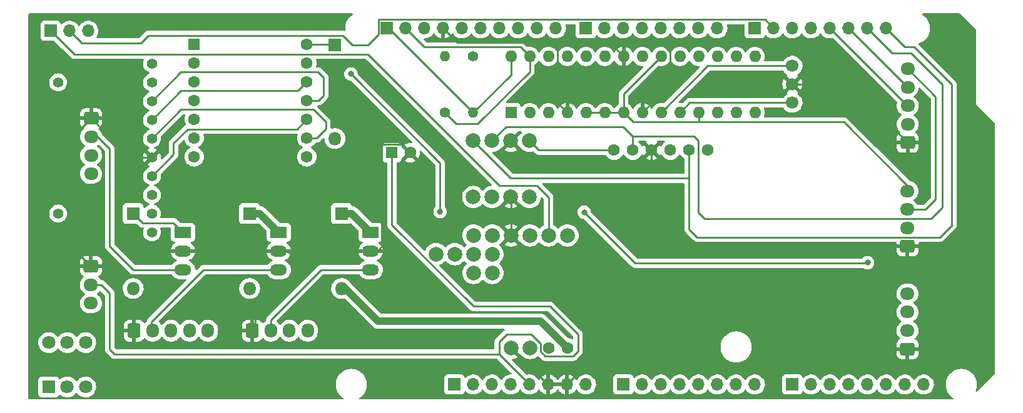
<source format=gbr>
%TF.GenerationSoftware,KiCad,Pcbnew,(6.0.9)*%
%TF.CreationDate,2023-06-09T23:35:08+09:00*%
%TF.ProjectId,PCB_Main,5043425f-4d61-4696-9e2e-6b696361645f,rev?*%
%TF.SameCoordinates,Original*%
%TF.FileFunction,Copper,L1,Top*%
%TF.FilePolarity,Positive*%
%FSLAX46Y46*%
G04 Gerber Fmt 4.6, Leading zero omitted, Abs format (unit mm)*
G04 Created by KiCad (PCBNEW (6.0.9)) date 2023-06-09 23:35:08*
%MOMM*%
%LPD*%
G01*
G04 APERTURE LIST*
G04 Aperture macros list*
%AMRoundRect*
0 Rectangle with rounded corners*
0 $1 Rounding radius*
0 $2 $3 $4 $5 $6 $7 $8 $9 X,Y pos of 4 corners*
0 Add a 4 corners polygon primitive as box body*
4,1,4,$2,$3,$4,$5,$6,$7,$8,$9,$2,$3,0*
0 Add four circle primitives for the rounded corners*
1,1,$1+$1,$2,$3*
1,1,$1+$1,$4,$5*
1,1,$1+$1,$6,$7*
1,1,$1+$1,$8,$9*
0 Add four rect primitives between the rounded corners*
20,1,$1+$1,$2,$3,$4,$5,0*
20,1,$1+$1,$4,$5,$6,$7,0*
20,1,$1+$1,$6,$7,$8,$9,0*
20,1,$1+$1,$8,$9,$2,$3,0*%
G04 Aperture macros list end*
%TA.AperFunction,ComponentPad*%
%ADD10R,1.600000X1.600000*%
%TD*%
%TA.AperFunction,ComponentPad*%
%ADD11C,1.600000*%
%TD*%
%TA.AperFunction,ComponentPad*%
%ADD12RoundRect,0.250000X0.725000X-0.600000X0.725000X0.600000X-0.725000X0.600000X-0.725000X-0.600000X0*%
%TD*%
%TA.AperFunction,ComponentPad*%
%ADD13O,1.950000X1.700000*%
%TD*%
%TA.AperFunction,ComponentPad*%
%ADD14R,1.800000X1.800000*%
%TD*%
%TA.AperFunction,ComponentPad*%
%ADD15O,1.800000X1.800000*%
%TD*%
%TA.AperFunction,ComponentPad*%
%ADD16O,1.600000X1.600000*%
%TD*%
%TA.AperFunction,ComponentPad*%
%ADD17R,2.300000X1.500000*%
%TD*%
%TA.AperFunction,ComponentPad*%
%ADD18O,2.300000X1.500000*%
%TD*%
%TA.AperFunction,ComponentPad*%
%ADD19RoundRect,0.250000X-0.600000X-0.725000X0.600000X-0.725000X0.600000X0.725000X-0.600000X0.725000X0*%
%TD*%
%TA.AperFunction,ComponentPad*%
%ADD20O,1.700000X1.950000*%
%TD*%
%TA.AperFunction,ComponentPad*%
%ADD21C,1.400000*%
%TD*%
%TA.AperFunction,ComponentPad*%
%ADD22O,1.400000X1.400000*%
%TD*%
%TA.AperFunction,ComponentPad*%
%ADD23C,2.000000*%
%TD*%
%TA.AperFunction,ComponentPad*%
%ADD24RoundRect,0.250000X-0.725000X0.600000X-0.725000X-0.600000X0.725000X-0.600000X0.725000X0.600000X0*%
%TD*%
%TA.AperFunction,ComponentPad*%
%ADD25C,1.700000*%
%TD*%
%TA.AperFunction,ComponentPad*%
%ADD26R,1.700000X1.700000*%
%TD*%
%TA.AperFunction,ComponentPad*%
%ADD27O,1.700000X1.700000*%
%TD*%
%TA.AperFunction,ComponentPad*%
%ADD28C,1.800000*%
%TD*%
%TA.AperFunction,ViaPad*%
%ADD29C,0.800000*%
%TD*%
%TA.AperFunction,Conductor*%
%ADD30C,0.250000*%
%TD*%
%TA.AperFunction,Conductor*%
%ADD31C,1.000000*%
%TD*%
G04 APERTURE END LIST*
D10*
%TO.P,U1,1,PA02_A0_D0*%
%TO.N,SD-CS*%
X92710000Y-51373000D03*
D11*
%TO.P,U1,2,PA4_A1_D1*%
%TO.N,L_SD*%
X92710000Y-53913000D03*
%TO.P,U1,3,PA10_A2_D2*%
%TO.N,unconnected-(U1-Pad3)*%
X92710000Y-56453000D03*
%TO.P,U1,4,PA11_A3_D3*%
%TO.N,unconnected-(U1-Pad4)*%
X92710000Y-58993000D03*
%TO.P,U1,5,PA8_A4_D4_SDA*%
%TO.N,unconnected-(U1-Pad5)*%
X92710000Y-61533000D03*
%TO.P,U1,6,PA9_A5_D5_SCL*%
%TO.N,unconnected-(U1-Pad6)*%
X92710000Y-64073000D03*
%TO.P,U1,7,PB08_A6_D6_TX*%
%TO.N,unconnected-(U1-Pad7)*%
X92710000Y-66613000D03*
%TO.P,U1,8,PB09_A7_D7_RX*%
%TO.N,DTSR*%
X107950000Y-66613000D03*
%TO.P,U1,9,PA7_A8_D8_SCK*%
%TO.N,SD-CLK*%
X107950000Y-64073000D03*
%TO.P,U1,10,PA5_A9_D9_MISO*%
%TO.N,SD-MISO*%
X107950000Y-61533000D03*
%TO.P,U1,11,PA6_A10_D10_MOSI*%
%TO.N,SD-MOSI*%
X107950000Y-58993000D03*
%TO.P,U1,12,3V3*%
%TO.N,RP3.3V*%
X107950000Y-56453000D03*
%TO.P,U1,13,GND*%
%TO.N,GND*%
X107950000Y-53913000D03*
%TO.P,U1,14,5V*%
%TO.N,Net-(D1-Pad1)*%
X107950000Y-51373000D03*
%TD*%
D12*
%TO.P,GPS-UART1,1,Pin_1*%
%TO.N,GND*%
X189260000Y-64690000D03*
D13*
%TO.P,GPS-UART1,2,Pin_2*%
%TO.N,5V*%
X189260000Y-62190000D03*
%TO.P,GPS-UART1,3,Pin_3*%
%TO.N,DTGR*%
X189260000Y-59690000D03*
%TO.P,GPS-UART1,4,Pin_4*%
%TO.N,DRGT*%
X189260000Y-57190000D03*
%TO.P,GPS-UART1,5,Pin_5*%
%TO.N,1PPS*%
X189260000Y-54690000D03*
%TD*%
D14*
%TO.P,D4,1,K*%
%TO.N,Net-(D4-Pad1)*%
X112661444Y-74295000D03*
D15*
%TO.P,D4,2,A*%
%TO.N,VCC*%
X112661444Y-84455000D03*
%TD*%
D10*
%TO.P,ATP3012,1,/RESET*%
%TO.N,unconnected-(ATP3012-Pad1)*%
X135570000Y-60620000D03*
D16*
%TO.P,ATP3012,2,RXD*%
%TO.N,unconnected-(ATP3012-Pad2)*%
X138110000Y-60620000D03*
%TO.P,ATP3012,3,TXD*%
%TO.N,unconnected-(ATP3012-Pad3)*%
X140650000Y-60620000D03*
%TO.P,ATP3012,4,SMOD0*%
%TO.N,GND*%
X143190000Y-60620000D03*
%TO.P,ATP3012,5,SMOD1*%
%TO.N,3.3V*%
X145730000Y-60620000D03*
%TO.P,ATP3012,6,/SLEEP*%
X148270000Y-60620000D03*
%TO.P,ATP3012,7,VCC*%
X150810000Y-60620000D03*
%TO.P,ATP3012,8,GND*%
%TO.N,GND*%
X153350000Y-60620000D03*
%TO.P,ATP3012,9,XTAL1*%
%TO.N,Net-(ATP3012-Pad9)*%
X155890000Y-60620000D03*
%TO.P,ATP3012,10,XTAL2*%
%TO.N,Net-(ATP3012-Pad10)*%
X158430000Y-60620000D03*
%TO.P,ATP3012,11,CLK16*%
%TO.N,3.3V*%
X160970000Y-60620000D03*
%TO.P,ATP3012,12,PMOD1*%
%TO.N,unconnected-(ATP3012-Pad12)*%
X163510000Y-60620000D03*
%TO.P,ATP3012,13,/PLAY*%
%TO.N,unconnected-(ATP3012-Pad13)*%
X166050000Y-60620000D03*
%TO.P,ATP3012,14,PMOD0*%
%TO.N,unconnected-(ATP3012-Pad14)*%
X168590000Y-60620000D03*
%TO.P,ATP3012,15,AOUT*%
%TO.N,Net-(ATP3012-Pad15)*%
X168590000Y-53000000D03*
%TO.P,ATP3012,16,/SS*%
%TO.N,unconnected-(ATP3012-Pad16)*%
X166050000Y-53000000D03*
%TO.P,ATP3012,17,MOSI*%
%TO.N,unconnected-(ATP3012-Pad17)*%
X163510000Y-53000000D03*
%TO.P,ATP3012,18,MISO*%
%TO.N,unconnected-(ATP3012-Pad18)*%
X160970000Y-53000000D03*
%TO.P,ATP3012,19,SCK*%
%TO.N,unconnected-(ATP3012-Pad19)*%
X158430000Y-53000000D03*
%TO.P,ATP3012,20,VCC*%
%TO.N,3.3V*%
X155890000Y-53000000D03*
%TO.P,ATP3012,21,I.C*%
%TO.N,unconnected-(ATP3012-Pad21)*%
X153350000Y-53000000D03*
%TO.P,ATP3012,22,GND*%
%TO.N,GND*%
X150810000Y-53000000D03*
%TO.P,ATP3012,23,PC0*%
%TO.N,unconnected-(ATP3012-Pad23)*%
X148270000Y-53000000D03*
%TO.P,ATP3012,24,PC1*%
%TO.N,unconnected-(ATP3012-Pad24)*%
X145730000Y-53000000D03*
%TO.P,ATP3012,25,PC2*%
%TO.N,unconnected-(ATP3012-Pad25)*%
X143190000Y-53000000D03*
%TO.P,ATP3012,26,PC3*%
%TO.N,unconnected-(ATP3012-Pad26)*%
X140650000Y-53000000D03*
%TO.P,ATP3012,27,SDA*%
%TO.N,SDA1*%
X138110000Y-53000000D03*
%TO.P,ATP3012,28,SCL*%
%TO.N,SCL1*%
X135570000Y-53000000D03*
%TD*%
D17*
%TO.P,M78AR05-2,1,IN*%
%TO.N,Net-(D4-Pad1)*%
X116598444Y-76835000D03*
D18*
%TO.P,M78AR05-2,2,GND*%
%TO.N,GND*%
X116598444Y-79375000D03*
%TO.P,M78AR05-2,3,OUT*%
%TO.N,Net-(M78AR05-2-Pad3)*%
X116598444Y-81915000D03*
%TD*%
D12*
%TO.P,LED2,1,Pin_1*%
%TO.N,GND*%
X189230000Y-78740000D03*
D13*
%TO.P,LED2,2,Pin_2*%
%TO.N,L_SD*%
X189230000Y-76240000D03*
%TO.P,LED2,3,Pin_3*%
%TO.N,1PPS*%
X189230000Y-73740000D03*
%TO.P,LED2,4,Pin_4*%
%TO.N,3.3V*%
X189230000Y-71240000D03*
%TD*%
D19*
%TO.P,ICS-UART1,1,Pin_1*%
%TO.N,GND*%
X84582000Y-90170000D03*
D20*
%TO.P,ICS-UART1,2,Pin_2*%
%TO.N,Net-(ICS-UART1-Pad2)*%
X87082000Y-90170000D03*
%TO.P,ICS-UART1,3,Pin_3*%
%TO.N,ITXR*%
X89582000Y-90170000D03*
%TO.P,ICS-UART1,4,Pin_4*%
%TO.N,IRXT*%
X92082000Y-90170000D03*
%TO.P,ICS-UART1,5,Pin_5*%
%TO.N,EN*%
X94582000Y-90170000D03*
%TD*%
D21*
%TO.P,R2,1*%
%TO.N,SDA1*%
X126670000Y-60630000D03*
D22*
%TO.P,R2,2*%
%TO.N,3.3V*%
X126670000Y-53010000D03*
%TD*%
D19*
%TO.P,Under-UART1,1,Pin_1*%
%TO.N,GND*%
X100584000Y-90170000D03*
D20*
%TO.P,Under-UART1,2,Pin_2*%
%TO.N,Net-(M78AR05-2-Pad3)*%
X103084000Y-90170000D03*
%TO.P,Under-UART1,3,Pin_3*%
%TO.N,DTUR*%
X105584000Y-90170000D03*
%TO.P,Under-UART1,4,Pin_4*%
%TO.N,DRUT*%
X108084000Y-90170000D03*
%TD*%
D23*
%TO.P,ICS-board1,1,ITXR*%
%TO.N,ITXR*%
X143220000Y-77260000D03*
%TO.P,ICS-board1,2,IRXT*%
%TO.N,IRXT*%
X140680000Y-77260000D03*
%TO.P,ICS-board1,3,EN*%
%TO.N,EN*%
X138140000Y-77260000D03*
%TO.P,ICS-board1,4,GND*%
%TO.N,GND*%
X135600000Y-77260000D03*
%TO.P,ICS-board1,5,GND*%
X135600000Y-92500000D03*
%TO.P,ICS-board1,6,NC*%
%TO.N,unconnected-(ICS-board1-Pad6)*%
X138140000Y-92500000D03*
D11*
%TO.P,ICS-board1,7,IOREF*%
%TO.N,3.3V*%
X140680000Y-92500000D03*
%TO.P,ICS-board1,8,VOUT*%
%TO.N,VCC*%
X143220000Y-92500000D03*
D23*
%TO.P,ICS-board1,9,GND*%
%TO.N,unconnected-(ICS-board1-Pad9)*%
X133060000Y-77260000D03*
%TO.P,ICS-board1,10,POW*%
%TO.N,unconnected-(ICS-board1-Pad10)*%
X133060000Y-79800000D03*
%TO.P,ICS-board1,11,ICS1*%
%TO.N,unconnected-(ICS-board1-Pad11)*%
X133060000Y-82340000D03*
%TO.P,ICS-board1,12,GND*%
%TO.N,unconnected-(ICS-board1-Pad12)*%
X130520000Y-77260000D03*
%TO.P,ICS-board1,13,POW*%
%TO.N,unconnected-(ICS-board1-Pad13)*%
X130520000Y-79800000D03*
%TO.P,ICS-board1,14,ICS2*%
%TO.N,unconnected-(ICS-board1-Pad14)*%
X130520000Y-82340000D03*
%TO.P,ICS-board1,15,POW*%
%TO.N,unconnected-(ICS-board1-Pad15)*%
X127980000Y-79800000D03*
%TO.P,ICS-board1,16,GND*%
%TO.N,unconnected-(ICS-board1-Pad16)*%
X125440000Y-79800000D03*
%TD*%
D24*
%TO.P,Air-UART1,1,Pin_1*%
%TO.N,GND*%
X78761000Y-61401000D03*
D13*
%TO.P,Air-UART1,2,Pin_2*%
%TO.N,Net-(Air-UART1-Pad2)*%
X78761000Y-63901000D03*
%TO.P,Air-UART1,3,Pin_3*%
%TO.N,DTAR*%
X78761000Y-66401000D03*
%TO.P,Air-UART1,4,Pin_4*%
%TO.N,DRAT*%
X78761000Y-68901000D03*
%TD*%
D14*
%TO.P,D2,1,K*%
%TO.N,Net-(D2-Pad1)*%
X100215444Y-74295000D03*
D15*
%TO.P,D2,2,A*%
%TO.N,VCC*%
X100215444Y-84455000D03*
%TD*%
D21*
%TO.P,R1,1*%
%TO.N,3.3V*%
X130480000Y-53010000D03*
D22*
%TO.P,R1,2*%
%TO.N,SCL1*%
X130480000Y-60630000D03*
%TD*%
D25*
%TO.P,Y1,1,1*%
%TO.N,Net-(ATP3012-Pad9)*%
X173660000Y-54280000D03*
%TO.P,Y1,2,2*%
%TO.N,GND*%
X173660000Y-56780000D03*
%TO.P,Y1,3,3*%
%TO.N,Net-(ATP3012-Pad10)*%
X173660000Y-59280000D03*
%TD*%
D24*
%TO.P,Speaker1,1,Pin_1*%
%TO.N,GND*%
X78740000Y-81447000D03*
D13*
%TO.P,Speaker1,2,Pin_2*%
%TO.N,5V*%
X78740000Y-83947000D03*
%TO.P,Speaker1,3,Pin_3*%
%TO.N,Net-(ATP3012-Pad15)*%
X78740000Y-86447000D03*
%TD*%
D17*
%TO.P,M78AR05-3,1,IN*%
%TO.N,Net-(D3-Pad1)*%
X91198444Y-76835000D03*
D18*
%TO.P,M78AR05-3,2,GND*%
%TO.N,GND*%
X91198444Y-79375000D03*
%TO.P,M78AR05-3,3,OUT*%
%TO.N,Net-(Air-UART1-Pad2)*%
X91198444Y-81915000D03*
%TD*%
D10*
%TO.P,C1,1*%
%TO.N,5V*%
X119444888Y-66040000D03*
D11*
%TO.P,C1,2*%
%TO.N,GND*%
X121944888Y-66040000D03*
%TD*%
%TO.P,DPS310,1,VCC*%
%TO.N,3.3V*%
X149530000Y-65710000D03*
%TO.P,DPS310,2,SDI*%
%TO.N,SDA*%
X152070000Y-65710000D03*
%TO.P,DPS310,3,GND*%
%TO.N,GND*%
X154610000Y-65710000D03*
%TO.P,DPS310,4,SDO*%
%TO.N,unconnected-(DPS310-Pad4)*%
X157150000Y-65710000D03*
%TO.P,DPS310,5,CSK*%
%TO.N,SCL*%
X159690000Y-65710000D03*
%TO.P,DPS310,6,CS*%
%TO.N,unconnected-(DPS310-Pad6)*%
X162230000Y-65710000D03*
%TD*%
D17*
%TO.P,M78AR05-1,1,IN*%
%TO.N,Net-(D2-Pad1)*%
X104152444Y-76835000D03*
D18*
%TO.P,M78AR05-1,2,GND*%
%TO.N,GND*%
X104152444Y-79375000D03*
%TO.P,M78AR05-1,3,OUT*%
%TO.N,Net-(ICS-UART1-Pad2)*%
X104152444Y-81915000D03*
%TD*%
D14*
%TO.P,D3,1,K*%
%TO.N,Net-(D3-Pad1)*%
X84455000Y-74295000D03*
D15*
%TO.P,D3,2,A*%
%TO.N,VCC*%
X84455000Y-84455000D03*
%TD*%
D23*
%TO.P,AE-BNO55,1,VIN*%
%TO.N,3.3V*%
X138100000Y-64440000D03*
%TO.P,AE-BNO55,2,GND*%
%TO.N,GND*%
X135560000Y-64440000D03*
%TO.P,AE-BNO55,3,SDA*%
%TO.N,SDA*%
X133020000Y-64440000D03*
%TO.P,AE-BNO55,4,SCL*%
%TO.N,SCL*%
X130480000Y-64440000D03*
%TO.P,AE-BNO55,5,RESET*%
%TO.N,unconnected-(AE-BNO55-Pad5)*%
X130480000Y-72060000D03*
%TO.P,AE-BNO55,6,INT*%
%TO.N,unconnected-(AE-BNO55-Pad6)*%
X133020000Y-72060000D03*
%TO.P,AE-BNO55,7,GND*%
%TO.N,GND*%
X135560000Y-72060000D03*
%TO.P,AE-BNO55,8,VOUT*%
%TO.N,unconnected-(AE-BNO55-Pad8)*%
X138100000Y-72060000D03*
%TD*%
D14*
%TO.P,D1,1,K*%
%TO.N,Net-(D1-Pad1)*%
X111760000Y-51435000D03*
D15*
%TO.P,D1,2,A*%
%TO.N,5V*%
X111760000Y-64135000D03*
%TD*%
D12*
%TO.P,LED1,1,Pin_1*%
%TO.N,GND*%
X189230000Y-92650000D03*
D13*
%TO.P,LED1,2,Pin_2*%
%TO.N,L_ICS*%
X189230000Y-90150000D03*
%TO.P,LED1,3,Pin_3*%
%TO.N,L_Under*%
X189230000Y-87650000D03*
%TO.P,LED1,4,Pin_4*%
%TO.N,L_Air*%
X189230000Y-85150000D03*
%TD*%
D26*
%TO.P,J1,1,Pin_1*%
%TO.N,unconnected-(J1-Pad1)*%
X127940000Y-97460000D03*
D27*
%TO.P,J1,2,Pin_2*%
%TO.N,/IOREF*%
X130480000Y-97460000D03*
%TO.P,J1,3,Pin_3*%
%TO.N,/~{RESET}*%
X133020000Y-97460000D03*
%TO.P,J1,4,Pin_4*%
%TO.N,3.3V*%
X135560000Y-97460000D03*
%TO.P,J1,5,Pin_5*%
%TO.N,5V*%
X138100000Y-97460000D03*
%TO.P,J1,6,Pin_6*%
%TO.N,GND*%
X140640000Y-97460000D03*
%TO.P,J1,7,Pin_7*%
X143180000Y-97460000D03*
%TO.P,J1,8,Pin_8*%
%TO.N,VCC*%
X145720000Y-97460000D03*
%TD*%
D26*
%TO.P,J3,1,Pin_1*%
%TO.N,/A0*%
X150800000Y-97460000D03*
D27*
%TO.P,J3,2,Pin_2*%
%TO.N,/A1*%
X153340000Y-97460000D03*
%TO.P,J3,3,Pin_3*%
%TO.N,/A2*%
X155880000Y-97460000D03*
%TO.P,J3,4,Pin_4*%
%TO.N,/A3*%
X158420000Y-97460000D03*
%TO.P,J3,5,Pin_5*%
%TO.N,/A4*%
X160960000Y-97460000D03*
%TO.P,J3,6,Pin_6*%
%TO.N,/A5*%
X163500000Y-97460000D03*
%TO.P,J3,7,Pin_7*%
%TO.N,/A6*%
X166040000Y-97460000D03*
%TO.P,J3,8,Pin_8*%
%TO.N,/A7*%
X168580000Y-97460000D03*
%TD*%
D26*
%TO.P,J5,1,Pin_1*%
%TO.N,/A8*%
X173660000Y-97460000D03*
D27*
%TO.P,J5,2,Pin_2*%
%TO.N,/A9*%
X176200000Y-97460000D03*
%TO.P,J5,3,Pin_3*%
%TO.N,/A10*%
X178740000Y-97460000D03*
%TO.P,J5,4,Pin_4*%
%TO.N,L_Air*%
X181280000Y-97460000D03*
%TO.P,J5,5,Pin_5*%
%TO.N,L_Under*%
X183820000Y-97460000D03*
%TO.P,J5,6,Pin_6*%
%TO.N,L_ICS*%
X186360000Y-97460000D03*
%TO.P,J5,7,Pin_7*%
%TO.N,/A14*%
X188900000Y-97460000D03*
%TO.P,J5,8,Pin_8*%
%TO.N,/A15*%
X191440000Y-97460000D03*
%TD*%
D26*
%TO.P,J2,1,Pin_1*%
%TO.N,SCL1*%
X118796000Y-49200000D03*
D27*
%TO.P,J2,2,Pin_2*%
%TO.N,SDA1*%
X121336000Y-49200000D03*
%TO.P,J2,3,Pin_3*%
%TO.N,/AREF*%
X123876000Y-49200000D03*
%TO.P,J2,4,Pin_4*%
%TO.N,GND*%
X126416000Y-49200000D03*
%TO.P,J2,5,Pin_5*%
%TO.N,/\u002A13*%
X128956000Y-49200000D03*
%TO.P,J2,6,Pin_6*%
%TO.N,/\u002A12*%
X131496000Y-49200000D03*
%TO.P,J2,7,Pin_7*%
%TO.N,/\u002A11*%
X134036000Y-49200000D03*
%TO.P,J2,8,Pin_8*%
%TO.N,/\u002A10*%
X136576000Y-49200000D03*
%TO.P,J2,9,Pin_9*%
%TO.N,/\u002A9*%
X139116000Y-49200000D03*
%TO.P,J2,10,Pin_10*%
%TO.N,/\u002A8*%
X141656000Y-49200000D03*
%TD*%
D26*
%TO.P,J4,1,Pin_1*%
%TO.N,/\u002A7*%
X145720000Y-49200000D03*
D27*
%TO.P,J4,2,Pin_2*%
%TO.N,/\u002A6*%
X148260000Y-49200000D03*
%TO.P,J4,3,Pin_3*%
%TO.N,/\u002A5*%
X150800000Y-49200000D03*
%TO.P,J4,4,Pin_4*%
%TO.N,/\u002A4*%
X153340000Y-49200000D03*
%TO.P,J4,5,Pin_5*%
%TO.N,/\u002A3*%
X155880000Y-49200000D03*
%TO.P,J4,6,Pin_6*%
%TO.N,/\u002A2*%
X158420000Y-49200000D03*
%TO.P,J4,7,Pin_7*%
%TO.N,/TX0{slash}1*%
X160960000Y-49200000D03*
%TO.P,J4,8,Pin_8*%
%TO.N,/RX0{slash}0*%
X163500000Y-49200000D03*
%TD*%
D26*
%TO.P,J6,1,Pin_1*%
%TO.N,DTSR*%
X168580000Y-49200000D03*
D27*
%TO.P,J6,2,Pin_2*%
%TO.N,/RX3{slash}15*%
X171120000Y-49200000D03*
%TO.P,J6,3,Pin_3*%
%TO.N,DTUR*%
X173660000Y-49200000D03*
%TO.P,J6,4,Pin_4*%
%TO.N,DRUT*%
X176200000Y-49200000D03*
%TO.P,J6,5,Pin_5*%
%TO.N,DTGR*%
X178740000Y-49200000D03*
%TO.P,J6,6,Pin_6*%
%TO.N,DRGT*%
X181280000Y-49200000D03*
%TO.P,J6,7,Pin_7*%
%TO.N,SDA*%
X183820000Y-49200000D03*
%TO.P,J6,8,Pin_8*%
%TO.N,SCL*%
X186360000Y-49200000D03*
%TD*%
D26*
%TO.P,ICS-SW1,1,A*%
%TO.N,IRXT*%
X73294000Y-49530000D03*
D27*
%TO.P,ICS-SW1,2,B*%
%TO.N,/RX3{slash}15*%
X75834000Y-49530000D03*
%TO.P,ICS-SW1,3,C*%
%TO.N,unconnected-(ICS-SW1-Pad3)*%
X78374000Y-49530000D03*
%TD*%
D21*
%TO.P,AE-MICRO-SD-DIP1,1,DAT2*%
%TO.N,unconnected-(AE-MICRO-SD-DIP1-Pad1)*%
X86995000Y-53975000D03*
%TO.P,AE-MICRO-SD-DIP1,2,DAT3/CD*%
%TO.N,SD-CS*%
X86995000Y-56515000D03*
%TO.P,AE-MICRO-SD-DIP1,3,CMD*%
%TO.N,SD-MOSI*%
X86995000Y-59055000D03*
%TO.P,AE-MICRO-SD-DIP1,4,VDD*%
%TO.N,RP3.3V*%
X86995000Y-61595000D03*
%TO.P,AE-MICRO-SD-DIP1,5,CLK*%
%TO.N,SD-CLK*%
X86995000Y-64135000D03*
%TO.P,AE-MICRO-SD-DIP1,6,VSS*%
%TO.N,GND*%
X86995000Y-66675000D03*
%TO.P,AE-MICRO-SD-DIP1,7,DAT0*%
%TO.N,SD-MISO*%
X86995000Y-69215000D03*
%TO.P,AE-MICRO-SD-DIP1,8,DAT1*%
%TO.N,unconnected-(AE-MICRO-SD-DIP1-Pad8)*%
X86995000Y-71755000D03*
%TO.P,AE-MICRO-SD-DIP1,9,DET_B*%
%TO.N,unconnected-(AE-MICRO-SD-DIP1-Pad9)*%
X86995000Y-74295000D03*
%TO.P,AE-MICRO-SD-DIP1,10,DET_A*%
%TO.N,unconnected-(AE-MICRO-SD-DIP1-Pad10)*%
X86995000Y-76835000D03*
%TO.P,AE-MICRO-SD-DIP1,11,SHIELD*%
%TO.N,unconnected-(AE-MICRO-SD-DIP1-Pad11)*%
X74295000Y-74295000D03*
%TO.P,AE-MICRO-SD-DIP1,13*%
%TO.N,N/C*%
X74295000Y-56515000D03*
%TD*%
D14*
%TO.P,Serial-SW1,1,A*%
%TO.N,DTAR*%
X73025000Y-97790000D03*
D28*
%TO.P,Serial-SW1,2,B*%
%TO.N,/TX0{slash}1*%
X75525000Y-97790000D03*
%TO.P,Serial-SW1,3,C*%
%TO.N,unconnected-(Serial-SW1-Pad3)*%
X78025000Y-97790000D03*
%TO.P,Serial-SW1,4,A*%
%TO.N,DRAT*%
X73025000Y-91790000D03*
%TO.P,Serial-SW1,5,B*%
%TO.N,/RX0{slash}0*%
X75525000Y-91790000D03*
%TO.P,Serial-SW1,6,C*%
%TO.N,unconnected-(Serial-SW1-Pad6)*%
X78025000Y-91790000D03*
%TD*%
D29*
%TO.N,L_SD*%
X113919000Y-55372000D03*
X125984000Y-74041000D03*
X145484000Y-74110000D03*
X183832500Y-80962500D03*
%TD*%
D30*
%TO.N,L_SD*%
X183769000Y-81026000D02*
X183832500Y-80962500D01*
X145484000Y-74110000D02*
X152400000Y-81026000D01*
X152400000Y-81026000D02*
X183769000Y-81026000D01*
X125984000Y-67437000D02*
X113919000Y-55372000D01*
X125984000Y-74041000D02*
X125984000Y-67437000D01*
%TO.N,SD-MISO*%
X91821000Y-62865000D02*
X106618000Y-62865000D01*
X106618000Y-62865000D02*
X107950000Y-61533000D01*
X89916000Y-64770000D02*
X91821000Y-62865000D01*
X89916000Y-66294000D02*
X89916000Y-64770000D01*
X86995000Y-69215000D02*
X89916000Y-66294000D01*
%TO.N,/RX3{slash}15*%
X77485000Y-51181000D02*
X75834000Y-49530000D01*
X85471000Y-51181000D02*
X77485000Y-51181000D01*
X86487000Y-50165000D02*
X85471000Y-51181000D01*
X114077981Y-51435000D02*
X112807981Y-50165000D01*
X112807981Y-50165000D02*
X86487000Y-50165000D01*
X117621000Y-50019000D02*
X116205000Y-51435000D01*
X117621000Y-48025000D02*
X117621000Y-50019000D01*
X169945000Y-48025000D02*
X117621000Y-48025000D01*
X171120000Y-49200000D02*
X169945000Y-48025000D01*
X116205000Y-51435000D02*
X114077981Y-51435000D01*
%TO.N,SD-CLK*%
X108839000Y-60198000D02*
X110535000Y-61894000D01*
X110535000Y-62820000D02*
X109282000Y-64073000D01*
X109282000Y-64073000D02*
X107950000Y-64073000D01*
X90932000Y-60198000D02*
X108839000Y-60198000D01*
X110535000Y-61894000D02*
X110535000Y-62820000D01*
X86995000Y-64135000D02*
X90932000Y-60198000D01*
%TO.N,SD-MOSI*%
X109536000Y-58993000D02*
X107950000Y-58993000D01*
X110236000Y-58293000D02*
X109536000Y-58993000D01*
X109474000Y-55118000D02*
X110236000Y-55880000D01*
X90932000Y-55118000D02*
X109474000Y-55118000D01*
X110236000Y-55880000D02*
X110236000Y-58293000D01*
X86995000Y-59055000D02*
X90932000Y-55118000D01*
%TO.N,RP3.3V*%
X90932000Y-57658000D02*
X86995000Y-61595000D01*
X106745000Y-57658000D02*
X90932000Y-57658000D01*
X107950000Y-56453000D02*
X106745000Y-57658000D01*
%TO.N,Net-(D1-Pad1)*%
X111698000Y-51373000D02*
X111760000Y-51435000D01*
X107950000Y-51373000D02*
X111698000Y-51373000D01*
%TO.N,IRXT*%
X140680000Y-72100000D02*
X140680000Y-77260000D01*
X139065000Y-70485000D02*
X140680000Y-72100000D01*
X133985000Y-70485000D02*
X139065000Y-70485000D01*
X116205000Y-52705000D02*
X133985000Y-70485000D01*
X76469000Y-52705000D02*
X116205000Y-52705000D01*
X73294000Y-49530000D02*
X76469000Y-52705000D01*
%TO.N,GND*%
X154610000Y-66980000D02*
X154610000Y-65710000D01*
X141910000Y-97460000D02*
X140640000Y-97460000D01*
X145720000Y-87300000D02*
X145720000Y-94920000D01*
X76835000Y-63327000D02*
X76835000Y-79542000D01*
X135600000Y-72100000D02*
X135560000Y-72060000D01*
X141910000Y-59340000D02*
X143190000Y-60620000D01*
X145640000Y-87300000D02*
X145720000Y-87300000D01*
X126416000Y-49200000D02*
X128321000Y-51105000D01*
X105410000Y-79375000D02*
X104152444Y-79375000D01*
X78761000Y-61401000D02*
X76835000Y-63327000D01*
X141910000Y-97460000D02*
X140560000Y-97460000D01*
X135560000Y-64440000D02*
X139370000Y-68250000D01*
X141275000Y-51105000D02*
X141910000Y-51105000D01*
X118319888Y-64915000D02*
X118110000Y-65124888D01*
X84035000Y-66675000D02*
X86995000Y-66675000D01*
X157150000Y-56820000D02*
X157150000Y-52375000D01*
X118110000Y-65124888D02*
X118110000Y-78740000D01*
X141910000Y-51105000D02*
X141910000Y-59340000D01*
X106680000Y-80645000D02*
X105410000Y-79375000D01*
X141275000Y-51105000D02*
X148915000Y-51105000D01*
X140560000Y-97460000D02*
X135600000Y-92500000D01*
X117475000Y-79375000D02*
X116598444Y-79375000D01*
X135600000Y-77260000D02*
X145640000Y-87300000D01*
X148915000Y-51105000D02*
X150810000Y-53000000D01*
X153350000Y-60620000D02*
X157150000Y-56820000D01*
X100965000Y-89789000D02*
X100965000Y-87630000D01*
X106680000Y-81915000D02*
X106680000Y-80645000D01*
X135600000Y-77260000D02*
X135600000Y-72100000D01*
X143180000Y-97460000D02*
X141910000Y-97460000D01*
X100584000Y-90170000D02*
X100965000Y-89789000D01*
X118110000Y-78740000D02*
X117475000Y-79375000D01*
X120819888Y-64915000D02*
X118319888Y-64915000D01*
X157150000Y-52375000D02*
X155880000Y-51105000D01*
X145720000Y-94920000D02*
X143180000Y-97460000D01*
X100965000Y-87630000D02*
X106680000Y-81915000D01*
X128321000Y-51105000D02*
X141275000Y-51105000D01*
X76835000Y-79542000D02*
X78740000Y-81447000D01*
X121944888Y-66040000D02*
X120819888Y-64915000D01*
X181350000Y-56780000D02*
X189260000Y-64690000D01*
X173660000Y-56780000D02*
X181350000Y-56780000D01*
X139370000Y-68250000D02*
X153340000Y-68250000D01*
X155880000Y-51105000D02*
X148915000Y-51105000D01*
X153340000Y-68250000D02*
X154610000Y-66980000D01*
X78761000Y-61401000D02*
X84035000Y-66675000D01*
%TO.N,DTGR*%
X189230000Y-59690000D02*
X189260000Y-59690000D01*
X178740000Y-49200000D02*
X189230000Y-59690000D01*
%TO.N,DRGT*%
X189260000Y-57180000D02*
X189260000Y-57190000D01*
X181280000Y-49200000D02*
X189260000Y-57180000D01*
D31*
%TO.N,VCC*%
X112661444Y-84455000D02*
X113169444Y-84455000D01*
X113169444Y-84455000D02*
X117614444Y-88900000D01*
X117614444Y-88900000D02*
X139620000Y-88900000D01*
X139620000Y-88900000D02*
X143220000Y-92500000D01*
D30*
%TO.N,Net-(Air-UART1-Pad2)*%
X81280000Y-78740000D02*
X84455000Y-81915000D01*
X81280000Y-65531000D02*
X81280000Y-78740000D01*
X84455000Y-81915000D02*
X91198444Y-81915000D01*
X79650000Y-63901000D02*
X81280000Y-65531000D01*
%TO.N,1PPS*%
X191690000Y-73740000D02*
X193040000Y-72390000D01*
X193040000Y-58470000D02*
X189260000Y-54690000D01*
X193040000Y-72390000D02*
X193040000Y-58470000D01*
X189230000Y-73740000D02*
X191690000Y-73740000D01*
%TO.N,Net-(ICS-UART1-Pad2)*%
X93980000Y-81915000D02*
X104152444Y-81915000D01*
X86955000Y-88940000D02*
X93980000Y-81915000D01*
X86955000Y-90149000D02*
X86955000Y-88940000D01*
%TO.N,5V*%
X144653000Y-92964000D02*
X143992000Y-93625000D01*
X135001000Y-90678000D02*
X133985000Y-91694000D01*
X138100000Y-97460000D02*
X133985000Y-93345000D01*
X81280000Y-92710000D02*
X81915000Y-93345000D01*
X111125000Y-93345000D02*
X81915000Y-93345000D01*
X139555000Y-91930000D02*
X138303000Y-90678000D01*
X138303000Y-90678000D02*
X135001000Y-90678000D01*
X119444888Y-75821776D02*
X130491112Y-86868000D01*
X144653000Y-90678000D02*
X144653000Y-92964000D01*
X133985000Y-91694000D02*
X133985000Y-93345000D01*
X119444888Y-66040000D02*
X119444888Y-75821776D01*
X78740000Y-83947000D02*
X80137000Y-83947000D01*
X143992000Y-93625000D02*
X140214009Y-93625000D01*
X130491112Y-86868000D02*
X140843000Y-86868000D01*
X140214009Y-93625000D02*
X139555000Y-92965991D01*
X139555000Y-92965991D02*
X139555000Y-91930000D01*
X140843000Y-86868000D02*
X144653000Y-90678000D01*
X80137000Y-83947000D02*
X81280000Y-85090000D01*
X133985000Y-93345000D02*
X111125000Y-93345000D01*
X81280000Y-85090000D02*
X81280000Y-92710000D01*
%TO.N,3.3V*%
X160970000Y-61900000D02*
X152090000Y-61900000D01*
X149530000Y-65710000D02*
X139370000Y-65710000D01*
X152090000Y-61900000D02*
X150810000Y-60620000D01*
X180645000Y-61900000D02*
X189230000Y-70485000D01*
X160970000Y-61900000D02*
X180645000Y-61900000D01*
X145730000Y-60620000D02*
X148270000Y-60620000D01*
X148270000Y-60620000D02*
X150810000Y-60620000D01*
X139370000Y-65710000D02*
X138100000Y-64440000D01*
X189230000Y-71240000D02*
X189230000Y-70485000D01*
X150810000Y-58080000D02*
X155890000Y-53000000D01*
X160970000Y-61900000D02*
X160970000Y-60620000D01*
X150810000Y-60620000D02*
X150810000Y-58080000D01*
%TO.N,SDA*%
X133020000Y-64440000D02*
X134925000Y-62535000D01*
X150800000Y-62535000D02*
X152070000Y-63805000D01*
X160960000Y-74168200D02*
X161772600Y-74980800D01*
X134925000Y-62535000D02*
X150800000Y-62535000D01*
X189710000Y-52550000D02*
X187170000Y-52550000D01*
X152070000Y-63805000D02*
X160325000Y-63805000D01*
X160960000Y-64440000D02*
X160960000Y-74168200D01*
X192455800Y-74980800D02*
X193980000Y-73456600D01*
X152070000Y-65710000D02*
X152070000Y-63805000D01*
X187170000Y-52550000D02*
X183820000Y-49200000D01*
X161772600Y-74980800D02*
X192455800Y-74980800D01*
X160325000Y-63805000D02*
X160960000Y-64440000D01*
X193980000Y-56820000D02*
X189710000Y-52550000D01*
X193980000Y-73456600D02*
X193980000Y-56820000D01*
%TO.N,SCL*%
X195275200Y-75844400D02*
X193624200Y-77495400D01*
X160782000Y-77495400D02*
X159690000Y-76403400D01*
X195250000Y-56820000D02*
X195250000Y-75819200D01*
X135560000Y-69520000D02*
X159690000Y-69520000D01*
X193624200Y-77495400D02*
X160782000Y-77495400D01*
X186360000Y-49200000D02*
X188900000Y-51740000D01*
X195250000Y-75819200D02*
X195275200Y-75844400D01*
X190170000Y-51740000D02*
X195250000Y-56820000D01*
X159690000Y-65710000D02*
X159690000Y-69520000D01*
X159690000Y-76403400D02*
X159690000Y-69520000D01*
X130480000Y-64440000D02*
X135560000Y-69520000D01*
X188900000Y-51740000D02*
X190170000Y-51740000D01*
%TO.N,SCL1*%
X119050000Y-49200000D02*
X130480000Y-60630000D01*
X135570000Y-55540000D02*
X135570000Y-53000000D01*
X130480000Y-60630000D02*
X135570000Y-55540000D01*
X118796000Y-49200000D02*
X119050000Y-49200000D01*
%TO.N,SDA1*%
X128143000Y-62103000D02*
X131064000Y-62103000D01*
X123876000Y-51740000D02*
X136850000Y-51740000D01*
X126670000Y-60630000D02*
X128143000Y-62103000D01*
X121336000Y-49200000D02*
X123876000Y-51740000D01*
X136850000Y-51740000D02*
X138110000Y-53000000D01*
X138110000Y-55057000D02*
X138110000Y-53000000D01*
X131064000Y-62103000D02*
X138110000Y-55057000D01*
%TO.N,Net-(ATP3012-Pad9)*%
X162230000Y-54280000D02*
X155890000Y-60620000D01*
X173660000Y-54280000D02*
X162230000Y-54280000D01*
%TO.N,Net-(ATP3012-Pad10)*%
X158430000Y-60620000D02*
X159770000Y-59280000D01*
X159770000Y-59280000D02*
X173660000Y-59280000D01*
%TO.N,Net-(M78AR05-2-Pad3)*%
X103084000Y-88686000D02*
X109855000Y-81915000D01*
X103084000Y-90170000D02*
X103084000Y-88686000D01*
X109855000Y-81915000D02*
X116598444Y-81915000D01*
%TO.N,L_SD*%
X189180000Y-75870000D02*
X189260000Y-75790000D01*
X189340000Y-75870000D02*
X189260000Y-75790000D01*
D31*
%TO.N,Net-(D2-Pad1)*%
X104152444Y-76835000D02*
X101612444Y-74295000D01*
X101612444Y-74295000D02*
X100215444Y-74295000D01*
D30*
%TO.N,Net-(D3-Pad1)*%
X85725000Y-75565000D02*
X89928444Y-75565000D01*
X84455000Y-74295000D02*
X85725000Y-75565000D01*
X89928444Y-75565000D02*
X91198444Y-76835000D01*
D31*
%TO.N,Net-(D4-Pad1)*%
X114058444Y-74295000D02*
X112661444Y-74295000D01*
X116598444Y-76835000D02*
X114058444Y-74295000D01*
%TD*%
%TA.AperFunction,Conductor*%
%TO.N,GND*%
G36*
X114133264Y-47188502D02*
G01*
X114179757Y-47242158D01*
X114189861Y-47312432D01*
X114160367Y-47377012D01*
X114137594Y-47397587D01*
X114125163Y-47406324D01*
X113909977Y-47557559D01*
X113896572Y-47570016D01*
X113775142Y-47682856D01*
X113699378Y-47753260D01*
X113517287Y-47975732D01*
X113367073Y-48220858D01*
X113365347Y-48224791D01*
X113365346Y-48224792D01*
X113342978Y-48275747D01*
X113251517Y-48484102D01*
X113250342Y-48488229D01*
X113250341Y-48488230D01*
X113247097Y-48499618D01*
X113172756Y-48760594D01*
X113132249Y-49045216D01*
X113132227Y-49049505D01*
X113132226Y-49049512D01*
X113130765Y-49328417D01*
X113130743Y-49332703D01*
X113131302Y-49336947D01*
X113131302Y-49336951D01*
X113141450Y-49414030D01*
X113130511Y-49484178D01*
X113083383Y-49537277D01*
X113015029Y-49556467D01*
X112987387Y-49552365D01*
X112986126Y-49551819D01*
X112978303Y-49550580D01*
X112978293Y-49550577D01*
X112942457Y-49544901D01*
X112930837Y-49542495D01*
X112895692Y-49533472D01*
X112895691Y-49533472D01*
X112888011Y-49531500D01*
X112867757Y-49531500D01*
X112848046Y-49529949D01*
X112835867Y-49528020D01*
X112828038Y-49526780D01*
X112798767Y-49529547D01*
X112784020Y-49530941D01*
X112772162Y-49531500D01*
X86565767Y-49531500D01*
X86554584Y-49530973D01*
X86547091Y-49529298D01*
X86539165Y-49529547D01*
X86539164Y-49529547D01*
X86479001Y-49531438D01*
X86475043Y-49531500D01*
X86447144Y-49531500D01*
X86443154Y-49532004D01*
X86431320Y-49532936D01*
X86387111Y-49534326D01*
X86379497Y-49536538D01*
X86379492Y-49536539D01*
X86367659Y-49539977D01*
X86348296Y-49543988D01*
X86328203Y-49546526D01*
X86320836Y-49549443D01*
X86320831Y-49549444D01*
X86287092Y-49562802D01*
X86275865Y-49566646D01*
X86233407Y-49578982D01*
X86226581Y-49583019D01*
X86215972Y-49589293D01*
X86198224Y-49597988D01*
X86179383Y-49605448D01*
X86172967Y-49610110D01*
X86172966Y-49610110D01*
X86143613Y-49631436D01*
X86133693Y-49637952D01*
X86102465Y-49656420D01*
X86102462Y-49656422D01*
X86095638Y-49660458D01*
X86081317Y-49674779D01*
X86066284Y-49687619D01*
X86049893Y-49699528D01*
X86044843Y-49705632D01*
X86044838Y-49705637D01*
X86021707Y-49733598D01*
X86013717Y-49742379D01*
X85245499Y-50510596D01*
X85183187Y-50544621D01*
X85156404Y-50547500D01*
X79561496Y-50547500D01*
X79493375Y-50527498D01*
X79446882Y-50473842D01*
X79436778Y-50403568D01*
X79459173Y-50347974D01*
X79466587Y-50337657D01*
X79542453Y-50232077D01*
X79568497Y-50179382D01*
X79639136Y-50036453D01*
X79639137Y-50036451D01*
X79641430Y-50031811D01*
X79706370Y-49818069D01*
X79735529Y-49596590D01*
X79736355Y-49562802D01*
X79737074Y-49533365D01*
X79737074Y-49533361D01*
X79737156Y-49530000D01*
X79718852Y-49307361D01*
X79664431Y-49090702D01*
X79575354Y-48885840D01*
X79454014Y-48698277D01*
X79303670Y-48533051D01*
X79299619Y-48529852D01*
X79299615Y-48529848D01*
X79132414Y-48397800D01*
X79132410Y-48397798D01*
X79128359Y-48394598D01*
X78932789Y-48286638D01*
X78927920Y-48284914D01*
X78927916Y-48284912D01*
X78727087Y-48213795D01*
X78727083Y-48213794D01*
X78722212Y-48212069D01*
X78717119Y-48211162D01*
X78717116Y-48211161D01*
X78507373Y-48173800D01*
X78507367Y-48173799D01*
X78502284Y-48172894D01*
X78428452Y-48171992D01*
X78284081Y-48170228D01*
X78284079Y-48170228D01*
X78278911Y-48170165D01*
X78058091Y-48203955D01*
X77845756Y-48273357D01*
X77815443Y-48289137D01*
X77655080Y-48372617D01*
X77647607Y-48376507D01*
X77643474Y-48379610D01*
X77643471Y-48379612D01*
X77487053Y-48497054D01*
X77468965Y-48510635D01*
X77465393Y-48514373D01*
X77327020Y-48659172D01*
X77314629Y-48672138D01*
X77207201Y-48829621D01*
X77152293Y-48874621D01*
X77081768Y-48882792D01*
X77018021Y-48851538D01*
X76997324Y-48827054D01*
X76916822Y-48702617D01*
X76916820Y-48702614D01*
X76914014Y-48698277D01*
X76763670Y-48533051D01*
X76759619Y-48529852D01*
X76759615Y-48529848D01*
X76592414Y-48397800D01*
X76592410Y-48397798D01*
X76588359Y-48394598D01*
X76392789Y-48286638D01*
X76387920Y-48284914D01*
X76387916Y-48284912D01*
X76187087Y-48213795D01*
X76187083Y-48213794D01*
X76182212Y-48212069D01*
X76177119Y-48211162D01*
X76177116Y-48211161D01*
X75967373Y-48173800D01*
X75967367Y-48173799D01*
X75962284Y-48172894D01*
X75888452Y-48171992D01*
X75744081Y-48170228D01*
X75744079Y-48170228D01*
X75738911Y-48170165D01*
X75518091Y-48203955D01*
X75305756Y-48273357D01*
X75275443Y-48289137D01*
X75115080Y-48372617D01*
X75107607Y-48376507D01*
X75103474Y-48379610D01*
X75103471Y-48379612D01*
X74947053Y-48497054D01*
X74928965Y-48510635D01*
X74872537Y-48569684D01*
X74848283Y-48595064D01*
X74786759Y-48630494D01*
X74715846Y-48627037D01*
X74658060Y-48585791D01*
X74639207Y-48552243D01*
X74597767Y-48441703D01*
X74594615Y-48433295D01*
X74507261Y-48316739D01*
X74390705Y-48229385D01*
X74254316Y-48178255D01*
X74192134Y-48171500D01*
X72395866Y-48171500D01*
X72333684Y-48178255D01*
X72197295Y-48229385D01*
X72080739Y-48316739D01*
X71993385Y-48433295D01*
X71942255Y-48569684D01*
X71935500Y-48631866D01*
X71935500Y-50428134D01*
X71942255Y-50490316D01*
X71993385Y-50626705D01*
X72080739Y-50743261D01*
X72197295Y-50830615D01*
X72333684Y-50881745D01*
X72395866Y-50888500D01*
X73704406Y-50888500D01*
X73772527Y-50908502D01*
X73793501Y-50925405D01*
X74881716Y-52013621D01*
X75965348Y-53097253D01*
X75972888Y-53105539D01*
X75977000Y-53112018D01*
X75982777Y-53117443D01*
X75988045Y-53122390D01*
X76022919Y-53155138D01*
X76026651Y-53158643D01*
X76029493Y-53161398D01*
X76049230Y-53181135D01*
X76052427Y-53183615D01*
X76061447Y-53191318D01*
X76093679Y-53221586D01*
X76100625Y-53225405D01*
X76100628Y-53225407D01*
X76111434Y-53231348D01*
X76127953Y-53242199D01*
X76143959Y-53254614D01*
X76151228Y-53257759D01*
X76151232Y-53257762D01*
X76184537Y-53272174D01*
X76195187Y-53277391D01*
X76233940Y-53298695D01*
X76241615Y-53300666D01*
X76241616Y-53300666D01*
X76253562Y-53303733D01*
X76272267Y-53310137D01*
X76290855Y-53318181D01*
X76298678Y-53319420D01*
X76298688Y-53319423D01*
X76334524Y-53325099D01*
X76346144Y-53327505D01*
X76381289Y-53336528D01*
X76388970Y-53338500D01*
X76409224Y-53338500D01*
X76428934Y-53340051D01*
X76448943Y-53343220D01*
X76456835Y-53342474D01*
X76492961Y-53339059D01*
X76504819Y-53338500D01*
X85760592Y-53338500D01*
X85828713Y-53358502D01*
X85875206Y-53412158D01*
X85885310Y-53482432D01*
X85874787Y-53517749D01*
X85862451Y-53544205D01*
X85855044Y-53560090D01*
X85853622Y-53565398D01*
X85853621Y-53565400D01*
X85829144Y-53656749D01*
X85800314Y-53764345D01*
X85781884Y-53975000D01*
X85800314Y-54185655D01*
X85801738Y-54190968D01*
X85801738Y-54190970D01*
X85851146Y-54375361D01*
X85855044Y-54389910D01*
X85857366Y-54394891D01*
X85857367Y-54394892D01*
X85938269Y-54568386D01*
X85944411Y-54581558D01*
X86065699Y-54754776D01*
X86215224Y-54904301D01*
X86388442Y-55025589D01*
X86393420Y-55027910D01*
X86393423Y-55027912D01*
X86575108Y-55112633D01*
X86580090Y-55114956D01*
X86585398Y-55116378D01*
X86585400Y-55116379D01*
X86611204Y-55123293D01*
X86671827Y-55160245D01*
X86702848Y-55224106D01*
X86694420Y-55294600D01*
X86649217Y-55349347D01*
X86611204Y-55366707D01*
X86585400Y-55373621D01*
X86585398Y-55373622D01*
X86580090Y-55375044D01*
X86575109Y-55377366D01*
X86575108Y-55377367D01*
X86393423Y-55462088D01*
X86393420Y-55462090D01*
X86388442Y-55464411D01*
X86215224Y-55585699D01*
X86065699Y-55735224D01*
X85944411Y-55908442D01*
X85942090Y-55913420D01*
X85942088Y-55913423D01*
X85876187Y-56054749D01*
X85855044Y-56100090D01*
X85853622Y-56105398D01*
X85853621Y-56105400D01*
X85829721Y-56194596D01*
X85800314Y-56304345D01*
X85781884Y-56515000D01*
X85800314Y-56725655D01*
X85801738Y-56730968D01*
X85801738Y-56730970D01*
X85848966Y-56907225D01*
X85855044Y-56929910D01*
X85857366Y-56934891D01*
X85857367Y-56934892D01*
X85935809Y-57103110D01*
X85944411Y-57121558D01*
X86065699Y-57294776D01*
X86215224Y-57444301D01*
X86388442Y-57565589D01*
X86393420Y-57567910D01*
X86393423Y-57567912D01*
X86575108Y-57652633D01*
X86580090Y-57654956D01*
X86585398Y-57656378D01*
X86585400Y-57656379D01*
X86611204Y-57663293D01*
X86671827Y-57700245D01*
X86702848Y-57764106D01*
X86694420Y-57834600D01*
X86649217Y-57889347D01*
X86611204Y-57906707D01*
X86585400Y-57913621D01*
X86585398Y-57913622D01*
X86580090Y-57915044D01*
X86575109Y-57917366D01*
X86575108Y-57917367D01*
X86393423Y-58002088D01*
X86393420Y-58002090D01*
X86388442Y-58004411D01*
X86215224Y-58125699D01*
X86065699Y-58275224D01*
X85944411Y-58448442D01*
X85942090Y-58453420D01*
X85942088Y-58453423D01*
X85862404Y-58624306D01*
X85855044Y-58640090D01*
X85853622Y-58645398D01*
X85853621Y-58645400D01*
X85802968Y-58834439D01*
X85800314Y-58844345D01*
X85781884Y-59055000D01*
X85800314Y-59265655D01*
X85801738Y-59270968D01*
X85801738Y-59270970D01*
X85853228Y-59463131D01*
X85855044Y-59469910D01*
X85857366Y-59474891D01*
X85857367Y-59474892D01*
X85938269Y-59648386D01*
X85944411Y-59661558D01*
X86065699Y-59834776D01*
X86215224Y-59984301D01*
X86388442Y-60105589D01*
X86393420Y-60107910D01*
X86393423Y-60107912D01*
X86515392Y-60164787D01*
X86580090Y-60194956D01*
X86585398Y-60196378D01*
X86585400Y-60196379D01*
X86611204Y-60203293D01*
X86671827Y-60240245D01*
X86702848Y-60304106D01*
X86694420Y-60374600D01*
X86649217Y-60429347D01*
X86611204Y-60446707D01*
X86585400Y-60453621D01*
X86585398Y-60453622D01*
X86580090Y-60455044D01*
X86575109Y-60457366D01*
X86575108Y-60457367D01*
X86393423Y-60542088D01*
X86393420Y-60542090D01*
X86388442Y-60544411D01*
X86215224Y-60665699D01*
X86065699Y-60815224D01*
X85944411Y-60988442D01*
X85942090Y-60993420D01*
X85942088Y-60993423D01*
X85873209Y-61141135D01*
X85855044Y-61180090D01*
X85853622Y-61185398D01*
X85853621Y-61185400D01*
X85814118Y-61332826D01*
X85800314Y-61384345D01*
X85781884Y-61595000D01*
X85800314Y-61805655D01*
X85801738Y-61810968D01*
X85801738Y-61810970D01*
X85848966Y-61987225D01*
X85855044Y-62009910D01*
X85857366Y-62014891D01*
X85857367Y-62014892D01*
X85919863Y-62148914D01*
X85944411Y-62201558D01*
X86065699Y-62374776D01*
X86215224Y-62524301D01*
X86388442Y-62645589D01*
X86393420Y-62647910D01*
X86393423Y-62647912D01*
X86572597Y-62731462D01*
X86580090Y-62734956D01*
X86585398Y-62736378D01*
X86585400Y-62736379D01*
X86611204Y-62743293D01*
X86671827Y-62780245D01*
X86702848Y-62844106D01*
X86694420Y-62914600D01*
X86649217Y-62969347D01*
X86611204Y-62986707D01*
X86585400Y-62993621D01*
X86585398Y-62993622D01*
X86580090Y-62995044D01*
X86575109Y-62997366D01*
X86575108Y-62997367D01*
X86393423Y-63082088D01*
X86393420Y-63082090D01*
X86388442Y-63084411D01*
X86215224Y-63205699D01*
X86065699Y-63355224D01*
X85944411Y-63528442D01*
X85942090Y-63533420D01*
X85942088Y-63533423D01*
X85876164Y-63674797D01*
X85855044Y-63720090D01*
X85853622Y-63725398D01*
X85853621Y-63725400D01*
X85823021Y-63839601D01*
X85800314Y-63924345D01*
X85781884Y-64135000D01*
X85800314Y-64345655D01*
X85801738Y-64350968D01*
X85801738Y-64350970D01*
X85853228Y-64543131D01*
X85855044Y-64549910D01*
X85857366Y-64554891D01*
X85857367Y-64554892D01*
X85937848Y-64727483D01*
X85944411Y-64741558D01*
X86065699Y-64914776D01*
X86215224Y-65064301D01*
X86388442Y-65185589D01*
X86393420Y-65187910D01*
X86393423Y-65187912D01*
X86549640Y-65260757D01*
X86580090Y-65274956D01*
X86585397Y-65276378D01*
X86585408Y-65276382D01*
X86612171Y-65283553D01*
X86672793Y-65320504D01*
X86703815Y-65384365D01*
X86695386Y-65454860D01*
X86650182Y-65509606D01*
X86612170Y-65526966D01*
X86585574Y-65534092D01*
X86575277Y-65537841D01*
X86393677Y-65622521D01*
X86384189Y-65627999D01*
X86353752Y-65649311D01*
X86345377Y-65659788D01*
X86352446Y-65673236D01*
X86982188Y-66302978D01*
X86996132Y-66310592D01*
X86997965Y-66310461D01*
X87004580Y-66306210D01*
X87638276Y-65672514D01*
X87644706Y-65660739D01*
X87635410Y-65648724D01*
X87605811Y-65627999D01*
X87596323Y-65622521D01*
X87414723Y-65537841D01*
X87404426Y-65534092D01*
X87377830Y-65526966D01*
X87317207Y-65490014D01*
X87286186Y-65426154D01*
X87294614Y-65355659D01*
X87339817Y-65300912D01*
X87377829Y-65283553D01*
X87404592Y-65276382D01*
X87404603Y-65276378D01*
X87409910Y-65274956D01*
X87440360Y-65260757D01*
X87596577Y-65187912D01*
X87596580Y-65187910D01*
X87601558Y-65185589D01*
X87774776Y-65064301D01*
X87924301Y-64914776D01*
X88045589Y-64741558D01*
X88052153Y-64727483D01*
X88132633Y-64554892D01*
X88132634Y-64554891D01*
X88134956Y-64549910D01*
X88136773Y-64543131D01*
X88188262Y-64350970D01*
X88188262Y-64350968D01*
X88189686Y-64345655D01*
X88208116Y-64135000D01*
X88205095Y-64100469D01*
X88190165Y-63929816D01*
X88190164Y-63929812D01*
X88189686Y-63924345D01*
X88188264Y-63919039D01*
X88187453Y-63914439D01*
X88195321Y-63843879D01*
X88222443Y-63803462D01*
X91157500Y-60868405D01*
X91219812Y-60834379D01*
X91246595Y-60831500D01*
X91395564Y-60831500D01*
X91463685Y-60851502D01*
X91510178Y-60905158D01*
X91520282Y-60975432D01*
X91509759Y-61010749D01*
X91480158Y-61074230D01*
X91475716Y-61083757D01*
X91474294Y-61089065D01*
X91474293Y-61089067D01*
X91422356Y-61282897D01*
X91416457Y-61304913D01*
X91396502Y-61533000D01*
X91416457Y-61761087D01*
X91417880Y-61766398D01*
X91417881Y-61766402D01*
X91468951Y-61956994D01*
X91475716Y-61982243D01*
X91478037Y-61987220D01*
X91478039Y-61987226D01*
X91553952Y-62150022D01*
X91564613Y-62220214D01*
X91535633Y-62285027D01*
X91512343Y-62304017D01*
X91513383Y-62305448D01*
X91477613Y-62331436D01*
X91467693Y-62337952D01*
X91436465Y-62356420D01*
X91436462Y-62356422D01*
X91429638Y-62360458D01*
X91415317Y-62374779D01*
X91400284Y-62387619D01*
X91383893Y-62399528D01*
X91357755Y-62431123D01*
X91355702Y-62433605D01*
X91347712Y-62442384D01*
X89523747Y-64266348D01*
X89515461Y-64273888D01*
X89508982Y-64278000D01*
X89503557Y-64283777D01*
X89462357Y-64327651D01*
X89459602Y-64330493D01*
X89439865Y-64350230D01*
X89437385Y-64353427D01*
X89429682Y-64362447D01*
X89399414Y-64394679D01*
X89395595Y-64401625D01*
X89395593Y-64401628D01*
X89389652Y-64412434D01*
X89378801Y-64428953D01*
X89366386Y-64444959D01*
X89363241Y-64452228D01*
X89363238Y-64452232D01*
X89348826Y-64485537D01*
X89343609Y-64496187D01*
X89322305Y-64534940D01*
X89320334Y-64542615D01*
X89320334Y-64542616D01*
X89317267Y-64554562D01*
X89310863Y-64573266D01*
X89302819Y-64591855D01*
X89301580Y-64599678D01*
X89301577Y-64599688D01*
X89295901Y-64635524D01*
X89293495Y-64647144D01*
X89289879Y-64661229D01*
X89282500Y-64689970D01*
X89282500Y-64710224D01*
X89280949Y-64729934D01*
X89277780Y-64749943D01*
X89278526Y-64757835D01*
X89281941Y-64793961D01*
X89282500Y-64805819D01*
X89282500Y-65979406D01*
X89262498Y-66047527D01*
X89245599Y-66068497D01*
X88411033Y-66903063D01*
X88348721Y-66937088D01*
X88277905Y-66932023D01*
X88221070Y-66889476D01*
X88196259Y-66822956D01*
X88196417Y-66802986D01*
X88207135Y-66680475D01*
X88207135Y-66669525D01*
X88189671Y-66469909D01*
X88187769Y-66459122D01*
X88135907Y-66265571D01*
X88132159Y-66255277D01*
X88047479Y-66073677D01*
X88042001Y-66064189D01*
X88020689Y-66033752D01*
X88010212Y-66025377D01*
X87996764Y-66032446D01*
X86351724Y-67677486D01*
X86345294Y-67689261D01*
X86354590Y-67701276D01*
X86384189Y-67722001D01*
X86393677Y-67727479D01*
X86575277Y-67812159D01*
X86585574Y-67815908D01*
X86612170Y-67823034D01*
X86672793Y-67859986D01*
X86703814Y-67923846D01*
X86695386Y-67994341D01*
X86650183Y-68049088D01*
X86612171Y-68066447D01*
X86585408Y-68073618D01*
X86585397Y-68073622D01*
X86580090Y-68075044D01*
X86575109Y-68077366D01*
X86575108Y-68077367D01*
X86393423Y-68162088D01*
X86393420Y-68162090D01*
X86388442Y-68164411D01*
X86215224Y-68285699D01*
X86065699Y-68435224D01*
X85944411Y-68608442D01*
X85942090Y-68613420D01*
X85942088Y-68613423D01*
X85882984Y-68740173D01*
X85855044Y-68800090D01*
X85853622Y-68805398D01*
X85853621Y-68805400D01*
X85831890Y-68886500D01*
X85800314Y-69004345D01*
X85781884Y-69215000D01*
X85800314Y-69425655D01*
X85801738Y-69430968D01*
X85801738Y-69430970D01*
X85837426Y-69564157D01*
X85855044Y-69629910D01*
X85857366Y-69634891D01*
X85857367Y-69634892D01*
X85889741Y-69704317D01*
X85944411Y-69821558D01*
X86065699Y-69994776D01*
X86215224Y-70144301D01*
X86388442Y-70265589D01*
X86393420Y-70267910D01*
X86393423Y-70267912D01*
X86575108Y-70352633D01*
X86580090Y-70354956D01*
X86585398Y-70356378D01*
X86585400Y-70356379D01*
X86611204Y-70363293D01*
X86671827Y-70400245D01*
X86702848Y-70464106D01*
X86694420Y-70534600D01*
X86649217Y-70589347D01*
X86611204Y-70606707D01*
X86585400Y-70613621D01*
X86585398Y-70613622D01*
X86580090Y-70615044D01*
X86575109Y-70617366D01*
X86575108Y-70617367D01*
X86393423Y-70702088D01*
X86393420Y-70702090D01*
X86388442Y-70704411D01*
X86215224Y-70825699D01*
X86065699Y-70975224D01*
X85944411Y-71148442D01*
X85942090Y-71153420D01*
X85942088Y-71153423D01*
X85869303Y-71309511D01*
X85855044Y-71340090D01*
X85853622Y-71345398D01*
X85853621Y-71345400D01*
X85837341Y-71406158D01*
X85800314Y-71544345D01*
X85781884Y-71755000D01*
X85800314Y-71965655D01*
X85801738Y-71970968D01*
X85801738Y-71970970D01*
X85833640Y-72090028D01*
X85855044Y-72169910D01*
X85857366Y-72174891D01*
X85857367Y-72174892D01*
X85916417Y-72301524D01*
X85944411Y-72361558D01*
X86065699Y-72534776D01*
X86215224Y-72684301D01*
X86388442Y-72805589D01*
X86393420Y-72807910D01*
X86393423Y-72807912D01*
X86536518Y-72874638D01*
X86580090Y-72894956D01*
X86585398Y-72896378D01*
X86585400Y-72896379D01*
X86611204Y-72903293D01*
X86671827Y-72940245D01*
X86702848Y-73004106D01*
X86694420Y-73074600D01*
X86649217Y-73129347D01*
X86611204Y-73146707D01*
X86585400Y-73153621D01*
X86585398Y-73153622D01*
X86580090Y-73155044D01*
X86575109Y-73157366D01*
X86575108Y-73157367D01*
X86393423Y-73242088D01*
X86393420Y-73242090D01*
X86388442Y-73244411D01*
X86215224Y-73365699D01*
X86078595Y-73502328D01*
X86016283Y-73536354D01*
X85945468Y-73531289D01*
X85888632Y-73488742D01*
X85863821Y-73422222D01*
X85863500Y-73413233D01*
X85863500Y-73346866D01*
X85856745Y-73284684D01*
X85805615Y-73148295D01*
X85718261Y-73031739D01*
X85601705Y-72944385D01*
X85465316Y-72893255D01*
X85403134Y-72886500D01*
X83506866Y-72886500D01*
X83444684Y-72893255D01*
X83308295Y-72944385D01*
X83191739Y-73031739D01*
X83104385Y-73148295D01*
X83053255Y-73284684D01*
X83046500Y-73346866D01*
X83046500Y-75243134D01*
X83053255Y-75305316D01*
X83104385Y-75441705D01*
X83191739Y-75558261D01*
X83308295Y-75645615D01*
X83444684Y-75696745D01*
X83506866Y-75703500D01*
X84915406Y-75703500D01*
X84983527Y-75723502D01*
X85004501Y-75740405D01*
X85221343Y-75957247D01*
X85228887Y-75965537D01*
X85233000Y-75972018D01*
X85238777Y-75977443D01*
X85282667Y-76018658D01*
X85285509Y-76021413D01*
X85305230Y-76041134D01*
X85308425Y-76043612D01*
X85317447Y-76051318D01*
X85320063Y-76053775D01*
X85349679Y-76081586D01*
X85356628Y-76085406D01*
X85367432Y-76091346D01*
X85383956Y-76102199D01*
X85399959Y-76114613D01*
X85440543Y-76132176D01*
X85451173Y-76137383D01*
X85489940Y-76158695D01*
X85497617Y-76160666D01*
X85497622Y-76160668D01*
X85509558Y-76163732D01*
X85528266Y-76170137D01*
X85546855Y-76178181D01*
X85554683Y-76179421D01*
X85554690Y-76179423D01*
X85590524Y-76185099D01*
X85602144Y-76187505D01*
X85635108Y-76195968D01*
X85644970Y-76198500D01*
X85665224Y-76198500D01*
X85684934Y-76200051D01*
X85704943Y-76203220D01*
X85748725Y-76199081D01*
X85818424Y-76212583D01*
X85869760Y-76261625D01*
X85886434Y-76330636D01*
X85874777Y-76377771D01*
X85858183Y-76413358D01*
X85855044Y-76420090D01*
X85853622Y-76425398D01*
X85853621Y-76425400D01*
X85815993Y-76565830D01*
X85800314Y-76624345D01*
X85781884Y-76835000D01*
X85800314Y-77045655D01*
X85855044Y-77249910D01*
X85857366Y-77254891D01*
X85857367Y-77254892D01*
X85861132Y-77262965D01*
X85944411Y-77441558D01*
X86065699Y-77614776D01*
X86215224Y-77764301D01*
X86388442Y-77885589D01*
X86393420Y-77887910D01*
X86393423Y-77887912D01*
X86575108Y-77972633D01*
X86580090Y-77974956D01*
X86585398Y-77976378D01*
X86585400Y-77976379D01*
X86779030Y-78028262D01*
X86779032Y-78028262D01*
X86784345Y-78029686D01*
X86995000Y-78048116D01*
X87205655Y-78029686D01*
X87210968Y-78028262D01*
X87210970Y-78028262D01*
X87404600Y-77976379D01*
X87404602Y-77976378D01*
X87409910Y-77974956D01*
X87414892Y-77972633D01*
X87596577Y-77887912D01*
X87596580Y-77887910D01*
X87601558Y-77885589D01*
X87774776Y-77764301D01*
X87924301Y-77614776D01*
X88045589Y-77441558D01*
X88128869Y-77262965D01*
X88132633Y-77254892D01*
X88132634Y-77254891D01*
X88134956Y-77249910D01*
X88189686Y-77045655D01*
X88208116Y-76835000D01*
X88189686Y-76624345D01*
X88174007Y-76565830D01*
X88136379Y-76425400D01*
X88136378Y-76425398D01*
X88134956Y-76420090D01*
X88131817Y-76413358D01*
X88115213Y-76377749D01*
X88104552Y-76307557D01*
X88133533Y-76242745D01*
X88192953Y-76203889D01*
X88229408Y-76198500D01*
X89413944Y-76198500D01*
X89482065Y-76218502D01*
X89528558Y-76272158D01*
X89539944Y-76324500D01*
X89539944Y-77633134D01*
X89546699Y-77695316D01*
X89597829Y-77831705D01*
X89685183Y-77948261D01*
X89801739Y-78035615D01*
X89938128Y-78086745D01*
X90000310Y-78093500D01*
X90034621Y-78093500D01*
X90102742Y-78113502D01*
X90149235Y-78167158D01*
X90159339Y-78237432D01*
X90129845Y-78302012D01*
X90108147Y-78321823D01*
X89977677Y-78415575D01*
X89969211Y-78422883D01*
X89820752Y-78576082D01*
X89813709Y-78584779D01*
X89694725Y-78761844D01*
X89689339Y-78771642D01*
X89603587Y-78966990D01*
X89600022Y-78977582D01*
X89569820Y-79103384D01*
X89570525Y-79117470D01*
X89579404Y-79121000D01*
X92816855Y-79121000D01*
X92830837Y-79116895D01*
X92832330Y-79107272D01*
X92832278Y-79107027D01*
X92769546Y-78903117D01*
X92765325Y-78892771D01*
X92667473Y-78703186D01*
X92661487Y-78693755D01*
X92531612Y-78524499D01*
X92524051Y-78516276D01*
X92366250Y-78372688D01*
X92357355Y-78365936D01*
X92294069Y-78326237D01*
X92246992Y-78273093D01*
X92236120Y-78202934D01*
X92264904Y-78138035D01*
X92324207Y-78099000D01*
X92361026Y-78093500D01*
X92396578Y-78093500D01*
X92458760Y-78086745D01*
X92595149Y-78035615D01*
X92711705Y-77948261D01*
X92799059Y-77831705D01*
X92850189Y-77695316D01*
X92856944Y-77633134D01*
X92856944Y-76036866D01*
X92850189Y-75974684D01*
X92799059Y-75838295D01*
X92711705Y-75721739D01*
X92595149Y-75634385D01*
X92458760Y-75583255D01*
X92396578Y-75576500D01*
X90888039Y-75576500D01*
X90819918Y-75556498D01*
X90798944Y-75539595D01*
X90502483Y-75243134D01*
X98806944Y-75243134D01*
X98813699Y-75305316D01*
X98864829Y-75441705D01*
X98952183Y-75558261D01*
X99068739Y-75645615D01*
X99205128Y-75696745D01*
X99267310Y-75703500D01*
X101163578Y-75703500D01*
X101225760Y-75696745D01*
X101362149Y-75645615D01*
X101369334Y-75640230D01*
X101369336Y-75640229D01*
X101374578Y-75636300D01*
X101441084Y-75611451D01*
X101510467Y-75626503D01*
X101539239Y-75648030D01*
X102457039Y-76565830D01*
X102491065Y-76628142D01*
X102493944Y-76654925D01*
X102493944Y-77633134D01*
X102500699Y-77695316D01*
X102551829Y-77831705D01*
X102639183Y-77948261D01*
X102755739Y-78035615D01*
X102892128Y-78086745D01*
X102954310Y-78093500D01*
X102988621Y-78093500D01*
X103056742Y-78113502D01*
X103103235Y-78167158D01*
X103113339Y-78237432D01*
X103083845Y-78302012D01*
X103062147Y-78321823D01*
X102931677Y-78415575D01*
X102923211Y-78422883D01*
X102774752Y-78576082D01*
X102767709Y-78584779D01*
X102648725Y-78761844D01*
X102643339Y-78771642D01*
X102557587Y-78966990D01*
X102554022Y-78977582D01*
X102523820Y-79103384D01*
X102524525Y-79117470D01*
X102533404Y-79121000D01*
X105770855Y-79121000D01*
X105784837Y-79116895D01*
X105786330Y-79107272D01*
X105786278Y-79107027D01*
X105723546Y-78903117D01*
X105719325Y-78892771D01*
X105621473Y-78703186D01*
X105615487Y-78693755D01*
X105485612Y-78524499D01*
X105478051Y-78516276D01*
X105320250Y-78372688D01*
X105311355Y-78365936D01*
X105248069Y-78326237D01*
X105200992Y-78273093D01*
X105190120Y-78202934D01*
X105218904Y-78138035D01*
X105278207Y-78099000D01*
X105315026Y-78093500D01*
X105350578Y-78093500D01*
X105412760Y-78086745D01*
X105549149Y-78035615D01*
X105665705Y-77948261D01*
X105753059Y-77831705D01*
X105804189Y-77695316D01*
X105810944Y-77633134D01*
X105810944Y-76036866D01*
X105804189Y-75974684D01*
X105753059Y-75838295D01*
X105665705Y-75721739D01*
X105549149Y-75634385D01*
X105412760Y-75583255D01*
X105350578Y-75576500D01*
X104372368Y-75576500D01*
X104304247Y-75556498D01*
X104283273Y-75539595D01*
X103986812Y-75243134D01*
X111252944Y-75243134D01*
X111259699Y-75305316D01*
X111310829Y-75441705D01*
X111398183Y-75558261D01*
X111514739Y-75645615D01*
X111651128Y-75696745D01*
X111713310Y-75703500D01*
X113609578Y-75703500D01*
X113671760Y-75696745D01*
X113808149Y-75645615D01*
X113815334Y-75640230D01*
X113815336Y-75640229D01*
X113820578Y-75636300D01*
X113887084Y-75611451D01*
X113956467Y-75626503D01*
X113985239Y-75648030D01*
X114903039Y-76565830D01*
X114937065Y-76628142D01*
X114939944Y-76654925D01*
X114939944Y-77633134D01*
X114946699Y-77695316D01*
X114997829Y-77831705D01*
X115085183Y-77948261D01*
X115201739Y-78035615D01*
X115338128Y-78086745D01*
X115400310Y-78093500D01*
X115434621Y-78093500D01*
X115502742Y-78113502D01*
X115549235Y-78167158D01*
X115559339Y-78237432D01*
X115529845Y-78302012D01*
X115508147Y-78321823D01*
X115377677Y-78415575D01*
X115369211Y-78422883D01*
X115220752Y-78576082D01*
X115213709Y-78584779D01*
X115094725Y-78761844D01*
X115089339Y-78771642D01*
X115003587Y-78966990D01*
X115000022Y-78977582D01*
X114969820Y-79103384D01*
X114970525Y-79117470D01*
X114979404Y-79121000D01*
X118216855Y-79121000D01*
X118230837Y-79116895D01*
X118232330Y-79107272D01*
X118232278Y-79107027D01*
X118169546Y-78903117D01*
X118165325Y-78892771D01*
X118067473Y-78703186D01*
X118061487Y-78693755D01*
X117931612Y-78524499D01*
X117924051Y-78516276D01*
X117766250Y-78372688D01*
X117757355Y-78365936D01*
X117694069Y-78326237D01*
X117646992Y-78273093D01*
X117636120Y-78202934D01*
X117664904Y-78138035D01*
X117724207Y-78099000D01*
X117761026Y-78093500D01*
X117796578Y-78093500D01*
X117858760Y-78086745D01*
X117995149Y-78035615D01*
X118111705Y-77948261D01*
X118199059Y-77831705D01*
X118250189Y-77695316D01*
X118256944Y-77633134D01*
X118256944Y-76036866D01*
X118250189Y-75974684D01*
X118199059Y-75838295D01*
X118111705Y-75721739D01*
X117995149Y-75634385D01*
X117858760Y-75583255D01*
X117796578Y-75576500D01*
X116818368Y-75576500D01*
X116750247Y-75556498D01*
X116729273Y-75539595D01*
X114815299Y-73625621D01*
X114806197Y-73615478D01*
X114786341Y-73590782D01*
X114782476Y-73585975D01*
X114744022Y-73553708D01*
X114740375Y-73550528D01*
X114738563Y-73548885D01*
X114736369Y-73546691D01*
X114703095Y-73519358D01*
X114702297Y-73518696D01*
X114630970Y-73458846D01*
X114626300Y-73456278D01*
X114622183Y-73452897D01*
X114564299Y-73421860D01*
X114540358Y-73409023D01*
X114539199Y-73408394D01*
X114463063Y-73366538D01*
X114463055Y-73366535D01*
X114457657Y-73363567D01*
X114452575Y-73361955D01*
X114447881Y-73359438D01*
X114358913Y-73332238D01*
X114357885Y-73331918D01*
X114269138Y-73303765D01*
X114263842Y-73303171D01*
X114258746Y-73301613D01*
X114166187Y-73292210D01*
X114165051Y-73292089D01*
X114138422Y-73289103D01*
X114072956Y-73261632D01*
X114034486Y-73208118D01*
X114015211Y-73156703D01*
X114012059Y-73148295D01*
X113924705Y-73031739D01*
X113808149Y-72944385D01*
X113671760Y-72893255D01*
X113609578Y-72886500D01*
X111713310Y-72886500D01*
X111651128Y-72893255D01*
X111514739Y-72944385D01*
X111398183Y-73031739D01*
X111310829Y-73148295D01*
X111259699Y-73284684D01*
X111252944Y-73346866D01*
X111252944Y-75243134D01*
X103986812Y-75243134D01*
X102369299Y-73625621D01*
X102360197Y-73615478D01*
X102340341Y-73590782D01*
X102336476Y-73585975D01*
X102298022Y-73553708D01*
X102294375Y-73550528D01*
X102292563Y-73548885D01*
X102290369Y-73546691D01*
X102257095Y-73519358D01*
X102256297Y-73518696D01*
X102184970Y-73458846D01*
X102180300Y-73456278D01*
X102176183Y-73452897D01*
X102118299Y-73421860D01*
X102094358Y-73409023D01*
X102093199Y-73408394D01*
X102017063Y-73366538D01*
X102017055Y-73366535D01*
X102011657Y-73363567D01*
X102006575Y-73361955D01*
X102001881Y-73359438D01*
X101912913Y-73332238D01*
X101911885Y-73331918D01*
X101823138Y-73303765D01*
X101817842Y-73303171D01*
X101812746Y-73301613D01*
X101720187Y-73292210D01*
X101719051Y-73292089D01*
X101692422Y-73289103D01*
X101626956Y-73261632D01*
X101588486Y-73208118D01*
X101569211Y-73156703D01*
X101566059Y-73148295D01*
X101478705Y-73031739D01*
X101362149Y-72944385D01*
X101225760Y-72893255D01*
X101163578Y-72886500D01*
X99267310Y-72886500D01*
X99205128Y-72893255D01*
X99068739Y-72944385D01*
X98952183Y-73031739D01*
X98864829Y-73148295D01*
X98813699Y-73284684D01*
X98806944Y-73346866D01*
X98806944Y-75243134D01*
X90502483Y-75243134D01*
X90432096Y-75172747D01*
X90424556Y-75164461D01*
X90420444Y-75157982D01*
X90370792Y-75111356D01*
X90367951Y-75108602D01*
X90348214Y-75088865D01*
X90345017Y-75086385D01*
X90335995Y-75078680D01*
X90303765Y-75048414D01*
X90296819Y-75044595D01*
X90296816Y-75044593D01*
X90286010Y-75038652D01*
X90269491Y-75027801D01*
X90269027Y-75027441D01*
X90253485Y-75015386D01*
X90246216Y-75012241D01*
X90246212Y-75012238D01*
X90212907Y-74997826D01*
X90202257Y-74992609D01*
X90163504Y-74971305D01*
X90143881Y-74966267D01*
X90125178Y-74959863D01*
X90113864Y-74954967D01*
X90113863Y-74954967D01*
X90106589Y-74951819D01*
X90098766Y-74950580D01*
X90098756Y-74950577D01*
X90062920Y-74944901D01*
X90051300Y-74942495D01*
X90016155Y-74933472D01*
X90016154Y-74933472D01*
X90008474Y-74931500D01*
X89988220Y-74931500D01*
X89968509Y-74929949D01*
X89956330Y-74928020D01*
X89948501Y-74926780D01*
X89940609Y-74927526D01*
X89904483Y-74930941D01*
X89892625Y-74931500D01*
X88229408Y-74931500D01*
X88161287Y-74911498D01*
X88114794Y-74857842D01*
X88104690Y-74787568D01*
X88115213Y-74752251D01*
X88132631Y-74714897D01*
X88132633Y-74714892D01*
X88134956Y-74709910D01*
X88171849Y-74572226D01*
X88188262Y-74510970D01*
X88188262Y-74510968D01*
X88189686Y-74505655D01*
X88208116Y-74295000D01*
X88189686Y-74084345D01*
X88151732Y-73942699D01*
X88136379Y-73885400D01*
X88136378Y-73885398D01*
X88134956Y-73880090D01*
X88124485Y-73857635D01*
X88047912Y-73693423D01*
X88047910Y-73693420D01*
X88045589Y-73688442D01*
X87924301Y-73515224D01*
X87774776Y-73365699D01*
X87601558Y-73244411D01*
X87596580Y-73242090D01*
X87596577Y-73242088D01*
X87414892Y-73157367D01*
X87414891Y-73157366D01*
X87409910Y-73155044D01*
X87404602Y-73153622D01*
X87404600Y-73153621D01*
X87378796Y-73146707D01*
X87318173Y-73109755D01*
X87287152Y-73045894D01*
X87295580Y-72975400D01*
X87340783Y-72920653D01*
X87378796Y-72903293D01*
X87404600Y-72896379D01*
X87404602Y-72896378D01*
X87409910Y-72894956D01*
X87453482Y-72874638D01*
X87596577Y-72807912D01*
X87596580Y-72807910D01*
X87601558Y-72805589D01*
X87774776Y-72684301D01*
X87924301Y-72534776D01*
X88045589Y-72361558D01*
X88073584Y-72301524D01*
X88132633Y-72174892D01*
X88132634Y-72174891D01*
X88134956Y-72169910D01*
X88156361Y-72090028D01*
X88188262Y-71970970D01*
X88188262Y-71970968D01*
X88189686Y-71965655D01*
X88208116Y-71755000D01*
X88189686Y-71544345D01*
X88152659Y-71406158D01*
X88136379Y-71345400D01*
X88136378Y-71345398D01*
X88134956Y-71340090D01*
X88120697Y-71309511D01*
X88047912Y-71153423D01*
X88047910Y-71153420D01*
X88045589Y-71148442D01*
X87924301Y-70975224D01*
X87774776Y-70825699D01*
X87601558Y-70704411D01*
X87596580Y-70702090D01*
X87596577Y-70702088D01*
X87414892Y-70617367D01*
X87414891Y-70617366D01*
X87409910Y-70615044D01*
X87404602Y-70613622D01*
X87404600Y-70613621D01*
X87378796Y-70606707D01*
X87318173Y-70569755D01*
X87287152Y-70505894D01*
X87295580Y-70435400D01*
X87340783Y-70380653D01*
X87378796Y-70363293D01*
X87404600Y-70356379D01*
X87404602Y-70356378D01*
X87409910Y-70354956D01*
X87414892Y-70352633D01*
X87596577Y-70267912D01*
X87596580Y-70267910D01*
X87601558Y-70265589D01*
X87774776Y-70144301D01*
X87924301Y-69994776D01*
X88045589Y-69821558D01*
X88100260Y-69704317D01*
X88132633Y-69634892D01*
X88132634Y-69634891D01*
X88134956Y-69629910D01*
X88152575Y-69564157D01*
X88188262Y-69430970D01*
X88188262Y-69430968D01*
X88189686Y-69425655D01*
X88208116Y-69215000D01*
X88195638Y-69072377D01*
X88190165Y-69009816D01*
X88190164Y-69009812D01*
X88189686Y-69004345D01*
X88188264Y-68999039D01*
X88187453Y-68994439D01*
X88195321Y-68923879D01*
X88222443Y-68883462D01*
X90308253Y-66797652D01*
X90316539Y-66790112D01*
X90323018Y-66786000D01*
X90369644Y-66736348D01*
X90372398Y-66733507D01*
X90392135Y-66713770D01*
X90394615Y-66710573D01*
X90402320Y-66701551D01*
X90427159Y-66675100D01*
X90432586Y-66669321D01*
X90436405Y-66662375D01*
X90436407Y-66662372D01*
X90442348Y-66651566D01*
X90453199Y-66635047D01*
X90460758Y-66625301D01*
X90465614Y-66619041D01*
X90468759Y-66611772D01*
X90468762Y-66611768D01*
X90483174Y-66578463D01*
X90488391Y-66567813D01*
X90509695Y-66529060D01*
X90514733Y-66509437D01*
X90521137Y-66490734D01*
X90526033Y-66479420D01*
X90526033Y-66479419D01*
X90529181Y-66472145D01*
X90530420Y-66464322D01*
X90530423Y-66464312D01*
X90536099Y-66428476D01*
X90538505Y-66416856D01*
X90547528Y-66381711D01*
X90547528Y-66381710D01*
X90549500Y-66374030D01*
X90549500Y-66353776D01*
X90551051Y-66334065D01*
X90552980Y-66321886D01*
X90554220Y-66314057D01*
X90553241Y-66303695D01*
X90550059Y-66270039D01*
X90549500Y-66258181D01*
X90549500Y-65084595D01*
X90569502Y-65016474D01*
X90586405Y-64995499D01*
X91233476Y-64348429D01*
X91295788Y-64314404D01*
X91366604Y-64319469D01*
X91423439Y-64362016D01*
X91444277Y-64404912D01*
X91463872Y-64478041D01*
X91470934Y-64504395D01*
X91475716Y-64522243D01*
X91478039Y-64527224D01*
X91478039Y-64527225D01*
X91570151Y-64724762D01*
X91570154Y-64724767D01*
X91572477Y-64729749D01*
X91598876Y-64767450D01*
X91697006Y-64907594D01*
X91703802Y-64917300D01*
X91865700Y-65079198D01*
X91870208Y-65082355D01*
X91870211Y-65082357D01*
X91933915Y-65126963D01*
X92053251Y-65210523D01*
X92058233Y-65212846D01*
X92058238Y-65212849D01*
X92092457Y-65228805D01*
X92145742Y-65275722D01*
X92165203Y-65343999D01*
X92144661Y-65411959D01*
X92092457Y-65457195D01*
X92058238Y-65473151D01*
X92058233Y-65473154D01*
X92053251Y-65475477D01*
X91969540Y-65534092D01*
X91870211Y-65603643D01*
X91870208Y-65603645D01*
X91865700Y-65606802D01*
X91703802Y-65768700D01*
X91700645Y-65773208D01*
X91700643Y-65773211D01*
X91668713Y-65818812D01*
X91572477Y-65956251D01*
X91570154Y-65961233D01*
X91570151Y-65961238D01*
X91494981Y-66122443D01*
X91475716Y-66163757D01*
X91474294Y-66169065D01*
X91474293Y-66169067D01*
X91417881Y-66379598D01*
X91416457Y-66384913D01*
X91396502Y-66613000D01*
X91416457Y-66841087D01*
X91417881Y-66846400D01*
X91417881Y-66846402D01*
X91471267Y-67045638D01*
X91475716Y-67062243D01*
X91478039Y-67067224D01*
X91478039Y-67067225D01*
X91570151Y-67264762D01*
X91570154Y-67264767D01*
X91572477Y-67269749D01*
X91615803Y-67331625D01*
X91668147Y-67406379D01*
X91703802Y-67457300D01*
X91865700Y-67619198D01*
X91870208Y-67622355D01*
X91870211Y-67622357D01*
X91912593Y-67652033D01*
X92053251Y-67750523D01*
X92058233Y-67752846D01*
X92058238Y-67752849D01*
X92208752Y-67823034D01*
X92260757Y-67847284D01*
X92266065Y-67848706D01*
X92266067Y-67848707D01*
X92476598Y-67905119D01*
X92476600Y-67905119D01*
X92481913Y-67906543D01*
X92710000Y-67926498D01*
X92938087Y-67906543D01*
X92943400Y-67905119D01*
X92943402Y-67905119D01*
X93153933Y-67848707D01*
X93153935Y-67848706D01*
X93159243Y-67847284D01*
X93211248Y-67823034D01*
X93361762Y-67752849D01*
X93361767Y-67752846D01*
X93366749Y-67750523D01*
X93507407Y-67652033D01*
X93549789Y-67622357D01*
X93549792Y-67622355D01*
X93554300Y-67619198D01*
X93716198Y-67457300D01*
X93751854Y-67406379D01*
X93804197Y-67331625D01*
X93847523Y-67269749D01*
X93849846Y-67264767D01*
X93849849Y-67264762D01*
X93941961Y-67067225D01*
X93941961Y-67067224D01*
X93944284Y-67062243D01*
X93948734Y-67045638D01*
X94002119Y-66846402D01*
X94002119Y-66846400D01*
X94003543Y-66841087D01*
X94023498Y-66613000D01*
X94003543Y-66384913D01*
X94002119Y-66379598D01*
X93945707Y-66169067D01*
X93945706Y-66169065D01*
X93944284Y-66163757D01*
X93925019Y-66122443D01*
X93849849Y-65961238D01*
X93849846Y-65961233D01*
X93847523Y-65956251D01*
X93751287Y-65818812D01*
X93719357Y-65773211D01*
X93719355Y-65773208D01*
X93716198Y-65768700D01*
X93554300Y-65606802D01*
X93549792Y-65603645D01*
X93549789Y-65603643D01*
X93450460Y-65534092D01*
X93366749Y-65475477D01*
X93361767Y-65473154D01*
X93361762Y-65473151D01*
X93327543Y-65457195D01*
X93274258Y-65410278D01*
X93254797Y-65342001D01*
X93275339Y-65274041D01*
X93327543Y-65228805D01*
X93361762Y-65212849D01*
X93361767Y-65212846D01*
X93366749Y-65210523D01*
X93486085Y-65126963D01*
X93549789Y-65082357D01*
X93549792Y-65082355D01*
X93554300Y-65079198D01*
X93716198Y-64917300D01*
X93722995Y-64907594D01*
X93821124Y-64767450D01*
X93847523Y-64729749D01*
X93849846Y-64724767D01*
X93849849Y-64724762D01*
X93941961Y-64527225D01*
X93941961Y-64527224D01*
X93944284Y-64522243D01*
X93949067Y-64504395D01*
X94002119Y-64306402D01*
X94002119Y-64306400D01*
X94003543Y-64301087D01*
X94023498Y-64073000D01*
X94003543Y-63844913D01*
X93953221Y-63657110D01*
X93954911Y-63586135D01*
X93994705Y-63527339D01*
X94059969Y-63499391D01*
X94074928Y-63498500D01*
X106539233Y-63498500D01*
X106550416Y-63499027D01*
X106557909Y-63500702D01*
X106565836Y-63500453D01*
X106565838Y-63500453D01*
X106580735Y-63499985D01*
X106649450Y-63517838D01*
X106697605Y-63570008D01*
X106709910Y-63639930D01*
X106706400Y-63658525D01*
X106656457Y-63844913D01*
X106636502Y-64073000D01*
X106656457Y-64301087D01*
X106657881Y-64306400D01*
X106657881Y-64306402D01*
X106710934Y-64504395D01*
X106715716Y-64522243D01*
X106718039Y-64527224D01*
X106718039Y-64527225D01*
X106810151Y-64724762D01*
X106810154Y-64724767D01*
X106812477Y-64729749D01*
X106838876Y-64767450D01*
X106937006Y-64907594D01*
X106943802Y-64917300D01*
X107105700Y-65079198D01*
X107110208Y-65082355D01*
X107110211Y-65082357D01*
X107173915Y-65126963D01*
X107293251Y-65210523D01*
X107298233Y-65212846D01*
X107298238Y-65212849D01*
X107332457Y-65228805D01*
X107385742Y-65275722D01*
X107405203Y-65343999D01*
X107384661Y-65411959D01*
X107332457Y-65457195D01*
X107298238Y-65473151D01*
X107298233Y-65473154D01*
X107293251Y-65475477D01*
X107209540Y-65534092D01*
X107110211Y-65603643D01*
X107110208Y-65603645D01*
X107105700Y-65606802D01*
X106943802Y-65768700D01*
X106940645Y-65773208D01*
X106940643Y-65773211D01*
X106908713Y-65818812D01*
X106812477Y-65956251D01*
X106810154Y-65961233D01*
X106810151Y-65961238D01*
X106734981Y-66122443D01*
X106715716Y-66163757D01*
X106714294Y-66169065D01*
X106714293Y-66169067D01*
X106657881Y-66379598D01*
X106656457Y-66384913D01*
X106636502Y-66613000D01*
X106656457Y-66841087D01*
X106657881Y-66846400D01*
X106657881Y-66846402D01*
X106711267Y-67045638D01*
X106715716Y-67062243D01*
X106718039Y-67067224D01*
X106718039Y-67067225D01*
X106810151Y-67264762D01*
X106810154Y-67264767D01*
X106812477Y-67269749D01*
X106855803Y-67331625D01*
X106908147Y-67406379D01*
X106943802Y-67457300D01*
X107105700Y-67619198D01*
X107110208Y-67622355D01*
X107110211Y-67622357D01*
X107152593Y-67652033D01*
X107293251Y-67750523D01*
X107298233Y-67752846D01*
X107298238Y-67752849D01*
X107448752Y-67823034D01*
X107500757Y-67847284D01*
X107506065Y-67848706D01*
X107506067Y-67848707D01*
X107716598Y-67905119D01*
X107716600Y-67905119D01*
X107721913Y-67906543D01*
X107950000Y-67926498D01*
X108178087Y-67906543D01*
X108183400Y-67905119D01*
X108183402Y-67905119D01*
X108393933Y-67848707D01*
X108393935Y-67848706D01*
X108399243Y-67847284D01*
X108451248Y-67823034D01*
X108601762Y-67752849D01*
X108601767Y-67752846D01*
X108606749Y-67750523D01*
X108747407Y-67652033D01*
X108789789Y-67622357D01*
X108789792Y-67622355D01*
X108794300Y-67619198D01*
X108956198Y-67457300D01*
X108991854Y-67406379D01*
X109044197Y-67331625D01*
X109087523Y-67269749D01*
X109089846Y-67264767D01*
X109089849Y-67264762D01*
X109181961Y-67067225D01*
X109181961Y-67067224D01*
X109184284Y-67062243D01*
X109188734Y-67045638D01*
X109242119Y-66846402D01*
X109242119Y-66846400D01*
X109243543Y-66841087D01*
X109263498Y-66613000D01*
X109243543Y-66384913D01*
X109242119Y-66379598D01*
X109185707Y-66169067D01*
X109185706Y-66169065D01*
X109184284Y-66163757D01*
X109165019Y-66122443D01*
X109089849Y-65961238D01*
X109089846Y-65961233D01*
X109087523Y-65956251D01*
X108991287Y-65818812D01*
X108959357Y-65773211D01*
X108959355Y-65773208D01*
X108956198Y-65768700D01*
X108794300Y-65606802D01*
X108789792Y-65603645D01*
X108789789Y-65603643D01*
X108690460Y-65534092D01*
X108606749Y-65475477D01*
X108601767Y-65473154D01*
X108601762Y-65473151D01*
X108567543Y-65457195D01*
X108514258Y-65410278D01*
X108494797Y-65342001D01*
X108515339Y-65274041D01*
X108567543Y-65228805D01*
X108601762Y-65212849D01*
X108601767Y-65212846D01*
X108606749Y-65210523D01*
X108726085Y-65126963D01*
X108789789Y-65082357D01*
X108789792Y-65082355D01*
X108794300Y-65079198D01*
X108956198Y-64917300D01*
X108961125Y-64910264D01*
X109066181Y-64760229D01*
X109121638Y-64715901D01*
X109169394Y-64706500D01*
X109203233Y-64706500D01*
X109214416Y-64707027D01*
X109221909Y-64708702D01*
X109229835Y-64708453D01*
X109229836Y-64708453D01*
X109289986Y-64706562D01*
X109293945Y-64706500D01*
X109321856Y-64706500D01*
X109325791Y-64706003D01*
X109325856Y-64705995D01*
X109337693Y-64705062D01*
X109369951Y-64704048D01*
X109373970Y-64703922D01*
X109381889Y-64703673D01*
X109401343Y-64698021D01*
X109420700Y-64694013D01*
X109432930Y-64692468D01*
X109432931Y-64692468D01*
X109440797Y-64691474D01*
X109448168Y-64688555D01*
X109448170Y-64688555D01*
X109481912Y-64675196D01*
X109493142Y-64671351D01*
X109527983Y-64661229D01*
X109527984Y-64661229D01*
X109535593Y-64659018D01*
X109542412Y-64654985D01*
X109542417Y-64654983D01*
X109553028Y-64648707D01*
X109570776Y-64640012D01*
X109589617Y-64632552D01*
X109617553Y-64612256D01*
X109625387Y-64606564D01*
X109635307Y-64600048D01*
X109666535Y-64581580D01*
X109666538Y-64581578D01*
X109673362Y-64577542D01*
X109687683Y-64563221D01*
X109702717Y-64550380D01*
X109703364Y-64549910D01*
X109719107Y-64538472D01*
X109747298Y-64504395D01*
X109755288Y-64495616D01*
X110137664Y-64113240D01*
X110199976Y-64079214D01*
X110270791Y-64084279D01*
X110327627Y-64126826D01*
X110352550Y-64195082D01*
X110353023Y-64203289D01*
X110360427Y-64331697D01*
X110361564Y-64336743D01*
X110361565Y-64336749D01*
X110389801Y-64462040D01*
X110411346Y-64557642D01*
X110413288Y-64562424D01*
X110413289Y-64562428D01*
X110489431Y-64749943D01*
X110498484Y-64772237D01*
X110619501Y-64969719D01*
X110771147Y-65144784D01*
X110905798Y-65256573D01*
X110927678Y-65274738D01*
X110949349Y-65292730D01*
X111149322Y-65409584D01*
X111154147Y-65411426D01*
X111154148Y-65411427D01*
X111183928Y-65422799D01*
X111365694Y-65492209D01*
X111370760Y-65493240D01*
X111370761Y-65493240D01*
X111413101Y-65501854D01*
X111592656Y-65538385D01*
X111723324Y-65543176D01*
X111818949Y-65546683D01*
X111818953Y-65546683D01*
X111824113Y-65546872D01*
X111829233Y-65546216D01*
X111829235Y-65546216D01*
X111923875Y-65534092D01*
X112053847Y-65517442D01*
X112058795Y-65515957D01*
X112058802Y-65515956D01*
X112270747Y-65452369D01*
X112275690Y-65450886D01*
X112299532Y-65439206D01*
X112479049Y-65351262D01*
X112479052Y-65351260D01*
X112483684Y-65348991D01*
X112672243Y-65214494D01*
X112836303Y-65051005D01*
X112971458Y-64862917D01*
X112998348Y-64808510D01*
X113071784Y-64659922D01*
X113071785Y-64659920D01*
X113074078Y-64655280D01*
X113141408Y-64433671D01*
X113171640Y-64204041D01*
X113172238Y-64179584D01*
X113173245Y-64138365D01*
X113173245Y-64138361D01*
X113173327Y-64135000D01*
X113165049Y-64034317D01*
X113154773Y-63909318D01*
X113154772Y-63909312D01*
X113154349Y-63904167D01*
X113121760Y-63774424D01*
X113099184Y-63684544D01*
X113099183Y-63684540D01*
X113097925Y-63679533D01*
X113069220Y-63613516D01*
X113007630Y-63471868D01*
X113007628Y-63471865D01*
X113005570Y-63467131D01*
X112879764Y-63272665D01*
X112864042Y-63255386D01*
X112799905Y-63184901D01*
X112723887Y-63101358D01*
X112719836Y-63098159D01*
X112719832Y-63098155D01*
X112546177Y-62961011D01*
X112546172Y-62961008D01*
X112542123Y-62957810D01*
X112537607Y-62955317D01*
X112537604Y-62955315D01*
X112343879Y-62848373D01*
X112343875Y-62848371D01*
X112339355Y-62845876D01*
X112334486Y-62844152D01*
X112334482Y-62844150D01*
X112125903Y-62770288D01*
X112125899Y-62770287D01*
X112121028Y-62768562D01*
X112115935Y-62767655D01*
X112115932Y-62767654D01*
X111898095Y-62728851D01*
X111898089Y-62728850D01*
X111893006Y-62727945D01*
X111820096Y-62727054D01*
X111666581Y-62725179D01*
X111666579Y-62725179D01*
X111661411Y-62725116D01*
X111432464Y-62760150D01*
X111340755Y-62790125D01*
X111333645Y-62792449D01*
X111262681Y-62794600D01*
X111201819Y-62758044D01*
X111170383Y-62694386D01*
X111168500Y-62672684D01*
X111168500Y-61972767D01*
X111169027Y-61961584D01*
X111170702Y-61954091D01*
X111170102Y-61934988D01*
X111168562Y-61886014D01*
X111168500Y-61882055D01*
X111168500Y-61854144D01*
X111167995Y-61850144D01*
X111167062Y-61838301D01*
X111165922Y-61802029D01*
X111165673Y-61794110D01*
X111160022Y-61774658D01*
X111156014Y-61755306D01*
X111154467Y-61743063D01*
X111153474Y-61735203D01*
X111148420Y-61722437D01*
X111137200Y-61694097D01*
X111133355Y-61682870D01*
X111131664Y-61677051D01*
X111121018Y-61640407D01*
X111116984Y-61633585D01*
X111116981Y-61633579D01*
X111110706Y-61622968D01*
X111102010Y-61605218D01*
X111097472Y-61593756D01*
X111097469Y-61593751D01*
X111094552Y-61586383D01*
X111068573Y-61550625D01*
X111062057Y-61540707D01*
X111046722Y-61514778D01*
X111039542Y-61502637D01*
X111025218Y-61488313D01*
X111012376Y-61473278D01*
X111011107Y-61471531D01*
X111000472Y-61456893D01*
X110966406Y-61428711D01*
X110957627Y-61420722D01*
X109379582Y-59842677D01*
X109345556Y-59780365D01*
X109350621Y-59709550D01*
X109393168Y-59652714D01*
X109459688Y-59627903D01*
X109473015Y-59628055D01*
X109475909Y-59628702D01*
X109483834Y-59628453D01*
X109483835Y-59628453D01*
X109543986Y-59626562D01*
X109547945Y-59626500D01*
X109575856Y-59626500D01*
X109579791Y-59626003D01*
X109579856Y-59625995D01*
X109591693Y-59625062D01*
X109623951Y-59624048D01*
X109627970Y-59623922D01*
X109635889Y-59623673D01*
X109655343Y-59618021D01*
X109674700Y-59614013D01*
X109686930Y-59612468D01*
X109686931Y-59612468D01*
X109694797Y-59611474D01*
X109702168Y-59608555D01*
X109702170Y-59608555D01*
X109735912Y-59595196D01*
X109747142Y-59591351D01*
X109781983Y-59581229D01*
X109781984Y-59581229D01*
X109789593Y-59579018D01*
X109796412Y-59574985D01*
X109796417Y-59574983D01*
X109807028Y-59568707D01*
X109824776Y-59560012D01*
X109843617Y-59552552D01*
X109879387Y-59526564D01*
X109889307Y-59520048D01*
X109920535Y-59501580D01*
X109920538Y-59501578D01*
X109927362Y-59497542D01*
X109941683Y-59483221D01*
X109956717Y-59470380D01*
X109958992Y-59468727D01*
X109973107Y-59458472D01*
X110001298Y-59424395D01*
X110009288Y-59415616D01*
X110628247Y-58796657D01*
X110636537Y-58789113D01*
X110643018Y-58785000D01*
X110651979Y-58775458D01*
X110689658Y-58735333D01*
X110692413Y-58732491D01*
X110712134Y-58712770D01*
X110714612Y-58709575D01*
X110722318Y-58700553D01*
X110741629Y-58679989D01*
X110752586Y-58668321D01*
X110759921Y-58654978D01*
X110762346Y-58650568D01*
X110773199Y-58634045D01*
X110780753Y-58624306D01*
X110785613Y-58618041D01*
X110803176Y-58577457D01*
X110808383Y-58566827D01*
X110829695Y-58528060D01*
X110831666Y-58520383D01*
X110831668Y-58520378D01*
X110834732Y-58508442D01*
X110841138Y-58489730D01*
X110846034Y-58478417D01*
X110849181Y-58471145D01*
X110853491Y-58443937D01*
X110856097Y-58427481D01*
X110858504Y-58415860D01*
X110867528Y-58380711D01*
X110867528Y-58380710D01*
X110869500Y-58373030D01*
X110869500Y-58352769D01*
X110871051Y-58333058D01*
X110872979Y-58320885D01*
X110874219Y-58313057D01*
X110870059Y-58269046D01*
X110869500Y-58257189D01*
X110869500Y-55958768D01*
X110870027Y-55947585D01*
X110871702Y-55940092D01*
X110870924Y-55915321D01*
X110869562Y-55872002D01*
X110869500Y-55868044D01*
X110869500Y-55840144D01*
X110868996Y-55836153D01*
X110868063Y-55824311D01*
X110867897Y-55819011D01*
X110866674Y-55780111D01*
X110864462Y-55772497D01*
X110864461Y-55772492D01*
X110861023Y-55760659D01*
X110857012Y-55741295D01*
X110855467Y-55729064D01*
X110854474Y-55721203D01*
X110851557Y-55713836D01*
X110851556Y-55713831D01*
X110838198Y-55680092D01*
X110834354Y-55668865D01*
X110827449Y-55645100D01*
X110822018Y-55626407D01*
X110811707Y-55608972D01*
X110803012Y-55591224D01*
X110795552Y-55572383D01*
X110769564Y-55536613D01*
X110763048Y-55526693D01*
X110744580Y-55495465D01*
X110744578Y-55495462D01*
X110740542Y-55488638D01*
X110726221Y-55474317D01*
X110713380Y-55459283D01*
X110707287Y-55450896D01*
X110701472Y-55442893D01*
X110667407Y-55414712D01*
X110658626Y-55406722D01*
X110623904Y-55372000D01*
X113005496Y-55372000D01*
X113006186Y-55378565D01*
X113024668Y-55554407D01*
X113025458Y-55561928D01*
X113084473Y-55743556D01*
X113087776Y-55749278D01*
X113087777Y-55749279D01*
X113121686Y-55808010D01*
X113179960Y-55908944D01*
X113184378Y-55913851D01*
X113184379Y-55913852D01*
X113265330Y-56003757D01*
X113307747Y-56050866D01*
X113462248Y-56163118D01*
X113468276Y-56165802D01*
X113468278Y-56165803D01*
X113630681Y-56238109D01*
X113636712Y-56240794D01*
X113730113Y-56260647D01*
X113817056Y-56279128D01*
X113817061Y-56279128D01*
X113823513Y-56280500D01*
X113879406Y-56280500D01*
X113947527Y-56300502D01*
X113968501Y-56317405D01*
X122174847Y-64523751D01*
X122208873Y-64586063D01*
X122203808Y-64656878D01*
X122161261Y-64713714D01*
X122094741Y-64738525D01*
X122074771Y-64738367D01*
X121950363Y-64727483D01*
X121939413Y-64727483D01*
X121722369Y-64746472D01*
X121711576Y-64748375D01*
X121501127Y-64804764D01*
X121490835Y-64808510D01*
X121293377Y-64900586D01*
X121283882Y-64906069D01*
X121231840Y-64942509D01*
X121223464Y-64952988D01*
X121230532Y-64966434D01*
X123019175Y-66755077D01*
X123030950Y-66761507D01*
X123042965Y-66752211D01*
X123078819Y-66701006D01*
X123084302Y-66691511D01*
X123176378Y-66494053D01*
X123180124Y-66483761D01*
X123236513Y-66273312D01*
X123238416Y-66262519D01*
X123257405Y-66045475D01*
X123257405Y-66034525D01*
X123246521Y-65910117D01*
X123260510Y-65840513D01*
X123309910Y-65789520D01*
X123379036Y-65773330D01*
X123445941Y-65797083D01*
X123461137Y-65810041D01*
X125313595Y-67662499D01*
X125347621Y-67724811D01*
X125350500Y-67751594D01*
X125350500Y-73338476D01*
X125330498Y-73406597D01*
X125318142Y-73422779D01*
X125244960Y-73504056D01*
X125199954Y-73582008D01*
X125169507Y-73634745D01*
X125149473Y-73669444D01*
X125090458Y-73851072D01*
X125089768Y-73857633D01*
X125089768Y-73857635D01*
X125079822Y-73952268D01*
X125070496Y-74041000D01*
X125090458Y-74230928D01*
X125149473Y-74412556D01*
X125244960Y-74577944D01*
X125249378Y-74582851D01*
X125249379Y-74582852D01*
X125368268Y-74714892D01*
X125372747Y-74719866D01*
X125527248Y-74832118D01*
X125533276Y-74834802D01*
X125533278Y-74834803D01*
X125688256Y-74903803D01*
X125701712Y-74909794D01*
X125785134Y-74927526D01*
X125882056Y-74948128D01*
X125882061Y-74948128D01*
X125888513Y-74949500D01*
X126079487Y-74949500D01*
X126085939Y-74948128D01*
X126085944Y-74948128D01*
X126182866Y-74927526D01*
X126266288Y-74909794D01*
X126279744Y-74903803D01*
X126434722Y-74834803D01*
X126434724Y-74834802D01*
X126440752Y-74832118D01*
X126595253Y-74719866D01*
X126599732Y-74714892D01*
X126718621Y-74582852D01*
X126718622Y-74582851D01*
X126723040Y-74577944D01*
X126818527Y-74412556D01*
X126877542Y-74230928D01*
X126897504Y-74041000D01*
X126888178Y-73952268D01*
X126878232Y-73857635D01*
X126878232Y-73857633D01*
X126877542Y-73851072D01*
X126818527Y-73669444D01*
X126798494Y-73634745D01*
X126768046Y-73582008D01*
X126723040Y-73504056D01*
X126649863Y-73422785D01*
X126619147Y-73358779D01*
X126617500Y-73338476D01*
X126617500Y-67515768D01*
X126618027Y-67504585D01*
X126619702Y-67497092D01*
X126617562Y-67429001D01*
X126617500Y-67425044D01*
X126617500Y-67397144D01*
X126616996Y-67393153D01*
X126616063Y-67381311D01*
X126615847Y-67374412D01*
X126614674Y-67337111D01*
X126609021Y-67317652D01*
X126605012Y-67298293D01*
X126604042Y-67290615D01*
X126602474Y-67278203D01*
X126599558Y-67270837D01*
X126599556Y-67270831D01*
X126586200Y-67237098D01*
X126582355Y-67225868D01*
X126572230Y-67191017D01*
X126572230Y-67191016D01*
X126570019Y-67183407D01*
X126559705Y-67165966D01*
X126551008Y-67148213D01*
X126546472Y-67136758D01*
X126543552Y-67129383D01*
X126517563Y-67093612D01*
X126511047Y-67083692D01*
X126488542Y-67045638D01*
X126474221Y-67031317D01*
X126461380Y-67016283D01*
X126449472Y-66999893D01*
X126415395Y-66971702D01*
X126406616Y-66963712D01*
X114866122Y-55423217D01*
X114832096Y-55360905D01*
X114829907Y-55347292D01*
X114813232Y-55188635D01*
X114813232Y-55188633D01*
X114812542Y-55182072D01*
X114753527Y-55000444D01*
X114740245Y-54977438D01*
X114703330Y-54913500D01*
X114658040Y-54835056D01*
X114605638Y-54776857D01*
X114534675Y-54698045D01*
X114534674Y-54698044D01*
X114530253Y-54693134D01*
X114375752Y-54580882D01*
X114369724Y-54578198D01*
X114369722Y-54578197D01*
X114207319Y-54505891D01*
X114207318Y-54505891D01*
X114201288Y-54503206D01*
X114091078Y-54479780D01*
X114020944Y-54464872D01*
X114020939Y-54464872D01*
X114014487Y-54463500D01*
X113823513Y-54463500D01*
X113817061Y-54464872D01*
X113817056Y-54464872D01*
X113746922Y-54479780D01*
X113636712Y-54503206D01*
X113630682Y-54505891D01*
X113630681Y-54505891D01*
X113468278Y-54578197D01*
X113468276Y-54578198D01*
X113462248Y-54580882D01*
X113307747Y-54693134D01*
X113303326Y-54698044D01*
X113303325Y-54698045D01*
X113232363Y-54776857D01*
X113179960Y-54835056D01*
X113134670Y-54913500D01*
X113097756Y-54977438D01*
X113084473Y-55000444D01*
X113025458Y-55182072D01*
X113024768Y-55188633D01*
X113024768Y-55188635D01*
X113016970Y-55262834D01*
X113005496Y-55372000D01*
X110623904Y-55372000D01*
X109977647Y-54725742D01*
X109970113Y-54717463D01*
X109966000Y-54710982D01*
X109916348Y-54664356D01*
X109913507Y-54661602D01*
X109893770Y-54641865D01*
X109890573Y-54639385D01*
X109881551Y-54631680D01*
X109849321Y-54601414D01*
X109842375Y-54597595D01*
X109842372Y-54597593D01*
X109831566Y-54591652D01*
X109815047Y-54580801D01*
X109809601Y-54576577D01*
X109799041Y-54568386D01*
X109791772Y-54565241D01*
X109791768Y-54565238D01*
X109758463Y-54550826D01*
X109747813Y-54545609D01*
X109709060Y-54524305D01*
X109689437Y-54519267D01*
X109670734Y-54512863D01*
X109659420Y-54507967D01*
X109659419Y-54507967D01*
X109652145Y-54504819D01*
X109644322Y-54503580D01*
X109644312Y-54503577D01*
X109608476Y-54497901D01*
X109596856Y-54495495D01*
X109561711Y-54486472D01*
X109561710Y-54486472D01*
X109554030Y-54484500D01*
X109533776Y-54484500D01*
X109514065Y-54482949D01*
X109501886Y-54481020D01*
X109494057Y-54479780D01*
X109464786Y-54482547D01*
X109450039Y-54483941D01*
X109438181Y-54484500D01*
X109315215Y-54484500D01*
X109247094Y-54464498D01*
X109200601Y-54410842D01*
X109190497Y-54340568D01*
X109193508Y-54325889D01*
X109241625Y-54146312D01*
X109243528Y-54135519D01*
X109262517Y-53918475D01*
X109262517Y-53907525D01*
X109243528Y-53690481D01*
X109241625Y-53679688D01*
X109192704Y-53497111D01*
X109194394Y-53426135D01*
X109234188Y-53367339D01*
X109299452Y-53339391D01*
X109314411Y-53338500D01*
X115890406Y-53338500D01*
X115958527Y-53358502D01*
X115979501Y-53375405D01*
X132948116Y-70344020D01*
X132982142Y-70406332D01*
X132977077Y-70477147D01*
X132934530Y-70533983D01*
X132868907Y-70558727D01*
X132783289Y-70565465D01*
X132778482Y-70566619D01*
X132778476Y-70566620D01*
X132632609Y-70601640D01*
X132552406Y-70620895D01*
X132547835Y-70622788D01*
X132547833Y-70622789D01*
X132337611Y-70709865D01*
X132337607Y-70709867D01*
X132333037Y-70711760D01*
X132328817Y-70714346D01*
X132134798Y-70833241D01*
X132134792Y-70833245D01*
X132130584Y-70835824D01*
X131950031Y-70990031D01*
X131946823Y-70993787D01*
X131946818Y-70993792D01*
X131845811Y-71112056D01*
X131786361Y-71150866D01*
X131715366Y-71151372D01*
X131654189Y-71112056D01*
X131553182Y-70993792D01*
X131553177Y-70993787D01*
X131549969Y-70990031D01*
X131369416Y-70835824D01*
X131365208Y-70833245D01*
X131365202Y-70833241D01*
X131171183Y-70714346D01*
X131166963Y-70711760D01*
X131162393Y-70709867D01*
X131162389Y-70709865D01*
X130952167Y-70622789D01*
X130952165Y-70622788D01*
X130947594Y-70620895D01*
X130867391Y-70601640D01*
X130721524Y-70566620D01*
X130721518Y-70566619D01*
X130716711Y-70565465D01*
X130480000Y-70546835D01*
X130243289Y-70565465D01*
X130238482Y-70566619D01*
X130238476Y-70566620D01*
X130092609Y-70601640D01*
X130012406Y-70620895D01*
X130007835Y-70622788D01*
X130007833Y-70622789D01*
X129797611Y-70709865D01*
X129797607Y-70709867D01*
X129793037Y-70711760D01*
X129788817Y-70714346D01*
X129594798Y-70833241D01*
X129594792Y-70833245D01*
X129590584Y-70835824D01*
X129410031Y-70990031D01*
X129255824Y-71170584D01*
X129253245Y-71174792D01*
X129253241Y-71174798D01*
X129170689Y-71309511D01*
X129131760Y-71373037D01*
X129129867Y-71377607D01*
X129129865Y-71377611D01*
X129042789Y-71587833D01*
X129040895Y-71592406D01*
X129025185Y-71657842D01*
X128992885Y-71792383D01*
X128985465Y-71823289D01*
X128966835Y-72060000D01*
X128985465Y-72296711D01*
X128986619Y-72301518D01*
X128986620Y-72301524D01*
X129007336Y-72387812D01*
X129040895Y-72527594D01*
X129042788Y-72532165D01*
X129042789Y-72532167D01*
X129105805Y-72684301D01*
X129131760Y-72746963D01*
X129134346Y-72751183D01*
X129253241Y-72945202D01*
X129253245Y-72945208D01*
X129255824Y-72949416D01*
X129410031Y-73129969D01*
X129590584Y-73284176D01*
X129594792Y-73286755D01*
X129594798Y-73286759D01*
X129758119Y-73386842D01*
X129793037Y-73408240D01*
X129797607Y-73410133D01*
X129797611Y-73410135D01*
X130007833Y-73497211D01*
X130012406Y-73499105D01*
X130043034Y-73506458D01*
X130238476Y-73553380D01*
X130238482Y-73553381D01*
X130243289Y-73554535D01*
X130480000Y-73573165D01*
X130716711Y-73554535D01*
X130721518Y-73553381D01*
X130721524Y-73553380D01*
X130916966Y-73506458D01*
X130947594Y-73499105D01*
X130952167Y-73497211D01*
X131162389Y-73410135D01*
X131162393Y-73410133D01*
X131166963Y-73408240D01*
X131201881Y-73386842D01*
X131365202Y-73286759D01*
X131365208Y-73286755D01*
X131369416Y-73284176D01*
X131549969Y-73129969D01*
X131553177Y-73126213D01*
X131553182Y-73126208D01*
X131654189Y-73007944D01*
X131713639Y-72969134D01*
X131784634Y-72968628D01*
X131845811Y-73007944D01*
X131946818Y-73126208D01*
X131946823Y-73126213D01*
X131950031Y-73129969D01*
X132130584Y-73284176D01*
X132134792Y-73286755D01*
X132134798Y-73286759D01*
X132298119Y-73386842D01*
X132333037Y-73408240D01*
X132337607Y-73410133D01*
X132337611Y-73410135D01*
X132547833Y-73497211D01*
X132552406Y-73499105D01*
X132583034Y-73506458D01*
X132778476Y-73553380D01*
X132778482Y-73553381D01*
X132783289Y-73554535D01*
X133020000Y-73573165D01*
X133256711Y-73554535D01*
X133261518Y-73553381D01*
X133261524Y-73553380D01*
X133456966Y-73506458D01*
X133487594Y-73499105D01*
X133492167Y-73497211D01*
X133702389Y-73410135D01*
X133702393Y-73410133D01*
X133706963Y-73408240D01*
X133741881Y-73386842D01*
X133895556Y-73292670D01*
X134692160Y-73292670D01*
X134697887Y-73300320D01*
X134869042Y-73405205D01*
X134877837Y-73409687D01*
X135087988Y-73496734D01*
X135097373Y-73499783D01*
X135318554Y-73552885D01*
X135328301Y-73554428D01*
X135555070Y-73572275D01*
X135564930Y-73572275D01*
X135791699Y-73554428D01*
X135801446Y-73552885D01*
X136022627Y-73499783D01*
X136032012Y-73496734D01*
X136242163Y-73409687D01*
X136250958Y-73405205D01*
X136418445Y-73302568D01*
X136427907Y-73292110D01*
X136424124Y-73283334D01*
X135572812Y-72432022D01*
X135558868Y-72424408D01*
X135557035Y-72424539D01*
X135550420Y-72428790D01*
X134698920Y-73280290D01*
X134692160Y-73292670D01*
X133895556Y-73292670D01*
X133905202Y-73286759D01*
X133905208Y-73286755D01*
X133909416Y-73284176D01*
X134089969Y-73129969D01*
X134093177Y-73126213D01*
X134093182Y-73126208D01*
X134223706Y-72973384D01*
X134283156Y-72934574D01*
X134317558Y-72932360D01*
X134336667Y-72924123D01*
X135470905Y-71789885D01*
X135533217Y-71755859D01*
X135604032Y-71760924D01*
X135649095Y-71789885D01*
X136780290Y-72921080D01*
X136797102Y-72930260D01*
X136860350Y-72944020D01*
X136895775Y-72972776D01*
X137026819Y-73126208D01*
X137030031Y-73129969D01*
X137210584Y-73284176D01*
X137214792Y-73286755D01*
X137214798Y-73286759D01*
X137378119Y-73386842D01*
X137413037Y-73408240D01*
X137417607Y-73410133D01*
X137417611Y-73410135D01*
X137627833Y-73497211D01*
X137632406Y-73499105D01*
X137663034Y-73506458D01*
X137858476Y-73553380D01*
X137858482Y-73553381D01*
X137863289Y-73554535D01*
X138100000Y-73573165D01*
X138336711Y-73554535D01*
X138341518Y-73553381D01*
X138341524Y-73553380D01*
X138536966Y-73506458D01*
X138567594Y-73499105D01*
X138572167Y-73497211D01*
X138782389Y-73410135D01*
X138782393Y-73410133D01*
X138786963Y-73408240D01*
X138821881Y-73386842D01*
X138985202Y-73286759D01*
X138985208Y-73286755D01*
X138989416Y-73284176D01*
X139169969Y-73129969D01*
X139324176Y-72949416D01*
X139326755Y-72945208D01*
X139326759Y-72945202D01*
X139445654Y-72751183D01*
X139448240Y-72746963D01*
X139474196Y-72684301D01*
X139537211Y-72532167D01*
X139537212Y-72532165D01*
X139539105Y-72527594D01*
X139572664Y-72387812D01*
X139593380Y-72301524D01*
X139593381Y-72301518D01*
X139594535Y-72296711D01*
X139601273Y-72211093D01*
X139626558Y-72144753D01*
X139683696Y-72102613D01*
X139754546Y-72098054D01*
X139815980Y-72131885D01*
X140009595Y-72325500D01*
X140043621Y-72387812D01*
X140046500Y-72414595D01*
X140046500Y-75808434D01*
X140026498Y-75876555D01*
X139986335Y-75915867D01*
X139794798Y-76033241D01*
X139794792Y-76033245D01*
X139790584Y-76035824D01*
X139694648Y-76117761D01*
X139615504Y-76185357D01*
X139610031Y-76190031D01*
X139606823Y-76193787D01*
X139606818Y-76193792D01*
X139505811Y-76312056D01*
X139446361Y-76350866D01*
X139375366Y-76351372D01*
X139314189Y-76312056D01*
X139213182Y-76193792D01*
X139213177Y-76193787D01*
X139209969Y-76190031D01*
X139204497Y-76185357D01*
X139125352Y-76117761D01*
X139029416Y-76035824D01*
X139025208Y-76033245D01*
X139025202Y-76033241D01*
X138831183Y-75914346D01*
X138826963Y-75911760D01*
X138822393Y-75909867D01*
X138822389Y-75909865D01*
X138612167Y-75822789D01*
X138612165Y-75822788D01*
X138607594Y-75820895D01*
X138523247Y-75800645D01*
X138381524Y-75766620D01*
X138381518Y-75766619D01*
X138376711Y-75765465D01*
X138140000Y-75746835D01*
X137903289Y-75765465D01*
X137898482Y-75766619D01*
X137898476Y-75766620D01*
X137756753Y-75800645D01*
X137672406Y-75820895D01*
X137667835Y-75822788D01*
X137667833Y-75822789D01*
X137457611Y-75909865D01*
X137457607Y-75909867D01*
X137453037Y-75911760D01*
X137448817Y-75914346D01*
X137254798Y-76033241D01*
X137254792Y-76033245D01*
X137250584Y-76035824D01*
X137154648Y-76117761D01*
X137075504Y-76185357D01*
X137070031Y-76190031D01*
X137066823Y-76193787D01*
X137066818Y-76193792D01*
X136936294Y-76346616D01*
X136876844Y-76385426D01*
X136842442Y-76387640D01*
X136823333Y-76395877D01*
X135972022Y-77247188D01*
X135964408Y-77261132D01*
X135964539Y-77262965D01*
X135968790Y-77269580D01*
X136820290Y-78121080D01*
X136837102Y-78130260D01*
X136900350Y-78144020D01*
X136935775Y-78172776D01*
X137050089Y-78306620D01*
X137070031Y-78329969D01*
X137250584Y-78484176D01*
X137254792Y-78486755D01*
X137254798Y-78486759D01*
X137384697Y-78566361D01*
X137453037Y-78608240D01*
X137457607Y-78610133D01*
X137457611Y-78610135D01*
X137667833Y-78697211D01*
X137672406Y-78699105D01*
X137752609Y-78718360D01*
X137898476Y-78753380D01*
X137898482Y-78753381D01*
X137903289Y-78754535D01*
X138140000Y-78773165D01*
X138376711Y-78754535D01*
X138381518Y-78753381D01*
X138381524Y-78753380D01*
X138527391Y-78718360D01*
X138607594Y-78699105D01*
X138612167Y-78697211D01*
X138822389Y-78610135D01*
X138822393Y-78610133D01*
X138826963Y-78608240D01*
X138895303Y-78566361D01*
X139025202Y-78486759D01*
X139025208Y-78486755D01*
X139029416Y-78484176D01*
X139209969Y-78329969D01*
X139213177Y-78326213D01*
X139213182Y-78326208D01*
X139314189Y-78207944D01*
X139373639Y-78169134D01*
X139444634Y-78168628D01*
X139505811Y-78207944D01*
X139606818Y-78326208D01*
X139606823Y-78326213D01*
X139610031Y-78329969D01*
X139790584Y-78484176D01*
X139794792Y-78486755D01*
X139794798Y-78486759D01*
X139924697Y-78566361D01*
X139993037Y-78608240D01*
X139997607Y-78610133D01*
X139997611Y-78610135D01*
X140207833Y-78697211D01*
X140212406Y-78699105D01*
X140292609Y-78718360D01*
X140438476Y-78753380D01*
X140438482Y-78753381D01*
X140443289Y-78754535D01*
X140680000Y-78773165D01*
X140916711Y-78754535D01*
X140921518Y-78753381D01*
X140921524Y-78753380D01*
X141067391Y-78718360D01*
X141147594Y-78699105D01*
X141152167Y-78697211D01*
X141362389Y-78610135D01*
X141362393Y-78610133D01*
X141366963Y-78608240D01*
X141435303Y-78566361D01*
X141565202Y-78486759D01*
X141565208Y-78486755D01*
X141569416Y-78484176D01*
X141749969Y-78329969D01*
X141753177Y-78326213D01*
X141753182Y-78326208D01*
X141854189Y-78207944D01*
X141913639Y-78169134D01*
X141984634Y-78168628D01*
X142045811Y-78207944D01*
X142146818Y-78326208D01*
X142146823Y-78326213D01*
X142150031Y-78329969D01*
X142330584Y-78484176D01*
X142334792Y-78486755D01*
X142334798Y-78486759D01*
X142464697Y-78566361D01*
X142533037Y-78608240D01*
X142537607Y-78610133D01*
X142537611Y-78610135D01*
X142747833Y-78697211D01*
X142752406Y-78699105D01*
X142832609Y-78718360D01*
X142978476Y-78753380D01*
X142978482Y-78753381D01*
X142983289Y-78754535D01*
X143220000Y-78773165D01*
X143456711Y-78754535D01*
X143461518Y-78753381D01*
X143461524Y-78753380D01*
X143607391Y-78718360D01*
X143687594Y-78699105D01*
X143692167Y-78697211D01*
X143902389Y-78610135D01*
X143902393Y-78610133D01*
X143906963Y-78608240D01*
X143975303Y-78566361D01*
X144105202Y-78486759D01*
X144105208Y-78486755D01*
X144109416Y-78484176D01*
X144289969Y-78329969D01*
X144444176Y-78149416D01*
X144446755Y-78145208D01*
X144446759Y-78145202D01*
X144565654Y-77951183D01*
X144568240Y-77946963D01*
X144570677Y-77941081D01*
X144657211Y-77732167D01*
X144657212Y-77732165D01*
X144659105Y-77727594D01*
X144686190Y-77614776D01*
X144713380Y-77501524D01*
X144713381Y-77501518D01*
X144714535Y-77496711D01*
X144733165Y-77260000D01*
X144714535Y-77023289D01*
X144659105Y-76792406D01*
X144657211Y-76787833D01*
X144570135Y-76577611D01*
X144570133Y-76577607D01*
X144568240Y-76573037D01*
X144537417Y-76522739D01*
X144446759Y-76374798D01*
X144446755Y-76374792D01*
X144444176Y-76370584D01*
X144301310Y-76203310D01*
X144293177Y-76193787D01*
X144289969Y-76190031D01*
X144284497Y-76185357D01*
X144205352Y-76117761D01*
X144109416Y-76035824D01*
X144105208Y-76033245D01*
X144105202Y-76033241D01*
X143911183Y-75914346D01*
X143906963Y-75911760D01*
X143902393Y-75909867D01*
X143902389Y-75909865D01*
X143692167Y-75822789D01*
X143692165Y-75822788D01*
X143687594Y-75820895D01*
X143603247Y-75800645D01*
X143461524Y-75766620D01*
X143461518Y-75766619D01*
X143456711Y-75765465D01*
X143220000Y-75746835D01*
X142983289Y-75765465D01*
X142978482Y-75766619D01*
X142978476Y-75766620D01*
X142836753Y-75800645D01*
X142752406Y-75820895D01*
X142747835Y-75822788D01*
X142747833Y-75822789D01*
X142537611Y-75909865D01*
X142537607Y-75909867D01*
X142533037Y-75911760D01*
X142528817Y-75914346D01*
X142334798Y-76033241D01*
X142334792Y-76033245D01*
X142330584Y-76035824D01*
X142234648Y-76117761D01*
X142155504Y-76185357D01*
X142150031Y-76190031D01*
X142146823Y-76193787D01*
X142146818Y-76193792D01*
X142045811Y-76312056D01*
X141986361Y-76350866D01*
X141915366Y-76351372D01*
X141854189Y-76312056D01*
X141753182Y-76193792D01*
X141753177Y-76193787D01*
X141749969Y-76190031D01*
X141744497Y-76185357D01*
X141665352Y-76117761D01*
X141569416Y-76035824D01*
X141565208Y-76033245D01*
X141565202Y-76033241D01*
X141373665Y-75915867D01*
X141326034Y-75863219D01*
X141313500Y-75808434D01*
X141313500Y-74110000D01*
X144570496Y-74110000D01*
X144571186Y-74116565D01*
X144589365Y-74289525D01*
X144590458Y-74299928D01*
X144649473Y-74481556D01*
X144652776Y-74487278D01*
X144652777Y-74487279D01*
X144666455Y-74510970D01*
X144744960Y-74646944D01*
X144749378Y-74651851D01*
X144749379Y-74651852D01*
X144806145Y-74714897D01*
X144872747Y-74788866D01*
X145027248Y-74901118D01*
X145033276Y-74903802D01*
X145033278Y-74903803D01*
X145180464Y-74969334D01*
X145201712Y-74978794D01*
X145266683Y-74992604D01*
X145382056Y-75017128D01*
X145382061Y-75017128D01*
X145388513Y-75018500D01*
X145444406Y-75018500D01*
X145512527Y-75038502D01*
X145533501Y-75055405D01*
X151896348Y-81418253D01*
X151903888Y-81426539D01*
X151908000Y-81433018D01*
X151913777Y-81438443D01*
X151957651Y-81479643D01*
X151960493Y-81482398D01*
X151980230Y-81502135D01*
X151983427Y-81504615D01*
X151992447Y-81512318D01*
X152024679Y-81542586D01*
X152031625Y-81546405D01*
X152031628Y-81546407D01*
X152042434Y-81552348D01*
X152058953Y-81563199D01*
X152074959Y-81575614D01*
X152082228Y-81578759D01*
X152082232Y-81578762D01*
X152115537Y-81593174D01*
X152126187Y-81598391D01*
X152164940Y-81619695D01*
X152172615Y-81621666D01*
X152172616Y-81621666D01*
X152184562Y-81624733D01*
X152203267Y-81631137D01*
X152221855Y-81639181D01*
X152229678Y-81640420D01*
X152229688Y-81640423D01*
X152265524Y-81646099D01*
X152277144Y-81648505D01*
X152312289Y-81657528D01*
X152319970Y-81659500D01*
X152340224Y-81659500D01*
X152359934Y-81661051D01*
X152379943Y-81664220D01*
X152387835Y-81663474D01*
X152423961Y-81660059D01*
X152435819Y-81659500D01*
X183205266Y-81659500D01*
X183273387Y-81679502D01*
X183279327Y-81683564D01*
X183305626Y-81702671D01*
X183375748Y-81753618D01*
X183381776Y-81756302D01*
X183381778Y-81756303D01*
X183544181Y-81828609D01*
X183550212Y-81831294D01*
X183643612Y-81851147D01*
X183730556Y-81869628D01*
X183730561Y-81869628D01*
X183737013Y-81871000D01*
X183927987Y-81871000D01*
X183934439Y-81869628D01*
X183934444Y-81869628D01*
X184021387Y-81851147D01*
X184114788Y-81831294D01*
X184120819Y-81828609D01*
X184283222Y-81756303D01*
X184283224Y-81756302D01*
X184289252Y-81753618D01*
X184443753Y-81641366D01*
X184456509Y-81627199D01*
X184567121Y-81504352D01*
X184567122Y-81504351D01*
X184571540Y-81499444D01*
X184655563Y-81353913D01*
X184663723Y-81339779D01*
X184663724Y-81339778D01*
X184667027Y-81334056D01*
X184726042Y-81152428D01*
X184729472Y-81119799D01*
X184745314Y-80969065D01*
X184746004Y-80962500D01*
X184740017Y-80905535D01*
X184726732Y-80779135D01*
X184726732Y-80779133D01*
X184726042Y-80772572D01*
X184667027Y-80590944D01*
X184571540Y-80425556D01*
X184537770Y-80388050D01*
X184448175Y-80288545D01*
X184448174Y-80288544D01*
X184443753Y-80283634D01*
X184289252Y-80171382D01*
X184283224Y-80168698D01*
X184283222Y-80168697D01*
X184120819Y-80096391D01*
X184120818Y-80096391D01*
X184114788Y-80093706D01*
X184021387Y-80073853D01*
X183934444Y-80055372D01*
X183934439Y-80055372D01*
X183927987Y-80054000D01*
X183737013Y-80054000D01*
X183730561Y-80055372D01*
X183730556Y-80055372D01*
X183643612Y-80073853D01*
X183550212Y-80093706D01*
X183544182Y-80096391D01*
X183544181Y-80096391D01*
X183381778Y-80168697D01*
X183381776Y-80168698D01*
X183375748Y-80171382D01*
X183221247Y-80283634D01*
X183160760Y-80350812D01*
X183100317Y-80388050D01*
X183067126Y-80392500D01*
X152714594Y-80392500D01*
X152646473Y-80372498D01*
X152625499Y-80355595D01*
X151656999Y-79387095D01*
X187747001Y-79387095D01*
X187747338Y-79393614D01*
X187757257Y-79489206D01*
X187760149Y-79502600D01*
X187811588Y-79656784D01*
X187817761Y-79669962D01*
X187903063Y-79807807D01*
X187912099Y-79819208D01*
X188026829Y-79933739D01*
X188038240Y-79942751D01*
X188176243Y-80027816D01*
X188189424Y-80033963D01*
X188343710Y-80085138D01*
X188357086Y-80088005D01*
X188451438Y-80097672D01*
X188457854Y-80098000D01*
X188957885Y-80098000D01*
X188973124Y-80093525D01*
X188974329Y-80092135D01*
X188976000Y-80084452D01*
X188976000Y-80079884D01*
X189484000Y-80079884D01*
X189488475Y-80095123D01*
X189489865Y-80096328D01*
X189497548Y-80097999D01*
X190002095Y-80097999D01*
X190008614Y-80097662D01*
X190104206Y-80087743D01*
X190117600Y-80084851D01*
X190271784Y-80033412D01*
X190284962Y-80027239D01*
X190422807Y-79941937D01*
X190434208Y-79932901D01*
X190548739Y-79818171D01*
X190557751Y-79806760D01*
X190642816Y-79668757D01*
X190648963Y-79655576D01*
X190700138Y-79501290D01*
X190703005Y-79487914D01*
X190712672Y-79393562D01*
X190713000Y-79387146D01*
X190713000Y-79012115D01*
X190708525Y-78996876D01*
X190707135Y-78995671D01*
X190699452Y-78994000D01*
X189502115Y-78994000D01*
X189486876Y-78998475D01*
X189485671Y-78999865D01*
X189484000Y-79007548D01*
X189484000Y-80079884D01*
X188976000Y-80079884D01*
X188976000Y-79012115D01*
X188971525Y-78996876D01*
X188970135Y-78995671D01*
X188962452Y-78994000D01*
X187765116Y-78994000D01*
X187749877Y-78998475D01*
X187748672Y-78999865D01*
X187747001Y-79007548D01*
X187747001Y-79387095D01*
X151656999Y-79387095D01*
X149528773Y-77258868D01*
X146431122Y-74161217D01*
X146397096Y-74098905D01*
X146394907Y-74085292D01*
X146394808Y-74084345D01*
X146380926Y-73952268D01*
X146378232Y-73926635D01*
X146378232Y-73926633D01*
X146377542Y-73920072D01*
X146318527Y-73738444D01*
X146223040Y-73573056D01*
X146189994Y-73536354D01*
X146099675Y-73436045D01*
X146099674Y-73436044D01*
X146095253Y-73431134D01*
X145940752Y-73318882D01*
X145934724Y-73316198D01*
X145934722Y-73316197D01*
X145772319Y-73243891D01*
X145772318Y-73243891D01*
X145766288Y-73241206D01*
X145672888Y-73221353D01*
X145585944Y-73202872D01*
X145585939Y-73202872D01*
X145579487Y-73201500D01*
X145388513Y-73201500D01*
X145382061Y-73202872D01*
X145382056Y-73202872D01*
X145295112Y-73221353D01*
X145201712Y-73241206D01*
X145195682Y-73243891D01*
X145195681Y-73243891D01*
X145033278Y-73316197D01*
X145033276Y-73316198D01*
X145027248Y-73318882D01*
X144872747Y-73431134D01*
X144868326Y-73436044D01*
X144868325Y-73436045D01*
X144778007Y-73536354D01*
X144744960Y-73573056D01*
X144649473Y-73738444D01*
X144590458Y-73920072D01*
X144589768Y-73926633D01*
X144589768Y-73926635D01*
X144587074Y-73952268D01*
X144570496Y-74110000D01*
X141313500Y-74110000D01*
X141313500Y-72178767D01*
X141314027Y-72167584D01*
X141315702Y-72160091D01*
X141313562Y-72092000D01*
X141313500Y-72088043D01*
X141313500Y-72060144D01*
X141312996Y-72056153D01*
X141312063Y-72044311D01*
X141311889Y-72038757D01*
X141310674Y-72000111D01*
X141308462Y-71992497D01*
X141308461Y-71992492D01*
X141305023Y-71980659D01*
X141301012Y-71961295D01*
X141299467Y-71949064D01*
X141298474Y-71941203D01*
X141295557Y-71933836D01*
X141295556Y-71933831D01*
X141282198Y-71900092D01*
X141278354Y-71888865D01*
X141268230Y-71854022D01*
X141266018Y-71846407D01*
X141255707Y-71828972D01*
X141247012Y-71811224D01*
X141239552Y-71792383D01*
X141213564Y-71756613D01*
X141207048Y-71746693D01*
X141188580Y-71715465D01*
X141188578Y-71715462D01*
X141184542Y-71708638D01*
X141170221Y-71694317D01*
X141157380Y-71679283D01*
X141150131Y-71669306D01*
X141145472Y-71662893D01*
X141111395Y-71634702D01*
X141102616Y-71626712D01*
X139844500Y-70368595D01*
X139810474Y-70306283D01*
X139815539Y-70235467D01*
X139858086Y-70178632D01*
X139924606Y-70153821D01*
X139933595Y-70153500D01*
X158930500Y-70153500D01*
X158998621Y-70173502D01*
X159045114Y-70227158D01*
X159056500Y-70279500D01*
X159056500Y-76324633D01*
X159055973Y-76335816D01*
X159054298Y-76343309D01*
X159054547Y-76351235D01*
X159054547Y-76351236D01*
X159056438Y-76411386D01*
X159056500Y-76415345D01*
X159056500Y-76443256D01*
X159056997Y-76447190D01*
X159056997Y-76447191D01*
X159057005Y-76447256D01*
X159057938Y-76459093D01*
X159059327Y-76503289D01*
X159064978Y-76522739D01*
X159068987Y-76542100D01*
X159071526Y-76562197D01*
X159074445Y-76569568D01*
X159074445Y-76569570D01*
X159087804Y-76603312D01*
X159091649Y-76614542D01*
X159103982Y-76656993D01*
X159108015Y-76663812D01*
X159108017Y-76663817D01*
X159114293Y-76674428D01*
X159122988Y-76692176D01*
X159130448Y-76711017D01*
X159135110Y-76717433D01*
X159135110Y-76717434D01*
X159156436Y-76746787D01*
X159162952Y-76756707D01*
X159185458Y-76794762D01*
X159199779Y-76809083D01*
X159212619Y-76824116D01*
X159224528Y-76840507D01*
X159230634Y-76845558D01*
X159258605Y-76868698D01*
X159267384Y-76876688D01*
X160278343Y-77887647D01*
X160285887Y-77895937D01*
X160290000Y-77902418D01*
X160295777Y-77907843D01*
X160339667Y-77949058D01*
X160342509Y-77951813D01*
X160362230Y-77971534D01*
X160365425Y-77974012D01*
X160374447Y-77981718D01*
X160406679Y-78011986D01*
X160413628Y-78015806D01*
X160424432Y-78021746D01*
X160440956Y-78032599D01*
X160456959Y-78045013D01*
X160497543Y-78062576D01*
X160508173Y-78067783D01*
X160546940Y-78089095D01*
X160554617Y-78091066D01*
X160554622Y-78091068D01*
X160566558Y-78094132D01*
X160585266Y-78100537D01*
X160603855Y-78108581D01*
X160611683Y-78109821D01*
X160611690Y-78109823D01*
X160647524Y-78115499D01*
X160659144Y-78117905D01*
X160690959Y-78126073D01*
X160701970Y-78128900D01*
X160722224Y-78128900D01*
X160741934Y-78130451D01*
X160761943Y-78133620D01*
X160769835Y-78132874D01*
X160788580Y-78131102D01*
X160805962Y-78129459D01*
X160817819Y-78128900D01*
X187621000Y-78128900D01*
X187689121Y-78148902D01*
X187735614Y-78202558D01*
X187747000Y-78254900D01*
X187747000Y-78467885D01*
X187751475Y-78483124D01*
X187752865Y-78484329D01*
X187760548Y-78486000D01*
X190694884Y-78486000D01*
X190710123Y-78481525D01*
X190711328Y-78480135D01*
X190712999Y-78472452D01*
X190712999Y-78254900D01*
X190733001Y-78186779D01*
X190786657Y-78140286D01*
X190838999Y-78128900D01*
X193545433Y-78128900D01*
X193556616Y-78129427D01*
X193564109Y-78131102D01*
X193572035Y-78130853D01*
X193572036Y-78130853D01*
X193632186Y-78128962D01*
X193636145Y-78128900D01*
X193664056Y-78128900D01*
X193667991Y-78128403D01*
X193668056Y-78128395D01*
X193679893Y-78127462D01*
X193712151Y-78126448D01*
X193716170Y-78126322D01*
X193724089Y-78126073D01*
X193743543Y-78120421D01*
X193762900Y-78116413D01*
X193775130Y-78114868D01*
X193775131Y-78114868D01*
X193782997Y-78113874D01*
X193790368Y-78110955D01*
X193790370Y-78110955D01*
X193824112Y-78097596D01*
X193835342Y-78093751D01*
X193870183Y-78083629D01*
X193870184Y-78083629D01*
X193877793Y-78081418D01*
X193884612Y-78077385D01*
X193884617Y-78077383D01*
X193895228Y-78071107D01*
X193912976Y-78062412D01*
X193931817Y-78054952D01*
X193941886Y-78047637D01*
X193967587Y-78028964D01*
X193977507Y-78022448D01*
X194008735Y-78003980D01*
X194008738Y-78003978D01*
X194015562Y-77999942D01*
X194029883Y-77985621D01*
X194044917Y-77972780D01*
X194046632Y-77971534D01*
X194061307Y-77960872D01*
X194089498Y-77926795D01*
X194097488Y-77918016D01*
X195672382Y-76343122D01*
X195690653Y-76328006D01*
X195690910Y-76327831D01*
X195697471Y-76323372D01*
X195707448Y-76312056D01*
X195734618Y-76281237D01*
X195740037Y-76275467D01*
X195751335Y-76264169D01*
X195761136Y-76251534D01*
X195766181Y-76245436D01*
X195798077Y-76209257D01*
X195803320Y-76203310D01*
X195807061Y-76195968D01*
X195819767Y-76175946D01*
X195824814Y-76169440D01*
X195827960Y-76162170D01*
X195827963Y-76162165D01*
X195847119Y-76117897D01*
X195850481Y-76110750D01*
X195875985Y-76060696D01*
X195877783Y-76052651D01*
X195885109Y-76030106D01*
X195885232Y-76029821D01*
X195888381Y-76022545D01*
X195897167Y-75967074D01*
X195898651Y-75959299D01*
X195909171Y-75912234D01*
X195910902Y-75904491D01*
X195910643Y-75896256D01*
X195912133Y-75872585D01*
X195912180Y-75872289D01*
X195912180Y-75872286D01*
X195913420Y-75864457D01*
X195912674Y-75856564D01*
X195908135Y-75808542D01*
X195907638Y-75800645D01*
X195906122Y-75752433D01*
X195905873Y-75744510D01*
X195903576Y-75736603D01*
X195899132Y-75713305D01*
X195899103Y-75713003D01*
X195898357Y-75705107D01*
X195892183Y-75687958D01*
X195890949Y-75684529D01*
X195883500Y-75641849D01*
X195883500Y-56898767D01*
X195884027Y-56887584D01*
X195885702Y-56880091D01*
X195883562Y-56812000D01*
X195883500Y-56808043D01*
X195883500Y-56780144D01*
X195882996Y-56776153D01*
X195882063Y-56764311D01*
X195881349Y-56741574D01*
X195880674Y-56720111D01*
X195878462Y-56712497D01*
X195878461Y-56712492D01*
X195875023Y-56700659D01*
X195871012Y-56681295D01*
X195869467Y-56669064D01*
X195868474Y-56661203D01*
X195865557Y-56653836D01*
X195865556Y-56653831D01*
X195852198Y-56620092D01*
X195848354Y-56608865D01*
X195838230Y-56574022D01*
X195836018Y-56566407D01*
X195825707Y-56548972D01*
X195817012Y-56531224D01*
X195809552Y-56512383D01*
X195783564Y-56476613D01*
X195777048Y-56466693D01*
X195758580Y-56435465D01*
X195758578Y-56435462D01*
X195754542Y-56428638D01*
X195740221Y-56414317D01*
X195727380Y-56399283D01*
X195720131Y-56389306D01*
X195715472Y-56382893D01*
X195681395Y-56354702D01*
X195672616Y-56346712D01*
X193173779Y-53847875D01*
X190748937Y-51423032D01*
X190714912Y-51360722D01*
X190719977Y-51289907D01*
X190762524Y-51233071D01*
X190795973Y-51215166D01*
X191005302Y-51141038D01*
X191009343Y-51139607D01*
X191144989Y-51069595D01*
X191261005Y-51009715D01*
X191261006Y-51009715D01*
X191264812Y-51007750D01*
X191268313Y-51005289D01*
X191268317Y-51005287D01*
X191431780Y-50890403D01*
X191500023Y-50842441D01*
X191639209Y-50713101D01*
X191707479Y-50649661D01*
X191707481Y-50649658D01*
X191710622Y-50646740D01*
X191892713Y-50424268D01*
X192042927Y-50179142D01*
X192046927Y-50170031D01*
X192156757Y-49919830D01*
X192158483Y-49915898D01*
X192163742Y-49897438D01*
X192236068Y-49643534D01*
X192237244Y-49639406D01*
X192277751Y-49354784D01*
X192277845Y-49336951D01*
X192279235Y-49071583D01*
X192279235Y-49071576D01*
X192279257Y-49067297D01*
X192275849Y-49041406D01*
X192255368Y-48885840D01*
X192241732Y-48782266D01*
X192165871Y-48504964D01*
X192117731Y-48392101D01*
X192054763Y-48244476D01*
X192054761Y-48244472D01*
X192053077Y-48240524D01*
X191949704Y-48067800D01*
X191907643Y-47997521D01*
X191907640Y-47997517D01*
X191905439Y-47993839D01*
X191725687Y-47769472D01*
X191599451Y-47649679D01*
X191520258Y-47574527D01*
X191520255Y-47574525D01*
X191517149Y-47571577D01*
X191283683Y-47403814D01*
X191279881Y-47401801D01*
X191279536Y-47401587D01*
X191232181Y-47348691D01*
X191220941Y-47278589D01*
X191249385Y-47213540D01*
X191308482Y-47174194D01*
X191345932Y-47168500D01*
X196257183Y-47168500D01*
X196325304Y-47188502D01*
X196346278Y-47205405D01*
X198514595Y-49373723D01*
X198548621Y-49436035D01*
X198551500Y-49462818D01*
X198551500Y-59288928D01*
X198550145Y-59301058D01*
X198550627Y-59301097D01*
X198549907Y-59310044D01*
X198547926Y-59318800D01*
X198549072Y-59337273D01*
X198551258Y-59372508D01*
X198551500Y-59380310D01*
X198551500Y-59396513D01*
X198552777Y-59405429D01*
X198552984Y-59406878D01*
X198554013Y-59416928D01*
X198554804Y-59429679D01*
X198556945Y-59464177D01*
X198559994Y-59472623D01*
X198560593Y-59475514D01*
X198564822Y-59492480D01*
X198565648Y-59495305D01*
X198566920Y-59504187D01*
X198586522Y-59547298D01*
X198590327Y-59556647D01*
X198606404Y-59601181D01*
X198611699Y-59608429D01*
X198613080Y-59611027D01*
X198621915Y-59626145D01*
X198623494Y-59628614D01*
X198627208Y-59636782D01*
X198640936Y-59652714D01*
X198658115Y-59672652D01*
X198664401Y-59680569D01*
X198669548Y-59687615D01*
X198669553Y-59687620D01*
X198672425Y-59691552D01*
X198683400Y-59702527D01*
X198689758Y-59709375D01*
X198714025Y-59737538D01*
X198722287Y-59747127D01*
X198729822Y-59752011D01*
X198736066Y-59757458D01*
X198747931Y-59767058D01*
X201054595Y-62073723D01*
X201088621Y-62136035D01*
X201091500Y-62162818D01*
X201091500Y-95927182D01*
X201071498Y-95995303D01*
X201054595Y-96016277D01*
X198750696Y-98320177D01*
X198741156Y-98327800D01*
X198741470Y-98328168D01*
X198734634Y-98333986D01*
X198727042Y-98338776D01*
X198721100Y-98345504D01*
X198691407Y-98379125D01*
X198686061Y-98384812D01*
X198679867Y-98391006D01*
X198617555Y-98425032D01*
X198546740Y-98419967D01*
X198489904Y-98377420D01*
X198465093Y-98310900D01*
X198475397Y-98251269D01*
X198508483Y-98175898D01*
X198513742Y-98157438D01*
X198586068Y-97903534D01*
X198587244Y-97899406D01*
X198627751Y-97614784D01*
X198627845Y-97596951D01*
X198629235Y-97331583D01*
X198629235Y-97331576D01*
X198629257Y-97327297D01*
X198591732Y-97042266D01*
X198515871Y-96764964D01*
X198467561Y-96651703D01*
X198404763Y-96504476D01*
X198404761Y-96504472D01*
X198403077Y-96500524D01*
X198299704Y-96327800D01*
X198257643Y-96257521D01*
X198257640Y-96257517D01*
X198255439Y-96253839D01*
X198075687Y-96029472D01*
X197952289Y-95912372D01*
X197870258Y-95834527D01*
X197870255Y-95834525D01*
X197867149Y-95831577D01*
X197633683Y-95663814D01*
X197611843Y-95652250D01*
X197588654Y-95639972D01*
X197379608Y-95529288D01*
X197109627Y-95430489D01*
X196828736Y-95369245D01*
X196797685Y-95366801D01*
X196605718Y-95351693D01*
X196605709Y-95351693D01*
X196603261Y-95351500D01*
X196447729Y-95351500D01*
X196445593Y-95351646D01*
X196445582Y-95351646D01*
X196237452Y-95365835D01*
X196237446Y-95365836D01*
X196233175Y-95366127D01*
X196228980Y-95366996D01*
X196228978Y-95366996D01*
X196092417Y-95395276D01*
X195951658Y-95424426D01*
X195680657Y-95520393D01*
X195425188Y-95652250D01*
X195421687Y-95654711D01*
X195421683Y-95654713D01*
X195411594Y-95661804D01*
X195189977Y-95817559D01*
X195174892Y-95831577D01*
X195015846Y-95979372D01*
X194979378Y-96013260D01*
X194797287Y-96235732D01*
X194647073Y-96480858D01*
X194645347Y-96484791D01*
X194645346Y-96484792D01*
X194593835Y-96602138D01*
X194531517Y-96744102D01*
X194530342Y-96748229D01*
X194530341Y-96748230D01*
X194526967Y-96760074D01*
X194452756Y-97020594D01*
X194412249Y-97305216D01*
X194412227Y-97309505D01*
X194412226Y-97309512D01*
X194410765Y-97588417D01*
X194410743Y-97592703D01*
X194448268Y-97877734D01*
X194524129Y-98155036D01*
X194525813Y-98158984D01*
X194621202Y-98382618D01*
X194636923Y-98419476D01*
X194784561Y-98666161D01*
X194964313Y-98890528D01*
X195027342Y-98950340D01*
X195144983Y-99061977D01*
X195172851Y-99088423D01*
X195406317Y-99256186D01*
X195410119Y-99258199D01*
X195410464Y-99258413D01*
X195457819Y-99311309D01*
X195469059Y-99381411D01*
X195440615Y-99446460D01*
X195381518Y-99485806D01*
X195344068Y-99491500D01*
X115144857Y-99491500D01*
X115076736Y-99471498D01*
X115030243Y-99417842D01*
X115020139Y-99347568D01*
X115049633Y-99282988D01*
X115072406Y-99262413D01*
X115170623Y-99193385D01*
X115300023Y-99102441D01*
X115470643Y-98943891D01*
X115507479Y-98909661D01*
X115507481Y-98909658D01*
X115510622Y-98906740D01*
X115692713Y-98684268D01*
X115842927Y-98439142D01*
X115846927Y-98430031D01*
X115956757Y-98179830D01*
X115958483Y-98175898D01*
X115963742Y-98157438D01*
X116036068Y-97903534D01*
X116037244Y-97899406D01*
X116077751Y-97614784D01*
X116077845Y-97596951D01*
X116079235Y-97331583D01*
X116079235Y-97331576D01*
X116079257Y-97327297D01*
X116041732Y-97042266D01*
X115965871Y-96764964D01*
X115917561Y-96651703D01*
X115854763Y-96504476D01*
X115854761Y-96504472D01*
X115853077Y-96500524D01*
X115749704Y-96327800D01*
X115707643Y-96257521D01*
X115707640Y-96257517D01*
X115705439Y-96253839D01*
X115525687Y-96029472D01*
X115402289Y-95912372D01*
X115320258Y-95834527D01*
X115320255Y-95834525D01*
X115317149Y-95831577D01*
X115083683Y-95663814D01*
X115061843Y-95652250D01*
X115038654Y-95639972D01*
X114829608Y-95529288D01*
X114559627Y-95430489D01*
X114278736Y-95369245D01*
X114247685Y-95366801D01*
X114055718Y-95351693D01*
X114055709Y-95351693D01*
X114053261Y-95351500D01*
X113897729Y-95351500D01*
X113895593Y-95351646D01*
X113895582Y-95351646D01*
X113687452Y-95365835D01*
X113687446Y-95365836D01*
X113683175Y-95366127D01*
X113678980Y-95366996D01*
X113678978Y-95366996D01*
X113542417Y-95395276D01*
X113401658Y-95424426D01*
X113130657Y-95520393D01*
X112875188Y-95652250D01*
X112871687Y-95654711D01*
X112871683Y-95654713D01*
X112861594Y-95661804D01*
X112639977Y-95817559D01*
X112624892Y-95831577D01*
X112465846Y-95979372D01*
X112429378Y-96013260D01*
X112247287Y-96235732D01*
X112097073Y-96480858D01*
X112095347Y-96484791D01*
X112095346Y-96484792D01*
X112043835Y-96602138D01*
X111981517Y-96744102D01*
X111980342Y-96748229D01*
X111980341Y-96748230D01*
X111976967Y-96760074D01*
X111902756Y-97020594D01*
X111862249Y-97305216D01*
X111862227Y-97309505D01*
X111862226Y-97309512D01*
X111860765Y-97588417D01*
X111860743Y-97592703D01*
X111898268Y-97877734D01*
X111974129Y-98155036D01*
X111975813Y-98158984D01*
X112071202Y-98382618D01*
X112086923Y-98419476D01*
X112234561Y-98666161D01*
X112414313Y-98890528D01*
X112477342Y-98950340D01*
X112594983Y-99061977D01*
X112622851Y-99088423D01*
X112856317Y-99256186D01*
X112860119Y-99258199D01*
X112860464Y-99258413D01*
X112907819Y-99311309D01*
X112919059Y-99381411D01*
X112890615Y-99446460D01*
X112831518Y-99485806D01*
X112794068Y-99491500D01*
X70534367Y-99491500D01*
X70514982Y-99490000D01*
X70500149Y-99487690D01*
X70500145Y-99487690D01*
X70491276Y-99486309D01*
X70482371Y-99487473D01*
X70473402Y-99487364D01*
X70473412Y-99486550D01*
X70451902Y-99486257D01*
X70426378Y-99482215D01*
X70388884Y-99470033D01*
X70353776Y-99452145D01*
X70321883Y-99428973D01*
X70294027Y-99401117D01*
X70270855Y-99369225D01*
X70252966Y-99334116D01*
X70240786Y-99296627D01*
X70236881Y-99271974D01*
X70235449Y-99252250D01*
X70236691Y-99244276D01*
X70232564Y-99212714D01*
X70231500Y-99196379D01*
X70231500Y-98738134D01*
X71616500Y-98738134D01*
X71623255Y-98800316D01*
X71674385Y-98936705D01*
X71761739Y-99053261D01*
X71878295Y-99140615D01*
X72014684Y-99191745D01*
X72076866Y-99198500D01*
X73973134Y-99198500D01*
X74035316Y-99191745D01*
X74171705Y-99140615D01*
X74288261Y-99053261D01*
X74375615Y-98936705D01*
X74379549Y-98926212D01*
X74390686Y-98896504D01*
X74433328Y-98839739D01*
X74499890Y-98815040D01*
X74569239Y-98830248D01*
X74589150Y-98843788D01*
X74714349Y-98947730D01*
X74914322Y-99064584D01*
X74919147Y-99066426D01*
X74919148Y-99066427D01*
X74976750Y-99088423D01*
X75130694Y-99147209D01*
X75135760Y-99148240D01*
X75135761Y-99148240D01*
X75188846Y-99159040D01*
X75357656Y-99193385D01*
X75487089Y-99198131D01*
X75583949Y-99201683D01*
X75583953Y-99201683D01*
X75589113Y-99201872D01*
X75594233Y-99201216D01*
X75594235Y-99201216D01*
X75668166Y-99191745D01*
X75818847Y-99172442D01*
X75823795Y-99170957D01*
X75823802Y-99170956D01*
X76035747Y-99107369D01*
X76040690Y-99105886D01*
X76053681Y-99099522D01*
X76244049Y-99006262D01*
X76244052Y-99006260D01*
X76248684Y-99003991D01*
X76437243Y-98869494D01*
X76601303Y-98706005D01*
X76612527Y-98690386D01*
X76670370Y-98609888D01*
X76726365Y-98566240D01*
X76797068Y-98559794D01*
X76860033Y-98592597D01*
X76880128Y-98617584D01*
X76881799Y-98620311D01*
X76881804Y-98620317D01*
X76884501Y-98624719D01*
X77036147Y-98799784D01*
X77214349Y-98947730D01*
X77414322Y-99064584D01*
X77419147Y-99066426D01*
X77419148Y-99066427D01*
X77476750Y-99088423D01*
X77630694Y-99147209D01*
X77635760Y-99148240D01*
X77635761Y-99148240D01*
X77688846Y-99159040D01*
X77857656Y-99193385D01*
X77987089Y-99198131D01*
X78083949Y-99201683D01*
X78083953Y-99201683D01*
X78089113Y-99201872D01*
X78094233Y-99201216D01*
X78094235Y-99201216D01*
X78168166Y-99191745D01*
X78318847Y-99172442D01*
X78323795Y-99170957D01*
X78323802Y-99170956D01*
X78535747Y-99107369D01*
X78540690Y-99105886D01*
X78553681Y-99099522D01*
X78744049Y-99006262D01*
X78744052Y-99006260D01*
X78748684Y-99003991D01*
X78937243Y-98869494D01*
X79101303Y-98706005D01*
X79113280Y-98689338D01*
X79170370Y-98609888D01*
X79236458Y-98517917D01*
X79244734Y-98501173D01*
X79336784Y-98314922D01*
X79336785Y-98314920D01*
X79339078Y-98310280D01*
X79406408Y-98088671D01*
X79436640Y-97859041D01*
X79438327Y-97790000D01*
X79432032Y-97713434D01*
X79419773Y-97564318D01*
X79419772Y-97564312D01*
X79419349Y-97559167D01*
X79362925Y-97334533D01*
X79348329Y-97300964D01*
X79272630Y-97126868D01*
X79272628Y-97126865D01*
X79270570Y-97122131D01*
X79144764Y-96927665D01*
X78988887Y-96756358D01*
X78984836Y-96753159D01*
X78984832Y-96753155D01*
X78811177Y-96616011D01*
X78811172Y-96616008D01*
X78807123Y-96612810D01*
X78802607Y-96610317D01*
X78802604Y-96610315D01*
X78608879Y-96503373D01*
X78608875Y-96503371D01*
X78604355Y-96500876D01*
X78599486Y-96499152D01*
X78599482Y-96499150D01*
X78390903Y-96425288D01*
X78390899Y-96425287D01*
X78386028Y-96423562D01*
X78380935Y-96422655D01*
X78380932Y-96422654D01*
X78163095Y-96383851D01*
X78163089Y-96383850D01*
X78158006Y-96382945D01*
X78085096Y-96382054D01*
X77931581Y-96380179D01*
X77931579Y-96380179D01*
X77926411Y-96380116D01*
X77697464Y-96415150D01*
X77477314Y-96487106D01*
X77472726Y-96489494D01*
X77472722Y-96489496D01*
X77333701Y-96561866D01*
X77271872Y-96594052D01*
X77267739Y-96597155D01*
X77267736Y-96597157D01*
X77124074Y-96705022D01*
X77086655Y-96733117D01*
X76926639Y-96900564D01*
X76879836Y-96969174D01*
X76824927Y-97014175D01*
X76754402Y-97022346D01*
X76690655Y-96991092D01*
X76669959Y-96966609D01*
X76647577Y-96932013D01*
X76647574Y-96932009D01*
X76644764Y-96927665D01*
X76488887Y-96756358D01*
X76484836Y-96753159D01*
X76484832Y-96753155D01*
X76311177Y-96616011D01*
X76311172Y-96616008D01*
X76307123Y-96612810D01*
X76302607Y-96610317D01*
X76302604Y-96610315D01*
X76108879Y-96503373D01*
X76108875Y-96503371D01*
X76104355Y-96500876D01*
X76099486Y-96499152D01*
X76099482Y-96499150D01*
X75890903Y-96425288D01*
X75890899Y-96425287D01*
X75886028Y-96423562D01*
X75880935Y-96422655D01*
X75880932Y-96422654D01*
X75663095Y-96383851D01*
X75663089Y-96383850D01*
X75658006Y-96382945D01*
X75585096Y-96382054D01*
X75431581Y-96380179D01*
X75431579Y-96380179D01*
X75426411Y-96380116D01*
X75197464Y-96415150D01*
X74977314Y-96487106D01*
X74972726Y-96489494D01*
X74972722Y-96489496D01*
X74833701Y-96561866D01*
X74771872Y-96594052D01*
X74767739Y-96597155D01*
X74767736Y-96597157D01*
X74586655Y-96733117D01*
X74585976Y-96732213D01*
X74526730Y-96760131D01*
X74456341Y-96750869D01*
X74402132Y-96705022D01*
X74389325Y-96679866D01*
X74378768Y-96651705D01*
X74378767Y-96651703D01*
X74375615Y-96643295D01*
X74288261Y-96526739D01*
X74171705Y-96439385D01*
X74035316Y-96388255D01*
X73973134Y-96381500D01*
X72076866Y-96381500D01*
X72014684Y-96388255D01*
X71878295Y-96439385D01*
X71761739Y-96526739D01*
X71674385Y-96643295D01*
X71623255Y-96779684D01*
X71616500Y-96841866D01*
X71616500Y-98738134D01*
X70231500Y-98738134D01*
X70231500Y-91755469D01*
X71612095Y-91755469D01*
X71612392Y-91760622D01*
X71612392Y-91760625D01*
X71622531Y-91936466D01*
X71625427Y-91986697D01*
X71626564Y-91991743D01*
X71626565Y-91991749D01*
X71658741Y-92134523D01*
X71676346Y-92212642D01*
X71678288Y-92217424D01*
X71678289Y-92217428D01*
X71748418Y-92390135D01*
X71763484Y-92427237D01*
X71884501Y-92624719D01*
X72036147Y-92799784D01*
X72214349Y-92947730D01*
X72414322Y-93064584D01*
X72419147Y-93066426D01*
X72419148Y-93066427D01*
X72461488Y-93082595D01*
X72630694Y-93147209D01*
X72635760Y-93148240D01*
X72635761Y-93148240D01*
X72641556Y-93149419D01*
X72857656Y-93193385D01*
X72988324Y-93198176D01*
X73083949Y-93201683D01*
X73083953Y-93201683D01*
X73089113Y-93201872D01*
X73094233Y-93201216D01*
X73094235Y-93201216D01*
X73205494Y-93186963D01*
X73318847Y-93172442D01*
X73323795Y-93170957D01*
X73323802Y-93170956D01*
X73535747Y-93107369D01*
X73540690Y-93105886D01*
X73561078Y-93095898D01*
X73744049Y-93006262D01*
X73744052Y-93006260D01*
X73748684Y-93003991D01*
X73937243Y-92869494D01*
X74101303Y-92706005D01*
X74170370Y-92609888D01*
X74226365Y-92566240D01*
X74297068Y-92559794D01*
X74360033Y-92592597D01*
X74380128Y-92617584D01*
X74381799Y-92620311D01*
X74381804Y-92620317D01*
X74384501Y-92624719D01*
X74536147Y-92799784D01*
X74714349Y-92947730D01*
X74914322Y-93064584D01*
X74919147Y-93066426D01*
X74919148Y-93066427D01*
X74961488Y-93082595D01*
X75130694Y-93147209D01*
X75135760Y-93148240D01*
X75135761Y-93148240D01*
X75141556Y-93149419D01*
X75357656Y-93193385D01*
X75488324Y-93198176D01*
X75583949Y-93201683D01*
X75583953Y-93201683D01*
X75589113Y-93201872D01*
X75594233Y-93201216D01*
X75594235Y-93201216D01*
X75705494Y-93186963D01*
X75818847Y-93172442D01*
X75823795Y-93170957D01*
X75823802Y-93170956D01*
X76035747Y-93107369D01*
X76040690Y-93105886D01*
X76061078Y-93095898D01*
X76244049Y-93006262D01*
X76244052Y-93006260D01*
X76248684Y-93003991D01*
X76437243Y-92869494D01*
X76601303Y-92706005D01*
X76670370Y-92609888D01*
X76726365Y-92566240D01*
X76797068Y-92559794D01*
X76860033Y-92592597D01*
X76880128Y-92617584D01*
X76881799Y-92620311D01*
X76881804Y-92620317D01*
X76884501Y-92624719D01*
X77036147Y-92799784D01*
X77214349Y-92947730D01*
X77414322Y-93064584D01*
X77419147Y-93066426D01*
X77419148Y-93066427D01*
X77461488Y-93082595D01*
X77630694Y-93147209D01*
X77635760Y-93148240D01*
X77635761Y-93148240D01*
X77641556Y-93149419D01*
X77857656Y-93193385D01*
X77988324Y-93198176D01*
X78083949Y-93201683D01*
X78083953Y-93201683D01*
X78089113Y-93201872D01*
X78094233Y-93201216D01*
X78094235Y-93201216D01*
X78205494Y-93186963D01*
X78318847Y-93172442D01*
X78323795Y-93170957D01*
X78323802Y-93170956D01*
X78535747Y-93107369D01*
X78540690Y-93105886D01*
X78561078Y-93095898D01*
X78744049Y-93006262D01*
X78744052Y-93006260D01*
X78748684Y-93003991D01*
X78937243Y-92869494D01*
X79101303Y-92706005D01*
X79236458Y-92517917D01*
X79283641Y-92422450D01*
X79336784Y-92314922D01*
X79336785Y-92314920D01*
X79339078Y-92310280D01*
X79406408Y-92088671D01*
X79436640Y-91859041D01*
X79438327Y-91790000D01*
X79430032Y-91689103D01*
X79419773Y-91564318D01*
X79419772Y-91564312D01*
X79419349Y-91559167D01*
X79384524Y-91420524D01*
X79364184Y-91339544D01*
X79364183Y-91339540D01*
X79362925Y-91334533D01*
X79359053Y-91325628D01*
X79272630Y-91126868D01*
X79272628Y-91126865D01*
X79270570Y-91122131D01*
X79144764Y-90927665D01*
X78988887Y-90756358D01*
X78984836Y-90753159D01*
X78984832Y-90753155D01*
X78811177Y-90616011D01*
X78811172Y-90616008D01*
X78807123Y-90612810D01*
X78802607Y-90610317D01*
X78802604Y-90610315D01*
X78608879Y-90503373D01*
X78608875Y-90503371D01*
X78604355Y-90500876D01*
X78599486Y-90499152D01*
X78599482Y-90499150D01*
X78390903Y-90425288D01*
X78390899Y-90425287D01*
X78386028Y-90423562D01*
X78380935Y-90422655D01*
X78380932Y-90422654D01*
X78163095Y-90383851D01*
X78163089Y-90383850D01*
X78158006Y-90382945D01*
X78085096Y-90382054D01*
X77931581Y-90380179D01*
X77931579Y-90380179D01*
X77926411Y-90380116D01*
X77697464Y-90415150D01*
X77477314Y-90487106D01*
X77472726Y-90489494D01*
X77472722Y-90489496D01*
X77286723Y-90586321D01*
X77271872Y-90594052D01*
X77267739Y-90597155D01*
X77267736Y-90597157D01*
X77170716Y-90670002D01*
X77086655Y-90733117D01*
X76926639Y-90900564D01*
X76879836Y-90969174D01*
X76824927Y-91014175D01*
X76754402Y-91022346D01*
X76690655Y-90991092D01*
X76669959Y-90966609D01*
X76647577Y-90932013D01*
X76647574Y-90932009D01*
X76644764Y-90927665D01*
X76488887Y-90756358D01*
X76484836Y-90753159D01*
X76484832Y-90753155D01*
X76311177Y-90616011D01*
X76311172Y-90616008D01*
X76307123Y-90612810D01*
X76302607Y-90610317D01*
X76302604Y-90610315D01*
X76108879Y-90503373D01*
X76108875Y-90503371D01*
X76104355Y-90500876D01*
X76099486Y-90499152D01*
X76099482Y-90499150D01*
X75890903Y-90425288D01*
X75890899Y-90425287D01*
X75886028Y-90423562D01*
X75880935Y-90422655D01*
X75880932Y-90422654D01*
X75663095Y-90383851D01*
X75663089Y-90383850D01*
X75658006Y-90382945D01*
X75585096Y-90382054D01*
X75431581Y-90380179D01*
X75431579Y-90380179D01*
X75426411Y-90380116D01*
X75197464Y-90415150D01*
X74977314Y-90487106D01*
X74972726Y-90489494D01*
X74972722Y-90489496D01*
X74786723Y-90586321D01*
X74771872Y-90594052D01*
X74767739Y-90597155D01*
X74767736Y-90597157D01*
X74670716Y-90670002D01*
X74586655Y-90733117D01*
X74426639Y-90900564D01*
X74379836Y-90969174D01*
X74324927Y-91014175D01*
X74254402Y-91022346D01*
X74190655Y-90991092D01*
X74169959Y-90966609D01*
X74147577Y-90932013D01*
X74147574Y-90932009D01*
X74144764Y-90927665D01*
X73988887Y-90756358D01*
X73984836Y-90753159D01*
X73984832Y-90753155D01*
X73811177Y-90616011D01*
X73811172Y-90616008D01*
X73807123Y-90612810D01*
X73802607Y-90610317D01*
X73802604Y-90610315D01*
X73608879Y-90503373D01*
X73608875Y-90503371D01*
X73604355Y-90500876D01*
X73599486Y-90499152D01*
X73599482Y-90499150D01*
X73390903Y-90425288D01*
X73390899Y-90425287D01*
X73386028Y-90423562D01*
X73380935Y-90422655D01*
X73380932Y-90422654D01*
X73163095Y-90383851D01*
X73163089Y-90383850D01*
X73158006Y-90382945D01*
X73085096Y-90382054D01*
X72931581Y-90380179D01*
X72931579Y-90380179D01*
X72926411Y-90380116D01*
X72697464Y-90415150D01*
X72477314Y-90487106D01*
X72472726Y-90489494D01*
X72472722Y-90489496D01*
X72286723Y-90586321D01*
X72271872Y-90594052D01*
X72267739Y-90597155D01*
X72267736Y-90597157D01*
X72170716Y-90670002D01*
X72086655Y-90733117D01*
X71926639Y-90900564D01*
X71923730Y-90904829D01*
X71923724Y-90904837D01*
X71850348Y-91012402D01*
X71796119Y-91091899D01*
X71698602Y-91301981D01*
X71636707Y-91525169D01*
X71612095Y-91755469D01*
X70231500Y-91755469D01*
X70231500Y-86382774D01*
X77253102Y-86382774D01*
X77253302Y-86388103D01*
X77253302Y-86388105D01*
X77253710Y-86398967D01*
X77261751Y-86613158D01*
X77309093Y-86838791D01*
X77311051Y-86843750D01*
X77311052Y-86843752D01*
X77388246Y-87039217D01*
X77393776Y-87053221D01*
X77513377Y-87250317D01*
X77516874Y-87254347D01*
X77654336Y-87412758D01*
X77664477Y-87424445D01*
X77668608Y-87427832D01*
X77838627Y-87567240D01*
X77838633Y-87567244D01*
X77842755Y-87570624D01*
X77847391Y-87573263D01*
X77847394Y-87573265D01*
X77878735Y-87591105D01*
X78043114Y-87684675D01*
X78259825Y-87763337D01*
X78265074Y-87764286D01*
X78265077Y-87764287D01*
X78482608Y-87803623D01*
X78482615Y-87803624D01*
X78486692Y-87804361D01*
X78504414Y-87805197D01*
X78509356Y-87805430D01*
X78509363Y-87805430D01*
X78510844Y-87805500D01*
X78922890Y-87805500D01*
X78989809Y-87799822D01*
X79089409Y-87791371D01*
X79089413Y-87791370D01*
X79094720Y-87790920D01*
X79099875Y-87789582D01*
X79099881Y-87789581D01*
X79312703Y-87734343D01*
X79312707Y-87734342D01*
X79317872Y-87733001D01*
X79322738Y-87730809D01*
X79322741Y-87730808D01*
X79523202Y-87640507D01*
X79528075Y-87638312D01*
X79719319Y-87509559D01*
X79746278Y-87483842D01*
X79828716Y-87405199D01*
X79886135Y-87350424D01*
X80023754Y-87165458D01*
X80035606Y-87142148D01*
X80125822Y-86964704D01*
X80128240Y-86959949D01*
X80138391Y-86927260D01*
X80195024Y-86744871D01*
X80196607Y-86739773D01*
X80205965Y-86669168D01*
X80226198Y-86516511D01*
X80226198Y-86516506D01*
X80226898Y-86511226D01*
X80225237Y-86466968D01*
X80220353Y-86336879D01*
X80218249Y-86280842D01*
X80170907Y-86055209D01*
X80092770Y-85857355D01*
X80088185Y-85845744D01*
X80088184Y-85845742D01*
X80086224Y-85840779D01*
X80083298Y-85835956D01*
X79969390Y-85648243D01*
X79966623Y-85643683D01*
X79942028Y-85615340D01*
X79819023Y-85473588D01*
X79819021Y-85473586D01*
X79815523Y-85469555D01*
X79736299Y-85404595D01*
X79641373Y-85326760D01*
X79641367Y-85326756D01*
X79637245Y-85323376D01*
X79605750Y-85305448D01*
X79556445Y-85254368D01*
X79542583Y-85184738D01*
X79568566Y-85118667D01*
X79597716Y-85091427D01*
X79659036Y-85050144D01*
X79719319Y-85009559D01*
X79746278Y-84983842D01*
X79857603Y-84877642D01*
X79886135Y-84850424D01*
X79909309Y-84819277D01*
X79966019Y-84776566D01*
X80036820Y-84771294D01*
X80099492Y-84805397D01*
X80609595Y-85315500D01*
X80643621Y-85377812D01*
X80646500Y-85404595D01*
X80646500Y-92631233D01*
X80645973Y-92642416D01*
X80644298Y-92649909D01*
X80644547Y-92657835D01*
X80644547Y-92657836D01*
X80646438Y-92717986D01*
X80646500Y-92721945D01*
X80646500Y-92749856D01*
X80646997Y-92753790D01*
X80646997Y-92753791D01*
X80647005Y-92753856D01*
X80647938Y-92765693D01*
X80649327Y-92809889D01*
X80654978Y-92829339D01*
X80658987Y-92848700D01*
X80661526Y-92868797D01*
X80664445Y-92876168D01*
X80664445Y-92876170D01*
X80677804Y-92909912D01*
X80681649Y-92921142D01*
X80693982Y-92963593D01*
X80698015Y-92970412D01*
X80698017Y-92970417D01*
X80704293Y-92981028D01*
X80712988Y-92998776D01*
X80720448Y-93017617D01*
X80725110Y-93024033D01*
X80725110Y-93024034D01*
X80746436Y-93053387D01*
X80752952Y-93063307D01*
X80770283Y-93092611D01*
X80775458Y-93101362D01*
X80789779Y-93115683D01*
X80802619Y-93130716D01*
X80814528Y-93147107D01*
X80845153Y-93172442D01*
X80848605Y-93175298D01*
X80857384Y-93183288D01*
X81411343Y-93737247D01*
X81418887Y-93745537D01*
X81423000Y-93752018D01*
X81428777Y-93757443D01*
X81472667Y-93798658D01*
X81475509Y-93801413D01*
X81495231Y-93821135D01*
X81498355Y-93823558D01*
X81498359Y-93823562D01*
X81498424Y-93823612D01*
X81507445Y-93831317D01*
X81539679Y-93861586D01*
X81546627Y-93865405D01*
X81546629Y-93865407D01*
X81557432Y-93871346D01*
X81573959Y-93882202D01*
X81583698Y-93889757D01*
X81583700Y-93889758D01*
X81589960Y-93894614D01*
X81630540Y-93912174D01*
X81641188Y-93917391D01*
X81679940Y-93938695D01*
X81687616Y-93940666D01*
X81687619Y-93940667D01*
X81696969Y-93943067D01*
X81698312Y-93943412D01*
X81699562Y-93943733D01*
X81718267Y-93950137D01*
X81736855Y-93958181D01*
X81744678Y-93959420D01*
X81744688Y-93959423D01*
X81780524Y-93965099D01*
X81792144Y-93967505D01*
X81827289Y-93976528D01*
X81834970Y-93978500D01*
X81855224Y-93978500D01*
X81874934Y-93980051D01*
X81894943Y-93983220D01*
X81902835Y-93982474D01*
X81938961Y-93979059D01*
X81950819Y-93978500D01*
X133670406Y-93978500D01*
X133738527Y-93998502D01*
X133759501Y-94015405D01*
X135630085Y-95885990D01*
X135664111Y-95948302D01*
X135659046Y-96019118D01*
X135616499Y-96075953D01*
X135549979Y-96100764D01*
X135539458Y-96101076D01*
X135491416Y-96100489D01*
X135470080Y-96100228D01*
X135470078Y-96100228D01*
X135464911Y-96100165D01*
X135244091Y-96133955D01*
X135031756Y-96203357D01*
X134833607Y-96306507D01*
X134829474Y-96309610D01*
X134829471Y-96309612D01*
X134660199Y-96436705D01*
X134654965Y-96440635D01*
X134651393Y-96444373D01*
X134543729Y-96557037D01*
X134500629Y-96602138D01*
X134393201Y-96759621D01*
X134338293Y-96804621D01*
X134267768Y-96812792D01*
X134204021Y-96781538D01*
X134183324Y-96757054D01*
X134102822Y-96632617D01*
X134102820Y-96632614D01*
X134100014Y-96628277D01*
X133949670Y-96463051D01*
X133945619Y-96459852D01*
X133945615Y-96459848D01*
X133778414Y-96327800D01*
X133778410Y-96327798D01*
X133774359Y-96324598D01*
X133765525Y-96319721D01*
X133722136Y-96295769D01*
X133578789Y-96216638D01*
X133573920Y-96214914D01*
X133573916Y-96214912D01*
X133373087Y-96143795D01*
X133373083Y-96143794D01*
X133368212Y-96142069D01*
X133363119Y-96141162D01*
X133363116Y-96141161D01*
X133153373Y-96103800D01*
X133153367Y-96103799D01*
X133148284Y-96102894D01*
X133074452Y-96101992D01*
X132930081Y-96100228D01*
X132930079Y-96100228D01*
X132924911Y-96100165D01*
X132704091Y-96133955D01*
X132491756Y-96203357D01*
X132293607Y-96306507D01*
X132289474Y-96309610D01*
X132289471Y-96309612D01*
X132120199Y-96436705D01*
X132114965Y-96440635D01*
X132111393Y-96444373D01*
X132003729Y-96557037D01*
X131960629Y-96602138D01*
X131853201Y-96759621D01*
X131798293Y-96804621D01*
X131727768Y-96812792D01*
X131664021Y-96781538D01*
X131643324Y-96757054D01*
X131562822Y-96632617D01*
X131562820Y-96632614D01*
X131560014Y-96628277D01*
X131409670Y-96463051D01*
X131405619Y-96459852D01*
X131405615Y-96459848D01*
X131238414Y-96327800D01*
X131238410Y-96327798D01*
X131234359Y-96324598D01*
X131225525Y-96319721D01*
X131182136Y-96295769D01*
X131038789Y-96216638D01*
X131033920Y-96214914D01*
X131033916Y-96214912D01*
X130833087Y-96143795D01*
X130833083Y-96143794D01*
X130828212Y-96142069D01*
X130823119Y-96141162D01*
X130823116Y-96141161D01*
X130613373Y-96103800D01*
X130613367Y-96103799D01*
X130608284Y-96102894D01*
X130534452Y-96101992D01*
X130390081Y-96100228D01*
X130390079Y-96100228D01*
X130384911Y-96100165D01*
X130164091Y-96133955D01*
X129951756Y-96203357D01*
X129753607Y-96306507D01*
X129749474Y-96309610D01*
X129749471Y-96309612D01*
X129580199Y-96436705D01*
X129574965Y-96440635D01*
X129495543Y-96523746D01*
X129494283Y-96525064D01*
X129432759Y-96560494D01*
X129361846Y-96557037D01*
X129304060Y-96515791D01*
X129285207Y-96482243D01*
X129243767Y-96371703D01*
X129240615Y-96363295D01*
X129153261Y-96246739D01*
X129036705Y-96159385D01*
X128900316Y-96108255D01*
X128838134Y-96101500D01*
X127041866Y-96101500D01*
X126979684Y-96108255D01*
X126843295Y-96159385D01*
X126726739Y-96246739D01*
X126639385Y-96363295D01*
X126588255Y-96499684D01*
X126581500Y-96561866D01*
X126581500Y-98358134D01*
X126588255Y-98420316D01*
X126639385Y-98556705D01*
X126726739Y-98673261D01*
X126843295Y-98760615D01*
X126979684Y-98811745D01*
X127041866Y-98818500D01*
X128838134Y-98818500D01*
X128900316Y-98811745D01*
X129036705Y-98760615D01*
X129153261Y-98673261D01*
X129240615Y-98556705D01*
X129262799Y-98497529D01*
X129284598Y-98439382D01*
X129327240Y-98382618D01*
X129393802Y-98357918D01*
X129463150Y-98373126D01*
X129497817Y-98401114D01*
X129526250Y-98433938D01*
X129629066Y-98519297D01*
X129677845Y-98559794D01*
X129698126Y-98576632D01*
X129891000Y-98689338D01*
X129895825Y-98691180D01*
X129895826Y-98691181D01*
X129946645Y-98710587D01*
X130099692Y-98769030D01*
X130104760Y-98770061D01*
X130104763Y-98770062D01*
X130172598Y-98783863D01*
X130318597Y-98813567D01*
X130323772Y-98813757D01*
X130323774Y-98813757D01*
X130536673Y-98821564D01*
X130536677Y-98821564D01*
X130541837Y-98821753D01*
X130546957Y-98821097D01*
X130546959Y-98821097D01*
X130758288Y-98794025D01*
X130758289Y-98794025D01*
X130763416Y-98793368D01*
X130768366Y-98791883D01*
X130972429Y-98730661D01*
X130972434Y-98730659D01*
X130977384Y-98729174D01*
X131177994Y-98630896D01*
X131359860Y-98501173D01*
X131518096Y-98343489D01*
X131527693Y-98330134D01*
X131648453Y-98162077D01*
X131649776Y-98163028D01*
X131696645Y-98119857D01*
X131766580Y-98107625D01*
X131832026Y-98135144D01*
X131859875Y-98166994D01*
X131919987Y-98265088D01*
X132066250Y-98433938D01*
X132169066Y-98519297D01*
X132217845Y-98559794D01*
X132238126Y-98576632D01*
X132431000Y-98689338D01*
X132435825Y-98691180D01*
X132435826Y-98691181D01*
X132486645Y-98710587D01*
X132639692Y-98769030D01*
X132644760Y-98770061D01*
X132644763Y-98770062D01*
X132712598Y-98783863D01*
X132858597Y-98813567D01*
X132863772Y-98813757D01*
X132863774Y-98813757D01*
X133076673Y-98821564D01*
X133076677Y-98821564D01*
X133081837Y-98821753D01*
X133086957Y-98821097D01*
X133086959Y-98821097D01*
X133298288Y-98794025D01*
X133298289Y-98794025D01*
X133303416Y-98793368D01*
X133308366Y-98791883D01*
X133512429Y-98730661D01*
X133512434Y-98730659D01*
X133517384Y-98729174D01*
X133717994Y-98630896D01*
X133899860Y-98501173D01*
X134058096Y-98343489D01*
X134067693Y-98330134D01*
X134188453Y-98162077D01*
X134189776Y-98163028D01*
X134236645Y-98119857D01*
X134306580Y-98107625D01*
X134372026Y-98135144D01*
X134399875Y-98166994D01*
X134459987Y-98265088D01*
X134606250Y-98433938D01*
X134709066Y-98519297D01*
X134757845Y-98559794D01*
X134778126Y-98576632D01*
X134971000Y-98689338D01*
X134975825Y-98691180D01*
X134975826Y-98691181D01*
X135026645Y-98710587D01*
X135179692Y-98769030D01*
X135184760Y-98770061D01*
X135184763Y-98770062D01*
X135252598Y-98783863D01*
X135398597Y-98813567D01*
X135403772Y-98813757D01*
X135403774Y-98813757D01*
X135616673Y-98821564D01*
X135616677Y-98821564D01*
X135621837Y-98821753D01*
X135626957Y-98821097D01*
X135626959Y-98821097D01*
X135838288Y-98794025D01*
X135838289Y-98794025D01*
X135843416Y-98793368D01*
X135848366Y-98791883D01*
X136052429Y-98730661D01*
X136052434Y-98730659D01*
X136057384Y-98729174D01*
X136257994Y-98630896D01*
X136439860Y-98501173D01*
X136598096Y-98343489D01*
X136607693Y-98330134D01*
X136728453Y-98162077D01*
X136729776Y-98163028D01*
X136776645Y-98119857D01*
X136846580Y-98107625D01*
X136912026Y-98135144D01*
X136939875Y-98166994D01*
X136999987Y-98265088D01*
X137146250Y-98433938D01*
X137249066Y-98519297D01*
X137297845Y-98559794D01*
X137318126Y-98576632D01*
X137511000Y-98689338D01*
X137515825Y-98691180D01*
X137515826Y-98691181D01*
X137566645Y-98710587D01*
X137719692Y-98769030D01*
X137724760Y-98770061D01*
X137724763Y-98770062D01*
X137792598Y-98783863D01*
X137938597Y-98813567D01*
X137943772Y-98813757D01*
X137943774Y-98813757D01*
X138156673Y-98821564D01*
X138156677Y-98821564D01*
X138161837Y-98821753D01*
X138166957Y-98821097D01*
X138166959Y-98821097D01*
X138378288Y-98794025D01*
X138378289Y-98794025D01*
X138383416Y-98793368D01*
X138388366Y-98791883D01*
X138592429Y-98730661D01*
X138592434Y-98730659D01*
X138597384Y-98729174D01*
X138797994Y-98630896D01*
X138979860Y-98501173D01*
X139138096Y-98343489D01*
X139147693Y-98330134D01*
X139268453Y-98162077D01*
X139269640Y-98162930D01*
X139316960Y-98119362D01*
X139386897Y-98107145D01*
X139452338Y-98134678D01*
X139480166Y-98166511D01*
X139537694Y-98260388D01*
X139543777Y-98268699D01*
X139683213Y-98429667D01*
X139690580Y-98436883D01*
X139854434Y-98572916D01*
X139862881Y-98578831D01*
X140046756Y-98686279D01*
X140056042Y-98690729D01*
X140255001Y-98766703D01*
X140264899Y-98769579D01*
X140368250Y-98790606D01*
X140382299Y-98789410D01*
X140386000Y-98779065D01*
X140386000Y-98778517D01*
X140894000Y-98778517D01*
X140898064Y-98792359D01*
X140911478Y-98794393D01*
X140918184Y-98793534D01*
X140928262Y-98791392D01*
X141132255Y-98730191D01*
X141141842Y-98726433D01*
X141333095Y-98632739D01*
X141341945Y-98627464D01*
X141515328Y-98503792D01*
X141523200Y-98497139D01*
X141674052Y-98346812D01*
X141680730Y-98338965D01*
X141808022Y-98161819D01*
X141809147Y-98162627D01*
X141856669Y-98118876D01*
X141926607Y-98106661D01*
X141992046Y-98134197D01*
X142019870Y-98166028D01*
X142077690Y-98260383D01*
X142083777Y-98268699D01*
X142223213Y-98429667D01*
X142230580Y-98436883D01*
X142394434Y-98572916D01*
X142402881Y-98578831D01*
X142586756Y-98686279D01*
X142596042Y-98690729D01*
X142795001Y-98766703D01*
X142804899Y-98769579D01*
X142908250Y-98790606D01*
X142922299Y-98789410D01*
X142926000Y-98779065D01*
X142926000Y-98778517D01*
X143434000Y-98778517D01*
X143438064Y-98792359D01*
X143451478Y-98794393D01*
X143458184Y-98793534D01*
X143468262Y-98791392D01*
X143672255Y-98730191D01*
X143681842Y-98726433D01*
X143873095Y-98632739D01*
X143881945Y-98627464D01*
X144055328Y-98503792D01*
X144063200Y-98497139D01*
X144214052Y-98346812D01*
X144220730Y-98338965D01*
X144348022Y-98161819D01*
X144349279Y-98162722D01*
X144396373Y-98119362D01*
X144466311Y-98107145D01*
X144531751Y-98134678D01*
X144559579Y-98166511D01*
X144619987Y-98265088D01*
X144766250Y-98433938D01*
X144869066Y-98519297D01*
X144917845Y-98559794D01*
X144938126Y-98576632D01*
X145131000Y-98689338D01*
X145135825Y-98691180D01*
X145135826Y-98691181D01*
X145186645Y-98710587D01*
X145339692Y-98769030D01*
X145344760Y-98770061D01*
X145344763Y-98770062D01*
X145412598Y-98783863D01*
X145558597Y-98813567D01*
X145563772Y-98813757D01*
X145563774Y-98813757D01*
X145776673Y-98821564D01*
X145776677Y-98821564D01*
X145781837Y-98821753D01*
X145786957Y-98821097D01*
X145786959Y-98821097D01*
X145998288Y-98794025D01*
X145998289Y-98794025D01*
X146003416Y-98793368D01*
X146008366Y-98791883D01*
X146212429Y-98730661D01*
X146212434Y-98730659D01*
X146217384Y-98729174D01*
X146417994Y-98630896D01*
X146599860Y-98501173D01*
X146743400Y-98358134D01*
X149441500Y-98358134D01*
X149448255Y-98420316D01*
X149499385Y-98556705D01*
X149586739Y-98673261D01*
X149703295Y-98760615D01*
X149839684Y-98811745D01*
X149901866Y-98818500D01*
X151698134Y-98818500D01*
X151760316Y-98811745D01*
X151896705Y-98760615D01*
X152013261Y-98673261D01*
X152100615Y-98556705D01*
X152122799Y-98497529D01*
X152144598Y-98439382D01*
X152187240Y-98382618D01*
X152253802Y-98357918D01*
X152323150Y-98373126D01*
X152357817Y-98401114D01*
X152386250Y-98433938D01*
X152489066Y-98519297D01*
X152537845Y-98559794D01*
X152558126Y-98576632D01*
X152751000Y-98689338D01*
X152755825Y-98691180D01*
X152755826Y-98691181D01*
X152806645Y-98710587D01*
X152959692Y-98769030D01*
X152964760Y-98770061D01*
X152964763Y-98770062D01*
X153032598Y-98783863D01*
X153178597Y-98813567D01*
X153183772Y-98813757D01*
X153183774Y-98813757D01*
X153396673Y-98821564D01*
X153396677Y-98821564D01*
X153401837Y-98821753D01*
X153406957Y-98821097D01*
X153406959Y-98821097D01*
X153618288Y-98794025D01*
X153618289Y-98794025D01*
X153623416Y-98793368D01*
X153628366Y-98791883D01*
X153832429Y-98730661D01*
X153832434Y-98730659D01*
X153837384Y-98729174D01*
X154037994Y-98630896D01*
X154219860Y-98501173D01*
X154378096Y-98343489D01*
X154387693Y-98330134D01*
X154508453Y-98162077D01*
X154509776Y-98163028D01*
X154556645Y-98119857D01*
X154626580Y-98107625D01*
X154692026Y-98135144D01*
X154719875Y-98166994D01*
X154779987Y-98265088D01*
X154926250Y-98433938D01*
X155029066Y-98519297D01*
X155077845Y-98559794D01*
X155098126Y-98576632D01*
X155291000Y-98689338D01*
X155295825Y-98691180D01*
X155295826Y-98691181D01*
X155346645Y-98710587D01*
X155499692Y-98769030D01*
X155504760Y-98770061D01*
X155504763Y-98770062D01*
X155572598Y-98783863D01*
X155718597Y-98813567D01*
X155723772Y-98813757D01*
X155723774Y-98813757D01*
X155936673Y-98821564D01*
X155936677Y-98821564D01*
X155941837Y-98821753D01*
X155946957Y-98821097D01*
X155946959Y-98821097D01*
X156158288Y-98794025D01*
X156158289Y-98794025D01*
X156163416Y-98793368D01*
X156168366Y-98791883D01*
X156372429Y-98730661D01*
X156372434Y-98730659D01*
X156377384Y-98729174D01*
X156577994Y-98630896D01*
X156759860Y-98501173D01*
X156918096Y-98343489D01*
X156927693Y-98330134D01*
X157048453Y-98162077D01*
X157049776Y-98163028D01*
X157096645Y-98119857D01*
X157166580Y-98107625D01*
X157232026Y-98135144D01*
X157259875Y-98166994D01*
X157319987Y-98265088D01*
X157466250Y-98433938D01*
X157569066Y-98519297D01*
X157617845Y-98559794D01*
X157638126Y-98576632D01*
X157831000Y-98689338D01*
X157835825Y-98691180D01*
X157835826Y-98691181D01*
X157886645Y-98710587D01*
X158039692Y-98769030D01*
X158044760Y-98770061D01*
X158044763Y-98770062D01*
X158112598Y-98783863D01*
X158258597Y-98813567D01*
X158263772Y-98813757D01*
X158263774Y-98813757D01*
X158476673Y-98821564D01*
X158476677Y-98821564D01*
X158481837Y-98821753D01*
X158486957Y-98821097D01*
X158486959Y-98821097D01*
X158698288Y-98794025D01*
X158698289Y-98794025D01*
X158703416Y-98793368D01*
X158708366Y-98791883D01*
X158912429Y-98730661D01*
X158912434Y-98730659D01*
X158917384Y-98729174D01*
X159117994Y-98630896D01*
X159299860Y-98501173D01*
X159458096Y-98343489D01*
X159467693Y-98330134D01*
X159588453Y-98162077D01*
X159589776Y-98163028D01*
X159636645Y-98119857D01*
X159706580Y-98107625D01*
X159772026Y-98135144D01*
X159799875Y-98166994D01*
X159859987Y-98265088D01*
X160006250Y-98433938D01*
X160109066Y-98519297D01*
X160157845Y-98559794D01*
X160178126Y-98576632D01*
X160371000Y-98689338D01*
X160375825Y-98691180D01*
X160375826Y-98691181D01*
X160426645Y-98710587D01*
X160579692Y-98769030D01*
X160584760Y-98770061D01*
X160584763Y-98770062D01*
X160652598Y-98783863D01*
X160798597Y-98813567D01*
X160803772Y-98813757D01*
X160803774Y-98813757D01*
X161016673Y-98821564D01*
X161016677Y-98821564D01*
X161021837Y-98821753D01*
X161026957Y-98821097D01*
X161026959Y-98821097D01*
X161238288Y-98794025D01*
X161238289Y-98794025D01*
X161243416Y-98793368D01*
X161248366Y-98791883D01*
X161452429Y-98730661D01*
X161452434Y-98730659D01*
X161457384Y-98729174D01*
X161657994Y-98630896D01*
X161839860Y-98501173D01*
X161998096Y-98343489D01*
X162007693Y-98330134D01*
X162128453Y-98162077D01*
X162129776Y-98163028D01*
X162176645Y-98119857D01*
X162246580Y-98107625D01*
X162312026Y-98135144D01*
X162339875Y-98166994D01*
X162399987Y-98265088D01*
X162546250Y-98433938D01*
X162649066Y-98519297D01*
X162697845Y-98559794D01*
X162718126Y-98576632D01*
X162911000Y-98689338D01*
X162915825Y-98691180D01*
X162915826Y-98691181D01*
X162966645Y-98710587D01*
X163119692Y-98769030D01*
X163124760Y-98770061D01*
X163124763Y-98770062D01*
X163192598Y-98783863D01*
X163338597Y-98813567D01*
X163343772Y-98813757D01*
X163343774Y-98813757D01*
X163556673Y-98821564D01*
X163556677Y-98821564D01*
X163561837Y-98821753D01*
X163566957Y-98821097D01*
X163566959Y-98821097D01*
X163778288Y-98794025D01*
X163778289Y-98794025D01*
X163783416Y-98793368D01*
X163788366Y-98791883D01*
X163992429Y-98730661D01*
X163992434Y-98730659D01*
X163997384Y-98729174D01*
X164197994Y-98630896D01*
X164379860Y-98501173D01*
X164538096Y-98343489D01*
X164547693Y-98330134D01*
X164668453Y-98162077D01*
X164669776Y-98163028D01*
X164716645Y-98119857D01*
X164786580Y-98107625D01*
X164852026Y-98135144D01*
X164879875Y-98166994D01*
X164939987Y-98265088D01*
X165086250Y-98433938D01*
X165189066Y-98519297D01*
X165237845Y-98559794D01*
X165258126Y-98576632D01*
X165451000Y-98689338D01*
X165455825Y-98691180D01*
X165455826Y-98691181D01*
X165506645Y-98710587D01*
X165659692Y-98769030D01*
X165664760Y-98770061D01*
X165664763Y-98770062D01*
X165732598Y-98783863D01*
X165878597Y-98813567D01*
X165883772Y-98813757D01*
X165883774Y-98813757D01*
X166096673Y-98821564D01*
X166096677Y-98821564D01*
X166101837Y-98821753D01*
X166106957Y-98821097D01*
X166106959Y-98821097D01*
X166318288Y-98794025D01*
X166318289Y-98794025D01*
X166323416Y-98793368D01*
X166328366Y-98791883D01*
X166532429Y-98730661D01*
X166532434Y-98730659D01*
X166537384Y-98729174D01*
X166737994Y-98630896D01*
X166919860Y-98501173D01*
X167078096Y-98343489D01*
X167087693Y-98330134D01*
X167208453Y-98162077D01*
X167209776Y-98163028D01*
X167256645Y-98119857D01*
X167326580Y-98107625D01*
X167392026Y-98135144D01*
X167419875Y-98166994D01*
X167479987Y-98265088D01*
X167626250Y-98433938D01*
X167729066Y-98519297D01*
X167777845Y-98559794D01*
X167798126Y-98576632D01*
X167991000Y-98689338D01*
X167995825Y-98691180D01*
X167995826Y-98691181D01*
X168046645Y-98710587D01*
X168199692Y-98769030D01*
X168204760Y-98770061D01*
X168204763Y-98770062D01*
X168272598Y-98783863D01*
X168418597Y-98813567D01*
X168423772Y-98813757D01*
X168423774Y-98813757D01*
X168636673Y-98821564D01*
X168636677Y-98821564D01*
X168641837Y-98821753D01*
X168646957Y-98821097D01*
X168646959Y-98821097D01*
X168858288Y-98794025D01*
X168858289Y-98794025D01*
X168863416Y-98793368D01*
X168868366Y-98791883D01*
X169072429Y-98730661D01*
X169072434Y-98730659D01*
X169077384Y-98729174D01*
X169277994Y-98630896D01*
X169459860Y-98501173D01*
X169603400Y-98358134D01*
X172301500Y-98358134D01*
X172308255Y-98420316D01*
X172359385Y-98556705D01*
X172446739Y-98673261D01*
X172563295Y-98760615D01*
X172699684Y-98811745D01*
X172761866Y-98818500D01*
X174558134Y-98818500D01*
X174620316Y-98811745D01*
X174756705Y-98760615D01*
X174873261Y-98673261D01*
X174960615Y-98556705D01*
X174982799Y-98497529D01*
X175004598Y-98439382D01*
X175047240Y-98382618D01*
X175113802Y-98357918D01*
X175183150Y-98373126D01*
X175217817Y-98401114D01*
X175246250Y-98433938D01*
X175349066Y-98519297D01*
X175397845Y-98559794D01*
X175418126Y-98576632D01*
X175611000Y-98689338D01*
X175615825Y-98691180D01*
X175615826Y-98691181D01*
X175666645Y-98710587D01*
X175819692Y-98769030D01*
X175824760Y-98770061D01*
X175824763Y-98770062D01*
X175892598Y-98783863D01*
X176038597Y-98813567D01*
X176043772Y-98813757D01*
X176043774Y-98813757D01*
X176256673Y-98821564D01*
X176256677Y-98821564D01*
X176261837Y-98821753D01*
X176266957Y-98821097D01*
X176266959Y-98821097D01*
X176478288Y-98794025D01*
X176478289Y-98794025D01*
X176483416Y-98793368D01*
X176488366Y-98791883D01*
X176692429Y-98730661D01*
X176692434Y-98730659D01*
X176697384Y-98729174D01*
X176897994Y-98630896D01*
X177079860Y-98501173D01*
X177238096Y-98343489D01*
X177247693Y-98330134D01*
X177368453Y-98162077D01*
X177369776Y-98163028D01*
X177416645Y-98119857D01*
X177486580Y-98107625D01*
X177552026Y-98135144D01*
X177579875Y-98166994D01*
X177639987Y-98265088D01*
X177786250Y-98433938D01*
X177889066Y-98519297D01*
X177937845Y-98559794D01*
X177958126Y-98576632D01*
X178151000Y-98689338D01*
X178155825Y-98691180D01*
X178155826Y-98691181D01*
X178206645Y-98710587D01*
X178359692Y-98769030D01*
X178364760Y-98770061D01*
X178364763Y-98770062D01*
X178432598Y-98783863D01*
X178578597Y-98813567D01*
X178583772Y-98813757D01*
X178583774Y-98813757D01*
X178796673Y-98821564D01*
X178796677Y-98821564D01*
X178801837Y-98821753D01*
X178806957Y-98821097D01*
X178806959Y-98821097D01*
X179018288Y-98794025D01*
X179018289Y-98794025D01*
X179023416Y-98793368D01*
X179028366Y-98791883D01*
X179232429Y-98730661D01*
X179232434Y-98730659D01*
X179237384Y-98729174D01*
X179437994Y-98630896D01*
X179619860Y-98501173D01*
X179778096Y-98343489D01*
X179787693Y-98330134D01*
X179908453Y-98162077D01*
X179909776Y-98163028D01*
X179956645Y-98119857D01*
X180026580Y-98107625D01*
X180092026Y-98135144D01*
X180119875Y-98166994D01*
X180179987Y-98265088D01*
X180326250Y-98433938D01*
X180429066Y-98519297D01*
X180477845Y-98559794D01*
X180498126Y-98576632D01*
X180691000Y-98689338D01*
X180695825Y-98691180D01*
X180695826Y-98691181D01*
X180746645Y-98710587D01*
X180899692Y-98769030D01*
X180904760Y-98770061D01*
X180904763Y-98770062D01*
X180972598Y-98783863D01*
X181118597Y-98813567D01*
X181123772Y-98813757D01*
X181123774Y-98813757D01*
X181336673Y-98821564D01*
X181336677Y-98821564D01*
X181341837Y-98821753D01*
X181346957Y-98821097D01*
X181346959Y-98821097D01*
X181558288Y-98794025D01*
X181558289Y-98794025D01*
X181563416Y-98793368D01*
X181568366Y-98791883D01*
X181772429Y-98730661D01*
X181772434Y-98730659D01*
X181777384Y-98729174D01*
X181977994Y-98630896D01*
X182159860Y-98501173D01*
X182318096Y-98343489D01*
X182327693Y-98330134D01*
X182448453Y-98162077D01*
X182449776Y-98163028D01*
X182496645Y-98119857D01*
X182566580Y-98107625D01*
X182632026Y-98135144D01*
X182659875Y-98166994D01*
X182719987Y-98265088D01*
X182866250Y-98433938D01*
X182969066Y-98519297D01*
X183017845Y-98559794D01*
X183038126Y-98576632D01*
X183231000Y-98689338D01*
X183235825Y-98691180D01*
X183235826Y-98691181D01*
X183286645Y-98710587D01*
X183439692Y-98769030D01*
X183444760Y-98770061D01*
X183444763Y-98770062D01*
X183512598Y-98783863D01*
X183658597Y-98813567D01*
X183663772Y-98813757D01*
X183663774Y-98813757D01*
X183876673Y-98821564D01*
X183876677Y-98821564D01*
X183881837Y-98821753D01*
X183886957Y-98821097D01*
X183886959Y-98821097D01*
X184098288Y-98794025D01*
X184098289Y-98794025D01*
X184103416Y-98793368D01*
X184108366Y-98791883D01*
X184312429Y-98730661D01*
X184312434Y-98730659D01*
X184317384Y-98729174D01*
X184517994Y-98630896D01*
X184699860Y-98501173D01*
X184858096Y-98343489D01*
X184867693Y-98330134D01*
X184988453Y-98162077D01*
X184989776Y-98163028D01*
X185036645Y-98119857D01*
X185106580Y-98107625D01*
X185172026Y-98135144D01*
X185199875Y-98166994D01*
X185259987Y-98265088D01*
X185406250Y-98433938D01*
X185509066Y-98519297D01*
X185557845Y-98559794D01*
X185578126Y-98576632D01*
X185771000Y-98689338D01*
X185775825Y-98691180D01*
X185775826Y-98691181D01*
X185826645Y-98710587D01*
X185979692Y-98769030D01*
X185984760Y-98770061D01*
X185984763Y-98770062D01*
X186052598Y-98783863D01*
X186198597Y-98813567D01*
X186203772Y-98813757D01*
X186203774Y-98813757D01*
X186416673Y-98821564D01*
X186416677Y-98821564D01*
X186421837Y-98821753D01*
X186426957Y-98821097D01*
X186426959Y-98821097D01*
X186638288Y-98794025D01*
X186638289Y-98794025D01*
X186643416Y-98793368D01*
X186648366Y-98791883D01*
X186852429Y-98730661D01*
X186852434Y-98730659D01*
X186857384Y-98729174D01*
X187057994Y-98630896D01*
X187239860Y-98501173D01*
X187398096Y-98343489D01*
X187407693Y-98330134D01*
X187528453Y-98162077D01*
X187529776Y-98163028D01*
X187576645Y-98119857D01*
X187646580Y-98107625D01*
X187712026Y-98135144D01*
X187739875Y-98166994D01*
X187799987Y-98265088D01*
X187946250Y-98433938D01*
X188049066Y-98519297D01*
X188097845Y-98559794D01*
X188118126Y-98576632D01*
X188311000Y-98689338D01*
X188315825Y-98691180D01*
X188315826Y-98691181D01*
X188366645Y-98710587D01*
X188519692Y-98769030D01*
X188524760Y-98770061D01*
X188524763Y-98770062D01*
X188592598Y-98783863D01*
X188738597Y-98813567D01*
X188743772Y-98813757D01*
X188743774Y-98813757D01*
X188956673Y-98821564D01*
X188956677Y-98821564D01*
X188961837Y-98821753D01*
X188966957Y-98821097D01*
X188966959Y-98821097D01*
X189178288Y-98794025D01*
X189178289Y-98794025D01*
X189183416Y-98793368D01*
X189188366Y-98791883D01*
X189392429Y-98730661D01*
X189392434Y-98730659D01*
X189397384Y-98729174D01*
X189597994Y-98630896D01*
X189779860Y-98501173D01*
X189938096Y-98343489D01*
X189947693Y-98330134D01*
X190068453Y-98162077D01*
X190069776Y-98163028D01*
X190116645Y-98119857D01*
X190186580Y-98107625D01*
X190252026Y-98135144D01*
X190279875Y-98166994D01*
X190339987Y-98265088D01*
X190486250Y-98433938D01*
X190589066Y-98519297D01*
X190637845Y-98559794D01*
X190658126Y-98576632D01*
X190851000Y-98689338D01*
X190855825Y-98691180D01*
X190855826Y-98691181D01*
X190906645Y-98710587D01*
X191059692Y-98769030D01*
X191064760Y-98770061D01*
X191064763Y-98770062D01*
X191132598Y-98783863D01*
X191278597Y-98813567D01*
X191283772Y-98813757D01*
X191283774Y-98813757D01*
X191496673Y-98821564D01*
X191496677Y-98821564D01*
X191501837Y-98821753D01*
X191506957Y-98821097D01*
X191506959Y-98821097D01*
X191718288Y-98794025D01*
X191718289Y-98794025D01*
X191723416Y-98793368D01*
X191728366Y-98791883D01*
X191932429Y-98730661D01*
X191932434Y-98730659D01*
X191937384Y-98729174D01*
X192137994Y-98630896D01*
X192319860Y-98501173D01*
X192478096Y-98343489D01*
X192487693Y-98330134D01*
X192605435Y-98166277D01*
X192608453Y-98162077D01*
X192613979Y-98150897D01*
X192705136Y-97966453D01*
X192705137Y-97966451D01*
X192707430Y-97961811D01*
X192772370Y-97748069D01*
X192801529Y-97526590D01*
X192803156Y-97460000D01*
X192784852Y-97237361D01*
X192730431Y-97020702D01*
X192641354Y-96815840D01*
X192569663Y-96705022D01*
X192522822Y-96632617D01*
X192522820Y-96632614D01*
X192520014Y-96628277D01*
X192369670Y-96463051D01*
X192365619Y-96459852D01*
X192365615Y-96459848D01*
X192198414Y-96327800D01*
X192198410Y-96327798D01*
X192194359Y-96324598D01*
X192185525Y-96319721D01*
X192142136Y-96295769D01*
X191998789Y-96216638D01*
X191993920Y-96214914D01*
X191993916Y-96214912D01*
X191793087Y-96143795D01*
X191793083Y-96143794D01*
X191788212Y-96142069D01*
X191783119Y-96141162D01*
X191783116Y-96141161D01*
X191573373Y-96103800D01*
X191573367Y-96103799D01*
X191568284Y-96102894D01*
X191494452Y-96101992D01*
X191350081Y-96100228D01*
X191350079Y-96100228D01*
X191344911Y-96100165D01*
X191124091Y-96133955D01*
X190911756Y-96203357D01*
X190713607Y-96306507D01*
X190709474Y-96309610D01*
X190709471Y-96309612D01*
X190540199Y-96436705D01*
X190534965Y-96440635D01*
X190531393Y-96444373D01*
X190423729Y-96557037D01*
X190380629Y-96602138D01*
X190273201Y-96759621D01*
X190218293Y-96804621D01*
X190147768Y-96812792D01*
X190084021Y-96781538D01*
X190063324Y-96757054D01*
X189982822Y-96632617D01*
X189982820Y-96632614D01*
X189980014Y-96628277D01*
X189829670Y-96463051D01*
X189825619Y-96459852D01*
X189825615Y-96459848D01*
X189658414Y-96327800D01*
X189658410Y-96327798D01*
X189654359Y-96324598D01*
X189645525Y-96319721D01*
X189602136Y-96295769D01*
X189458789Y-96216638D01*
X189453920Y-96214914D01*
X189453916Y-96214912D01*
X189253087Y-96143795D01*
X189253083Y-96143794D01*
X189248212Y-96142069D01*
X189243119Y-96141162D01*
X189243116Y-96141161D01*
X189033373Y-96103800D01*
X189033367Y-96103799D01*
X189028284Y-96102894D01*
X188954452Y-96101992D01*
X188810081Y-96100228D01*
X188810079Y-96100228D01*
X188804911Y-96100165D01*
X188584091Y-96133955D01*
X188371756Y-96203357D01*
X188173607Y-96306507D01*
X188169474Y-96309610D01*
X188169471Y-96309612D01*
X188000199Y-96436705D01*
X187994965Y-96440635D01*
X187991393Y-96444373D01*
X187883729Y-96557037D01*
X187840629Y-96602138D01*
X187733201Y-96759621D01*
X187678293Y-96804621D01*
X187607768Y-96812792D01*
X187544021Y-96781538D01*
X187523324Y-96757054D01*
X187442822Y-96632617D01*
X187442820Y-96632614D01*
X187440014Y-96628277D01*
X187289670Y-96463051D01*
X187285619Y-96459852D01*
X187285615Y-96459848D01*
X187118414Y-96327800D01*
X187118410Y-96327798D01*
X187114359Y-96324598D01*
X187105525Y-96319721D01*
X187062136Y-96295769D01*
X186918789Y-96216638D01*
X186913920Y-96214914D01*
X186913916Y-96214912D01*
X186713087Y-96143795D01*
X186713083Y-96143794D01*
X186708212Y-96142069D01*
X186703119Y-96141162D01*
X186703116Y-96141161D01*
X186493373Y-96103800D01*
X186493367Y-96103799D01*
X186488284Y-96102894D01*
X186414452Y-96101992D01*
X186270081Y-96100228D01*
X186270079Y-96100228D01*
X186264911Y-96100165D01*
X186044091Y-96133955D01*
X185831756Y-96203357D01*
X185633607Y-96306507D01*
X185629474Y-96309610D01*
X185629471Y-96309612D01*
X185460199Y-96436705D01*
X185454965Y-96440635D01*
X185451393Y-96444373D01*
X185343729Y-96557037D01*
X185300629Y-96602138D01*
X185193201Y-96759621D01*
X185138293Y-96804621D01*
X185067768Y-96812792D01*
X185004021Y-96781538D01*
X184983324Y-96757054D01*
X184902822Y-96632617D01*
X184902820Y-96632614D01*
X184900014Y-96628277D01*
X184749670Y-96463051D01*
X184745619Y-96459852D01*
X184745615Y-96459848D01*
X184578414Y-96327800D01*
X184578410Y-96327798D01*
X184574359Y-96324598D01*
X184565525Y-96319721D01*
X184522136Y-96295769D01*
X184378789Y-96216638D01*
X184373920Y-96214914D01*
X184373916Y-96214912D01*
X184173087Y-96143795D01*
X184173083Y-96143794D01*
X184168212Y-96142069D01*
X184163119Y-96141162D01*
X184163116Y-96141161D01*
X183953373Y-96103800D01*
X183953367Y-96103799D01*
X183948284Y-96102894D01*
X183874452Y-96101992D01*
X183730081Y-96100228D01*
X183730079Y-96100228D01*
X183724911Y-96100165D01*
X183504091Y-96133955D01*
X183291756Y-96203357D01*
X183093607Y-96306507D01*
X183089474Y-96309610D01*
X183089471Y-96309612D01*
X182920199Y-96436705D01*
X182914965Y-96440635D01*
X182911393Y-96444373D01*
X182803729Y-96557037D01*
X182760629Y-96602138D01*
X182653201Y-96759621D01*
X182598293Y-96804621D01*
X182527768Y-96812792D01*
X182464021Y-96781538D01*
X182443324Y-96757054D01*
X182362822Y-96632617D01*
X182362820Y-96632614D01*
X182360014Y-96628277D01*
X182209670Y-96463051D01*
X182205619Y-96459852D01*
X182205615Y-96459848D01*
X182038414Y-96327800D01*
X182038410Y-96327798D01*
X182034359Y-96324598D01*
X182025525Y-96319721D01*
X181982136Y-96295769D01*
X181838789Y-96216638D01*
X181833920Y-96214914D01*
X181833916Y-96214912D01*
X181633087Y-96143795D01*
X181633083Y-96143794D01*
X181628212Y-96142069D01*
X181623119Y-96141162D01*
X181623116Y-96141161D01*
X181413373Y-96103800D01*
X181413367Y-96103799D01*
X181408284Y-96102894D01*
X181334452Y-96101992D01*
X181190081Y-96100228D01*
X181190079Y-96100228D01*
X181184911Y-96100165D01*
X180964091Y-96133955D01*
X180751756Y-96203357D01*
X180553607Y-96306507D01*
X180549474Y-96309610D01*
X180549471Y-96309612D01*
X180380199Y-96436705D01*
X180374965Y-96440635D01*
X180371393Y-96444373D01*
X180263729Y-96557037D01*
X180220629Y-96602138D01*
X180113201Y-96759621D01*
X180058293Y-96804621D01*
X179987768Y-96812792D01*
X179924021Y-96781538D01*
X179903324Y-96757054D01*
X179822822Y-96632617D01*
X179822820Y-96632614D01*
X179820014Y-96628277D01*
X179669670Y-96463051D01*
X179665619Y-96459852D01*
X179665615Y-96459848D01*
X179498414Y-96327800D01*
X179498410Y-96327798D01*
X179494359Y-96324598D01*
X179485525Y-96319721D01*
X179442136Y-96295769D01*
X179298789Y-96216638D01*
X179293920Y-96214914D01*
X179293916Y-96214912D01*
X179093087Y-96143795D01*
X179093083Y-96143794D01*
X179088212Y-96142069D01*
X179083119Y-96141162D01*
X179083116Y-96141161D01*
X178873373Y-96103800D01*
X178873367Y-96103799D01*
X178868284Y-96102894D01*
X178794452Y-96101992D01*
X178650081Y-96100228D01*
X178650079Y-96100228D01*
X178644911Y-96100165D01*
X178424091Y-96133955D01*
X178211756Y-96203357D01*
X178013607Y-96306507D01*
X178009474Y-96309610D01*
X178009471Y-96309612D01*
X177840199Y-96436705D01*
X177834965Y-96440635D01*
X177831393Y-96444373D01*
X177723729Y-96557037D01*
X177680629Y-96602138D01*
X177573201Y-96759621D01*
X177518293Y-96804621D01*
X177447768Y-96812792D01*
X177384021Y-96781538D01*
X177363324Y-96757054D01*
X177282822Y-96632617D01*
X177282820Y-96632614D01*
X177280014Y-96628277D01*
X177129670Y-96463051D01*
X177125619Y-96459852D01*
X177125615Y-96459848D01*
X176958414Y-96327800D01*
X176958410Y-96327798D01*
X176954359Y-96324598D01*
X176945525Y-96319721D01*
X176902136Y-96295769D01*
X176758789Y-96216638D01*
X176753920Y-96214914D01*
X176753916Y-96214912D01*
X176553087Y-96143795D01*
X176553083Y-96143794D01*
X176548212Y-96142069D01*
X176543119Y-96141162D01*
X176543116Y-96141161D01*
X176333373Y-96103800D01*
X176333367Y-96103799D01*
X176328284Y-96102894D01*
X176254452Y-96101992D01*
X176110081Y-96100228D01*
X176110079Y-96100228D01*
X176104911Y-96100165D01*
X175884091Y-96133955D01*
X175671756Y-96203357D01*
X175473607Y-96306507D01*
X175469474Y-96309610D01*
X175469471Y-96309612D01*
X175300199Y-96436705D01*
X175294965Y-96440635D01*
X175215543Y-96523746D01*
X175214283Y-96525064D01*
X175152759Y-96560494D01*
X175081846Y-96557037D01*
X175024060Y-96515791D01*
X175005207Y-96482243D01*
X174963767Y-96371703D01*
X174960615Y-96363295D01*
X174873261Y-96246739D01*
X174756705Y-96159385D01*
X174620316Y-96108255D01*
X174558134Y-96101500D01*
X172761866Y-96101500D01*
X172699684Y-96108255D01*
X172563295Y-96159385D01*
X172446739Y-96246739D01*
X172359385Y-96363295D01*
X172308255Y-96499684D01*
X172301500Y-96561866D01*
X172301500Y-98358134D01*
X169603400Y-98358134D01*
X169618096Y-98343489D01*
X169627693Y-98330134D01*
X169745435Y-98166277D01*
X169748453Y-98162077D01*
X169753979Y-98150897D01*
X169845136Y-97966453D01*
X169845137Y-97966451D01*
X169847430Y-97961811D01*
X169912370Y-97748069D01*
X169941529Y-97526590D01*
X169943156Y-97460000D01*
X169924852Y-97237361D01*
X169870431Y-97020702D01*
X169781354Y-96815840D01*
X169709663Y-96705022D01*
X169662822Y-96632617D01*
X169662820Y-96632614D01*
X169660014Y-96628277D01*
X169509670Y-96463051D01*
X169505619Y-96459852D01*
X169505615Y-96459848D01*
X169338414Y-96327800D01*
X169338410Y-96327798D01*
X169334359Y-96324598D01*
X169325525Y-96319721D01*
X169282136Y-96295769D01*
X169138789Y-96216638D01*
X169133920Y-96214914D01*
X169133916Y-96214912D01*
X168933087Y-96143795D01*
X168933083Y-96143794D01*
X168928212Y-96142069D01*
X168923119Y-96141162D01*
X168923116Y-96141161D01*
X168713373Y-96103800D01*
X168713367Y-96103799D01*
X168708284Y-96102894D01*
X168634452Y-96101992D01*
X168490081Y-96100228D01*
X168490079Y-96100228D01*
X168484911Y-96100165D01*
X168264091Y-96133955D01*
X168051756Y-96203357D01*
X167853607Y-96306507D01*
X167849474Y-96309610D01*
X167849471Y-96309612D01*
X167680199Y-96436705D01*
X167674965Y-96440635D01*
X167671393Y-96444373D01*
X167563729Y-96557037D01*
X167520629Y-96602138D01*
X167413201Y-96759621D01*
X167358293Y-96804621D01*
X167287768Y-96812792D01*
X167224021Y-96781538D01*
X167203324Y-96757054D01*
X167122822Y-96632617D01*
X167122820Y-96632614D01*
X167120014Y-96628277D01*
X166969670Y-96463051D01*
X166965619Y-96459852D01*
X166965615Y-96459848D01*
X166798414Y-96327800D01*
X166798410Y-96327798D01*
X166794359Y-96324598D01*
X166785525Y-96319721D01*
X166742136Y-96295769D01*
X166598789Y-96216638D01*
X166593920Y-96214914D01*
X166593916Y-96214912D01*
X166393087Y-96143795D01*
X166393083Y-96143794D01*
X166388212Y-96142069D01*
X166383119Y-96141162D01*
X166383116Y-96141161D01*
X166173373Y-96103800D01*
X166173367Y-96103799D01*
X166168284Y-96102894D01*
X166094452Y-96101992D01*
X165950081Y-96100228D01*
X165950079Y-96100228D01*
X165944911Y-96100165D01*
X165724091Y-96133955D01*
X165511756Y-96203357D01*
X165313607Y-96306507D01*
X165309474Y-96309610D01*
X165309471Y-96309612D01*
X165140199Y-96436705D01*
X165134965Y-96440635D01*
X165131393Y-96444373D01*
X165023729Y-96557037D01*
X164980629Y-96602138D01*
X164873201Y-96759621D01*
X164818293Y-96804621D01*
X164747768Y-96812792D01*
X164684021Y-96781538D01*
X164663324Y-96757054D01*
X164582822Y-96632617D01*
X164582820Y-96632614D01*
X164580014Y-96628277D01*
X164429670Y-96463051D01*
X164425619Y-96459852D01*
X164425615Y-96459848D01*
X164258414Y-96327800D01*
X164258410Y-96327798D01*
X164254359Y-96324598D01*
X164245525Y-96319721D01*
X164202136Y-96295769D01*
X164058789Y-96216638D01*
X164053920Y-96214914D01*
X164053916Y-96214912D01*
X163853087Y-96143795D01*
X163853083Y-96143794D01*
X163848212Y-96142069D01*
X163843119Y-96141162D01*
X163843116Y-96141161D01*
X163633373Y-96103800D01*
X163633367Y-96103799D01*
X163628284Y-96102894D01*
X163554452Y-96101992D01*
X163410081Y-96100228D01*
X163410079Y-96100228D01*
X163404911Y-96100165D01*
X163184091Y-96133955D01*
X162971756Y-96203357D01*
X162773607Y-96306507D01*
X162769474Y-96309610D01*
X162769471Y-96309612D01*
X162600199Y-96436705D01*
X162594965Y-96440635D01*
X162591393Y-96444373D01*
X162483729Y-96557037D01*
X162440629Y-96602138D01*
X162333201Y-96759621D01*
X162278293Y-96804621D01*
X162207768Y-96812792D01*
X162144021Y-96781538D01*
X162123324Y-96757054D01*
X162042822Y-96632617D01*
X162042820Y-96632614D01*
X162040014Y-96628277D01*
X161889670Y-96463051D01*
X161885619Y-96459852D01*
X161885615Y-96459848D01*
X161718414Y-96327800D01*
X161718410Y-96327798D01*
X161714359Y-96324598D01*
X161705525Y-96319721D01*
X161662136Y-96295769D01*
X161518789Y-96216638D01*
X161513920Y-96214914D01*
X161513916Y-96214912D01*
X161313087Y-96143795D01*
X161313083Y-96143794D01*
X161308212Y-96142069D01*
X161303119Y-96141162D01*
X161303116Y-96141161D01*
X161093373Y-96103800D01*
X161093367Y-96103799D01*
X161088284Y-96102894D01*
X161014452Y-96101992D01*
X160870081Y-96100228D01*
X160870079Y-96100228D01*
X160864911Y-96100165D01*
X160644091Y-96133955D01*
X160431756Y-96203357D01*
X160233607Y-96306507D01*
X160229474Y-96309610D01*
X160229471Y-96309612D01*
X160060199Y-96436705D01*
X160054965Y-96440635D01*
X160051393Y-96444373D01*
X159943729Y-96557037D01*
X159900629Y-96602138D01*
X159793201Y-96759621D01*
X159738293Y-96804621D01*
X159667768Y-96812792D01*
X159604021Y-96781538D01*
X159583324Y-96757054D01*
X159502822Y-96632617D01*
X159502820Y-96632614D01*
X159500014Y-96628277D01*
X159349670Y-96463051D01*
X159345619Y-96459852D01*
X159345615Y-96459848D01*
X159178414Y-96327800D01*
X159178410Y-96327798D01*
X159174359Y-96324598D01*
X159165525Y-96319721D01*
X159122136Y-96295769D01*
X158978789Y-96216638D01*
X158973920Y-96214914D01*
X158973916Y-96214912D01*
X158773087Y-96143795D01*
X158773083Y-96143794D01*
X158768212Y-96142069D01*
X158763119Y-96141162D01*
X158763116Y-96141161D01*
X158553373Y-96103800D01*
X158553367Y-96103799D01*
X158548284Y-96102894D01*
X158474452Y-96101992D01*
X158330081Y-96100228D01*
X158330079Y-96100228D01*
X158324911Y-96100165D01*
X158104091Y-96133955D01*
X157891756Y-96203357D01*
X157693607Y-96306507D01*
X157689474Y-96309610D01*
X157689471Y-96309612D01*
X157520199Y-96436705D01*
X157514965Y-96440635D01*
X157511393Y-96444373D01*
X157403729Y-96557037D01*
X157360629Y-96602138D01*
X157253201Y-96759621D01*
X157198293Y-96804621D01*
X157127768Y-96812792D01*
X157064021Y-96781538D01*
X157043324Y-96757054D01*
X156962822Y-96632617D01*
X156962820Y-96632614D01*
X156960014Y-96628277D01*
X156809670Y-96463051D01*
X156805619Y-96459852D01*
X156805615Y-96459848D01*
X156638414Y-96327800D01*
X156638410Y-96327798D01*
X156634359Y-96324598D01*
X156625525Y-96319721D01*
X156582136Y-96295769D01*
X156438789Y-96216638D01*
X156433920Y-96214914D01*
X156433916Y-96214912D01*
X156233087Y-96143795D01*
X156233083Y-96143794D01*
X156228212Y-96142069D01*
X156223119Y-96141162D01*
X156223116Y-96141161D01*
X156013373Y-96103800D01*
X156013367Y-96103799D01*
X156008284Y-96102894D01*
X155934452Y-96101992D01*
X155790081Y-96100228D01*
X155790079Y-96100228D01*
X155784911Y-96100165D01*
X155564091Y-96133955D01*
X155351756Y-96203357D01*
X155153607Y-96306507D01*
X155149474Y-96309610D01*
X155149471Y-96309612D01*
X154980199Y-96436705D01*
X154974965Y-96440635D01*
X154971393Y-96444373D01*
X154863729Y-96557037D01*
X154820629Y-96602138D01*
X154713201Y-96759621D01*
X154658293Y-96804621D01*
X154587768Y-96812792D01*
X154524021Y-96781538D01*
X154503324Y-96757054D01*
X154422822Y-96632617D01*
X154422820Y-96632614D01*
X154420014Y-96628277D01*
X154269670Y-96463051D01*
X154265619Y-96459852D01*
X154265615Y-96459848D01*
X154098414Y-96327800D01*
X154098410Y-96327798D01*
X154094359Y-96324598D01*
X154085525Y-96319721D01*
X154042136Y-96295769D01*
X153898789Y-96216638D01*
X153893920Y-96214914D01*
X153893916Y-96214912D01*
X153693087Y-96143795D01*
X153693083Y-96143794D01*
X153688212Y-96142069D01*
X153683119Y-96141162D01*
X153683116Y-96141161D01*
X153473373Y-96103800D01*
X153473367Y-96103799D01*
X153468284Y-96102894D01*
X153394452Y-96101992D01*
X153250081Y-96100228D01*
X153250079Y-96100228D01*
X153244911Y-96100165D01*
X153024091Y-96133955D01*
X152811756Y-96203357D01*
X152613607Y-96306507D01*
X152609474Y-96309610D01*
X152609471Y-96309612D01*
X152440199Y-96436705D01*
X152434965Y-96440635D01*
X152355543Y-96523746D01*
X152354283Y-96525064D01*
X152292759Y-96560494D01*
X152221846Y-96557037D01*
X152164060Y-96515791D01*
X152145207Y-96482243D01*
X152103767Y-96371703D01*
X152100615Y-96363295D01*
X152013261Y-96246739D01*
X151896705Y-96159385D01*
X151760316Y-96108255D01*
X151698134Y-96101500D01*
X149901866Y-96101500D01*
X149839684Y-96108255D01*
X149703295Y-96159385D01*
X149586739Y-96246739D01*
X149499385Y-96363295D01*
X149448255Y-96499684D01*
X149441500Y-96561866D01*
X149441500Y-98358134D01*
X146743400Y-98358134D01*
X146758096Y-98343489D01*
X146767693Y-98330134D01*
X146885435Y-98166277D01*
X146888453Y-98162077D01*
X146893979Y-98150897D01*
X146985136Y-97966453D01*
X146985137Y-97966451D01*
X146987430Y-97961811D01*
X147052370Y-97748069D01*
X147081529Y-97526590D01*
X147083156Y-97460000D01*
X147064852Y-97237361D01*
X147010431Y-97020702D01*
X146921354Y-96815840D01*
X146849663Y-96705022D01*
X146802822Y-96632617D01*
X146802820Y-96632614D01*
X146800014Y-96628277D01*
X146649670Y-96463051D01*
X146645619Y-96459852D01*
X146645615Y-96459848D01*
X146478414Y-96327800D01*
X146478410Y-96327798D01*
X146474359Y-96324598D01*
X146465525Y-96319721D01*
X146422136Y-96295769D01*
X146278789Y-96216638D01*
X146273920Y-96214914D01*
X146273916Y-96214912D01*
X146073087Y-96143795D01*
X146073083Y-96143794D01*
X146068212Y-96142069D01*
X146063119Y-96141162D01*
X146063116Y-96141161D01*
X145853373Y-96103800D01*
X145853367Y-96103799D01*
X145848284Y-96102894D01*
X145774452Y-96101992D01*
X145630081Y-96100228D01*
X145630079Y-96100228D01*
X145624911Y-96100165D01*
X145404091Y-96133955D01*
X145191756Y-96203357D01*
X144993607Y-96306507D01*
X144989474Y-96309610D01*
X144989471Y-96309612D01*
X144820199Y-96436705D01*
X144814965Y-96440635D01*
X144811393Y-96444373D01*
X144703729Y-96557037D01*
X144660629Y-96602138D01*
X144657720Y-96606403D01*
X144657714Y-96606411D01*
X144632554Y-96643295D01*
X144553204Y-96759618D01*
X144552898Y-96760066D01*
X144497987Y-96805069D01*
X144427462Y-96813240D01*
X144363715Y-96781986D01*
X144343018Y-96757502D01*
X144262426Y-96632926D01*
X144256136Y-96624757D01*
X144112806Y-96467240D01*
X144105273Y-96460215D01*
X143938139Y-96328222D01*
X143929552Y-96322517D01*
X143743117Y-96219599D01*
X143733705Y-96215369D01*
X143532959Y-96144280D01*
X143522988Y-96141646D01*
X143451837Y-96128972D01*
X143438540Y-96130432D01*
X143434000Y-96144989D01*
X143434000Y-98778517D01*
X142926000Y-98778517D01*
X142926000Y-97732115D01*
X142921525Y-97716876D01*
X142920135Y-97715671D01*
X142912452Y-97714000D01*
X140912115Y-97714000D01*
X140896876Y-97718475D01*
X140895671Y-97719865D01*
X140894000Y-97727548D01*
X140894000Y-98778517D01*
X140386000Y-98778517D01*
X140386000Y-97187885D01*
X140894000Y-97187885D01*
X140898475Y-97203124D01*
X140899865Y-97204329D01*
X140907548Y-97206000D01*
X142907885Y-97206000D01*
X142923124Y-97201525D01*
X142924329Y-97200135D01*
X142926000Y-97192452D01*
X142926000Y-96143102D01*
X142922082Y-96129758D01*
X142907806Y-96127771D01*
X142869324Y-96133660D01*
X142859288Y-96136051D01*
X142656868Y-96202212D01*
X142647359Y-96206209D01*
X142458463Y-96304542D01*
X142449738Y-96310036D01*
X142279433Y-96437905D01*
X142271726Y-96444748D01*
X142124590Y-96598717D01*
X142118104Y-96606727D01*
X142013193Y-96760521D01*
X141958282Y-96805524D01*
X141887757Y-96813695D01*
X141824010Y-96782441D01*
X141803313Y-96757957D01*
X141722427Y-96632926D01*
X141716136Y-96624757D01*
X141572806Y-96467240D01*
X141565273Y-96460215D01*
X141398139Y-96328222D01*
X141389552Y-96322517D01*
X141203117Y-96219599D01*
X141193705Y-96215369D01*
X140992959Y-96144280D01*
X140982988Y-96141646D01*
X140911837Y-96128972D01*
X140898540Y-96130432D01*
X140894000Y-96144989D01*
X140894000Y-97187885D01*
X140386000Y-97187885D01*
X140386000Y-96143102D01*
X140382082Y-96129758D01*
X140367806Y-96127771D01*
X140329324Y-96133660D01*
X140319288Y-96136051D01*
X140116868Y-96202212D01*
X140107359Y-96206209D01*
X139918463Y-96304542D01*
X139909738Y-96310036D01*
X139739433Y-96437905D01*
X139731726Y-96444748D01*
X139584590Y-96598717D01*
X139578109Y-96606722D01*
X139473498Y-96760074D01*
X139418587Y-96805076D01*
X139348062Y-96813247D01*
X139284315Y-96781993D01*
X139263618Y-96757509D01*
X139182822Y-96632617D01*
X139182820Y-96632614D01*
X139180014Y-96628277D01*
X139029670Y-96463051D01*
X139025619Y-96459852D01*
X139025615Y-96459848D01*
X138858414Y-96327800D01*
X138858410Y-96327798D01*
X138854359Y-96324598D01*
X138845525Y-96319721D01*
X138802136Y-96295769D01*
X138658789Y-96216638D01*
X138653920Y-96214914D01*
X138653916Y-96214912D01*
X138453087Y-96143795D01*
X138453083Y-96143794D01*
X138448212Y-96142069D01*
X138443119Y-96141162D01*
X138443116Y-96141161D01*
X138233373Y-96103800D01*
X138233367Y-96103799D01*
X138228284Y-96102894D01*
X138154452Y-96101992D01*
X138010081Y-96100228D01*
X138010079Y-96100228D01*
X138004911Y-96100165D01*
X137784091Y-96133955D01*
X137771532Y-96138060D01*
X137700568Y-96140210D01*
X137643294Y-96107389D01*
X135745584Y-94209679D01*
X135711558Y-94147367D01*
X135716623Y-94076552D01*
X135759170Y-94019716D01*
X135824791Y-93994973D01*
X135831688Y-93994430D01*
X135841446Y-93992885D01*
X136062627Y-93939783D01*
X136072012Y-93936734D01*
X136282163Y-93849687D01*
X136290958Y-93845205D01*
X136458445Y-93742568D01*
X136467907Y-93732110D01*
X136464124Y-93723334D01*
X135329885Y-92589095D01*
X135295859Y-92526783D01*
X135300924Y-92455968D01*
X135329885Y-92410905D01*
X135510905Y-92229885D01*
X135573217Y-92195859D01*
X135644032Y-92200924D01*
X135689095Y-92229885D01*
X136820290Y-93361080D01*
X136837102Y-93370260D01*
X136900350Y-93384020D01*
X136935775Y-93412776D01*
X137070031Y-93569969D01*
X137250584Y-93724176D01*
X137254792Y-93726755D01*
X137254798Y-93726759D01*
X137386043Y-93807186D01*
X137453037Y-93848240D01*
X137457607Y-93850133D01*
X137457611Y-93850135D01*
X137667833Y-93937211D01*
X137672406Y-93939105D01*
X137701955Y-93946199D01*
X137898476Y-93993380D01*
X137898482Y-93993381D01*
X137903289Y-93994535D01*
X138140000Y-94013165D01*
X138376711Y-93994535D01*
X138381518Y-93993381D01*
X138381524Y-93993380D01*
X138578045Y-93946199D01*
X138607594Y-93939105D01*
X138612167Y-93937211D01*
X138822389Y-93850135D01*
X138822393Y-93850133D01*
X138826963Y-93848240D01*
X138893957Y-93807186D01*
X139025202Y-93726759D01*
X139025208Y-93726755D01*
X139029416Y-93724176D01*
X139033171Y-93720969D01*
X139033175Y-93720966D01*
X139076341Y-93684099D01*
X139150046Y-93621148D01*
X139214834Y-93592118D01*
X139285034Y-93602723D01*
X139320970Y-93627865D01*
X139710352Y-94017247D01*
X139717896Y-94025537D01*
X139722009Y-94032018D01*
X139727786Y-94037443D01*
X139771676Y-94078658D01*
X139774518Y-94081413D01*
X139794239Y-94101134D01*
X139797434Y-94103612D01*
X139806456Y-94111318D01*
X139838688Y-94141586D01*
X139845637Y-94145406D01*
X139856441Y-94151346D01*
X139872965Y-94162199D01*
X139888968Y-94174613D01*
X139929552Y-94192176D01*
X139940182Y-94197383D01*
X139978949Y-94218695D01*
X139986626Y-94220666D01*
X139986631Y-94220668D01*
X139998567Y-94223732D01*
X140017275Y-94230137D01*
X140035864Y-94238181D01*
X140043689Y-94239420D01*
X140043691Y-94239421D01*
X140079528Y-94245097D01*
X140091149Y-94247504D01*
X140122968Y-94255673D01*
X140133979Y-94258500D01*
X140154240Y-94258500D01*
X140173949Y-94260051D01*
X140193952Y-94263219D01*
X140201844Y-94262473D01*
X140207071Y-94261979D01*
X140237963Y-94259059D01*
X140249820Y-94258500D01*
X143913233Y-94258500D01*
X143924416Y-94259027D01*
X143931909Y-94260702D01*
X143939835Y-94260453D01*
X143939836Y-94260453D01*
X143999986Y-94258562D01*
X144003945Y-94258500D01*
X144031856Y-94258500D01*
X144035791Y-94258003D01*
X144035856Y-94257995D01*
X144047693Y-94257062D01*
X144079951Y-94256048D01*
X144083970Y-94255922D01*
X144091889Y-94255673D01*
X144111343Y-94250021D01*
X144130700Y-94246013D01*
X144142930Y-94244468D01*
X144142931Y-94244468D01*
X144150797Y-94243474D01*
X144158168Y-94240555D01*
X144158170Y-94240555D01*
X144191912Y-94227196D01*
X144203142Y-94223351D01*
X144237983Y-94213229D01*
X144237984Y-94213229D01*
X144245593Y-94211018D01*
X144252412Y-94206985D01*
X144252417Y-94206983D01*
X144263028Y-94200707D01*
X144280776Y-94192012D01*
X144299617Y-94184552D01*
X144308366Y-94178196D01*
X144335387Y-94158564D01*
X144345307Y-94152048D01*
X144376535Y-94133580D01*
X144376538Y-94133578D01*
X144383362Y-94129542D01*
X144397683Y-94115221D01*
X144412717Y-94102380D01*
X144414432Y-94101134D01*
X144429107Y-94090472D01*
X144457298Y-94056395D01*
X144465288Y-94047616D01*
X145045247Y-93467657D01*
X145053537Y-93460113D01*
X145060018Y-93456000D01*
X145106659Y-93406332D01*
X145109413Y-93403491D01*
X145129134Y-93383770D01*
X145131612Y-93380575D01*
X145139318Y-93371553D01*
X145164158Y-93345101D01*
X145169586Y-93339321D01*
X145179346Y-93321568D01*
X145190199Y-93305045D01*
X145196326Y-93297146D01*
X145202613Y-93289041D01*
X145220176Y-93248457D01*
X145225383Y-93237827D01*
X145246695Y-93199060D01*
X145248666Y-93191383D01*
X145248668Y-93191378D01*
X145251732Y-93179442D01*
X145258138Y-93160730D01*
X145263033Y-93149419D01*
X145266181Y-93142145D01*
X145267421Y-93134317D01*
X145267423Y-93134310D01*
X145273099Y-93098476D01*
X145275505Y-93086856D01*
X145284528Y-93051711D01*
X145284528Y-93051710D01*
X145286500Y-93044030D01*
X145286500Y-93023776D01*
X145288051Y-93004065D01*
X145289980Y-92991886D01*
X145291220Y-92984057D01*
X145287059Y-92940038D01*
X145286500Y-92928181D01*
X145286500Y-92512703D01*
X163930743Y-92512703D01*
X163931302Y-92516947D01*
X163931302Y-92516951D01*
X163937791Y-92566240D01*
X163968268Y-92797734D01*
X163969401Y-92801874D01*
X163969401Y-92801876D01*
X163974197Y-92819406D01*
X164044129Y-93075036D01*
X164045813Y-93078984D01*
X164149285Y-93321568D01*
X164156923Y-93339476D01*
X164196936Y-93406333D01*
X164300130Y-93578757D01*
X164304561Y-93586161D01*
X164484313Y-93810528D01*
X164591418Y-93912167D01*
X164689374Y-94005123D01*
X164692851Y-94008423D01*
X164831715Y-94108207D01*
X164917365Y-94169753D01*
X164926317Y-94176186D01*
X164930112Y-94178195D01*
X164930113Y-94178196D01*
X164951869Y-94189715D01*
X165180392Y-94310712D01*
X165450373Y-94409511D01*
X165731264Y-94470755D01*
X165759841Y-94473004D01*
X165954282Y-94488307D01*
X165954291Y-94488307D01*
X165956739Y-94488500D01*
X166112271Y-94488500D01*
X166114407Y-94488354D01*
X166114418Y-94488354D01*
X166322548Y-94474165D01*
X166322554Y-94474164D01*
X166326825Y-94473873D01*
X166331020Y-94473004D01*
X166331022Y-94473004D01*
X166467584Y-94444723D01*
X166608342Y-94415574D01*
X166879343Y-94319607D01*
X167134812Y-94187750D01*
X167138313Y-94185289D01*
X167138317Y-94185287D01*
X167262041Y-94098332D01*
X167370023Y-94022441D01*
X167527481Y-93876122D01*
X167577479Y-93829661D01*
X167577481Y-93829658D01*
X167580622Y-93826740D01*
X167762713Y-93604268D01*
X167902666Y-93375886D01*
X167910686Y-93362799D01*
X167912927Y-93359142D01*
X167933236Y-93312878D01*
X167940164Y-93297095D01*
X187747001Y-93297095D01*
X187747338Y-93303614D01*
X187757257Y-93399206D01*
X187760149Y-93412600D01*
X187811588Y-93566784D01*
X187817761Y-93579962D01*
X187903063Y-93717807D01*
X187912099Y-93729208D01*
X188026829Y-93843739D01*
X188038240Y-93852751D01*
X188176243Y-93937816D01*
X188189424Y-93943963D01*
X188343710Y-93995138D01*
X188357086Y-93998005D01*
X188451438Y-94007672D01*
X188457854Y-94008000D01*
X188957885Y-94008000D01*
X188973124Y-94003525D01*
X188974329Y-94002135D01*
X188976000Y-93994452D01*
X188976000Y-93989884D01*
X189484000Y-93989884D01*
X189488475Y-94005123D01*
X189489865Y-94006328D01*
X189497548Y-94007999D01*
X190002095Y-94007999D01*
X190008614Y-94007662D01*
X190104206Y-93997743D01*
X190117600Y-93994851D01*
X190271784Y-93943412D01*
X190284962Y-93937239D01*
X190422807Y-93851937D01*
X190434208Y-93842901D01*
X190548739Y-93728171D01*
X190557751Y-93716760D01*
X190642816Y-93578757D01*
X190648963Y-93565576D01*
X190700138Y-93411290D01*
X190703005Y-93397914D01*
X190712672Y-93303562D01*
X190713000Y-93297146D01*
X190713000Y-92922115D01*
X190708525Y-92906876D01*
X190707135Y-92905671D01*
X190699452Y-92904000D01*
X189502115Y-92904000D01*
X189486876Y-92908475D01*
X189485671Y-92909865D01*
X189484000Y-92917548D01*
X189484000Y-93989884D01*
X188976000Y-93989884D01*
X188976000Y-92922115D01*
X188971525Y-92906876D01*
X188970135Y-92905671D01*
X188962452Y-92904000D01*
X187765116Y-92904000D01*
X187749877Y-92908475D01*
X187748672Y-92909865D01*
X187747001Y-92917548D01*
X187747001Y-93297095D01*
X167940164Y-93297095D01*
X168026757Y-93099830D01*
X168028483Y-93095898D01*
X168032273Y-93082595D01*
X168076259Y-92928181D01*
X168107244Y-92819406D01*
X168147751Y-92534784D01*
X168147818Y-92522116D01*
X168149235Y-92251583D01*
X168149235Y-92251576D01*
X168149257Y-92247297D01*
X168111732Y-91962266D01*
X168035871Y-91684964D01*
X168014228Y-91634224D01*
X167924763Y-91424476D01*
X167924761Y-91424472D01*
X167923077Y-91420524D01*
X167829574Y-91264292D01*
X167777643Y-91177521D01*
X167777640Y-91177517D01*
X167775439Y-91173839D01*
X167595687Y-90949472D01*
X167396216Y-90760181D01*
X167390258Y-90754527D01*
X167390255Y-90754525D01*
X167387149Y-90751577D01*
X167153683Y-90583814D01*
X167131843Y-90572250D01*
X167074315Y-90541791D01*
X166899608Y-90449288D01*
X166629627Y-90350489D01*
X166348736Y-90289245D01*
X166315610Y-90286638D01*
X166125718Y-90271693D01*
X166125709Y-90271693D01*
X166123261Y-90271500D01*
X165967729Y-90271500D01*
X165965593Y-90271646D01*
X165965582Y-90271646D01*
X165757452Y-90285835D01*
X165757446Y-90285836D01*
X165753175Y-90286127D01*
X165748980Y-90286996D01*
X165748978Y-90286996D01*
X165633902Y-90310827D01*
X165471658Y-90344426D01*
X165200657Y-90440393D01*
X164945188Y-90572250D01*
X164941687Y-90574711D01*
X164941683Y-90574713D01*
X164909749Y-90597157D01*
X164709977Y-90737559D01*
X164695237Y-90751256D01*
X164529965Y-90904837D01*
X164499378Y-90933260D01*
X164317287Y-91155732D01*
X164167073Y-91400858D01*
X164165347Y-91404791D01*
X164165346Y-91404792D01*
X164064343Y-91634884D01*
X164051517Y-91664102D01*
X163972756Y-91940594D01*
X163952412Y-92083544D01*
X163934039Y-92212642D01*
X163932249Y-92225216D01*
X163932227Y-92229505D01*
X163932226Y-92229512D01*
X163930765Y-92508417D01*
X163930743Y-92512703D01*
X145286500Y-92512703D01*
X145286500Y-90756768D01*
X145287027Y-90745585D01*
X145288702Y-90738092D01*
X145286562Y-90670001D01*
X145286500Y-90666044D01*
X145286500Y-90638144D01*
X145285996Y-90634153D01*
X145285063Y-90622311D01*
X145284765Y-90612810D01*
X145283674Y-90578111D01*
X145281461Y-90570493D01*
X145278021Y-90558652D01*
X145274012Y-90539293D01*
X145273668Y-90536572D01*
X145271474Y-90519203D01*
X145268558Y-90511837D01*
X145268556Y-90511831D01*
X145255200Y-90478098D01*
X145251355Y-90466868D01*
X145241230Y-90432017D01*
X145241230Y-90432016D01*
X145239019Y-90424407D01*
X145228705Y-90406966D01*
X145220008Y-90389213D01*
X145215472Y-90377758D01*
X145212552Y-90370383D01*
X145186563Y-90334612D01*
X145180047Y-90324692D01*
X145157542Y-90286638D01*
X145143221Y-90272317D01*
X145130380Y-90257283D01*
X145123131Y-90247306D01*
X145118472Y-90240893D01*
X145084395Y-90212702D01*
X145075616Y-90204712D01*
X144956678Y-90085774D01*
X187743102Y-90085774D01*
X187751751Y-90316158D01*
X187752846Y-90321377D01*
X187758954Y-90350489D01*
X187799093Y-90541791D01*
X187801051Y-90546750D01*
X187801052Y-90546752D01*
X187873426Y-90730012D01*
X187883776Y-90756221D01*
X188003377Y-90953317D01*
X188006874Y-90957347D01*
X188149866Y-91122131D01*
X188154477Y-91127445D01*
X188158608Y-91130832D01*
X188190529Y-91157006D01*
X188230524Y-91215666D01*
X188232455Y-91286636D01*
X188195710Y-91347384D01*
X188176941Y-91361584D01*
X188037193Y-91448063D01*
X188025792Y-91457099D01*
X187911261Y-91571829D01*
X187902249Y-91583240D01*
X187817184Y-91721243D01*
X187811037Y-91734424D01*
X187759862Y-91888710D01*
X187756995Y-91902086D01*
X187747328Y-91996438D01*
X187747000Y-92002855D01*
X187747000Y-92377885D01*
X187751475Y-92393124D01*
X187752865Y-92394329D01*
X187760548Y-92396000D01*
X190694884Y-92396000D01*
X190710123Y-92391525D01*
X190711328Y-92390135D01*
X190712999Y-92382452D01*
X190712999Y-92002905D01*
X190712662Y-91996386D01*
X190702743Y-91900794D01*
X190699851Y-91887400D01*
X190648412Y-91733216D01*
X190642239Y-91720038D01*
X190556937Y-91582193D01*
X190547901Y-91570792D01*
X190433171Y-91456261D01*
X190421757Y-91447247D01*
X190282287Y-91361277D01*
X190234793Y-91308505D01*
X190223369Y-91238434D01*
X190251643Y-91173310D01*
X190261430Y-91162847D01*
X190265059Y-91159386D01*
X190376135Y-91053424D01*
X190513754Y-90868458D01*
X190618240Y-90662949D01*
X190622207Y-90650175D01*
X190685024Y-90447871D01*
X190686607Y-90442773D01*
X190689736Y-90419163D01*
X190716198Y-90219511D01*
X190716198Y-90219506D01*
X190716898Y-90214226D01*
X190716169Y-90194793D01*
X190710526Y-90044500D01*
X190708249Y-89983842D01*
X190694015Y-89916000D01*
X190662002Y-89763428D01*
X190660907Y-89758209D01*
X190633901Y-89689825D01*
X190578185Y-89548744D01*
X190578184Y-89548742D01*
X190576224Y-89543779D01*
X190533344Y-89473114D01*
X190459390Y-89351243D01*
X190456623Y-89346683D01*
X190369755Y-89246576D01*
X190309023Y-89176588D01*
X190309021Y-89176586D01*
X190305523Y-89172555D01*
X190236846Y-89116243D01*
X190131373Y-89029760D01*
X190131367Y-89029756D01*
X190127245Y-89026376D01*
X190095750Y-89008448D01*
X190046445Y-88957368D01*
X190032583Y-88887738D01*
X190058566Y-88821667D01*
X190087716Y-88794427D01*
X190163708Y-88743266D01*
X190209319Y-88712559D01*
X190217122Y-88705116D01*
X190329104Y-88598289D01*
X190376135Y-88553424D01*
X190513754Y-88368458D01*
X190520750Y-88354699D01*
X190588991Y-88220478D01*
X190618240Y-88162949D01*
X190620545Y-88155528D01*
X190685024Y-87947871D01*
X190686607Y-87942773D01*
X190698294Y-87854595D01*
X190716198Y-87719511D01*
X190716198Y-87719506D01*
X190716898Y-87714226D01*
X190714131Y-87640507D01*
X190709061Y-87505474D01*
X190708249Y-87483842D01*
X190702802Y-87457879D01*
X190662002Y-87263428D01*
X190660907Y-87258209D01*
X190657790Y-87250317D01*
X190578185Y-87048744D01*
X190578184Y-87048742D01*
X190576224Y-87043779D01*
X190456623Y-86846683D01*
X190369755Y-86746576D01*
X190309023Y-86676588D01*
X190309021Y-86676586D01*
X190305523Y-86672555D01*
X190226582Y-86607827D01*
X190131373Y-86529760D01*
X190131367Y-86529756D01*
X190127245Y-86526376D01*
X190095750Y-86508448D01*
X190046445Y-86457368D01*
X190032583Y-86387738D01*
X190058566Y-86321667D01*
X190087716Y-86294427D01*
X190114697Y-86276262D01*
X190209319Y-86212559D01*
X190225006Y-86197595D01*
X190372278Y-86057103D01*
X190376135Y-86053424D01*
X190513754Y-85868458D01*
X190518780Y-85858574D01*
X190584891Y-85728542D01*
X190618240Y-85662949D01*
X190622807Y-85648243D01*
X190685024Y-85447871D01*
X190686607Y-85442773D01*
X190695217Y-85377812D01*
X190716198Y-85219511D01*
X190716198Y-85219506D01*
X190716898Y-85214226D01*
X190715549Y-85178278D01*
X190711877Y-85080489D01*
X190708249Y-84983842D01*
X190660907Y-84758209D01*
X190657090Y-84748544D01*
X190578185Y-84548744D01*
X190578184Y-84548742D01*
X190576224Y-84543779D01*
X190524394Y-84458365D01*
X190459390Y-84351243D01*
X190456623Y-84346683D01*
X190369755Y-84246576D01*
X190309023Y-84176588D01*
X190309021Y-84176586D01*
X190305523Y-84172555D01*
X190226582Y-84107827D01*
X190131373Y-84029760D01*
X190131367Y-84029756D01*
X190127245Y-84026376D01*
X190122609Y-84023737D01*
X190122606Y-84023735D01*
X189931529Y-83914968D01*
X189926886Y-83912325D01*
X189710175Y-83833663D01*
X189704926Y-83832714D01*
X189704923Y-83832713D01*
X189487392Y-83793377D01*
X189487385Y-83793376D01*
X189483308Y-83792639D01*
X189465586Y-83791803D01*
X189460644Y-83791570D01*
X189460637Y-83791570D01*
X189459156Y-83791500D01*
X189047110Y-83791500D01*
X188980191Y-83797178D01*
X188880591Y-83805629D01*
X188880587Y-83805630D01*
X188875280Y-83806080D01*
X188870125Y-83807418D01*
X188870119Y-83807419D01*
X188657297Y-83862657D01*
X188657293Y-83862658D01*
X188652128Y-83863999D01*
X188647262Y-83866191D01*
X188647259Y-83866192D01*
X188538980Y-83914968D01*
X188441925Y-83958688D01*
X188250681Y-84087441D01*
X188246824Y-84091120D01*
X188246822Y-84091122D01*
X188218252Y-84118377D01*
X188083865Y-84246576D01*
X187946246Y-84431542D01*
X187943830Y-84436293D01*
X187943828Y-84436297D01*
X187900920Y-84520691D01*
X187841760Y-84637051D01*
X187840178Y-84642145D01*
X187840177Y-84642148D01*
X187800076Y-84771294D01*
X187773393Y-84857227D01*
X187772692Y-84862516D01*
X187743862Y-85080042D01*
X187743102Y-85085774D01*
X187743302Y-85091103D01*
X187743302Y-85091105D01*
X187743510Y-85096641D01*
X187751751Y-85316158D01*
X187799093Y-85541791D01*
X187883776Y-85756221D01*
X188003377Y-85953317D01*
X188006874Y-85957347D01*
X188093438Y-86057103D01*
X188154477Y-86127445D01*
X188158608Y-86130832D01*
X188328627Y-86270240D01*
X188328633Y-86270244D01*
X188332755Y-86273624D01*
X188364250Y-86291552D01*
X188413555Y-86342632D01*
X188427417Y-86412262D01*
X188401434Y-86478333D01*
X188372284Y-86505573D01*
X188250681Y-86587441D01*
X188246824Y-86591120D01*
X188246822Y-86591122D01*
X188218252Y-86618377D01*
X188083865Y-86746576D01*
X187946246Y-86931542D01*
X187943830Y-86936293D01*
X187943828Y-86936297D01*
X187894003Y-87034296D01*
X187841760Y-87137051D01*
X187840178Y-87142145D01*
X187840177Y-87142148D01*
X187801565Y-87266498D01*
X187773393Y-87357227D01*
X187772692Y-87362516D01*
X187744760Y-87573265D01*
X187743102Y-87585774D01*
X187751751Y-87816158D01*
X187799093Y-88041791D01*
X187801051Y-88046750D01*
X187801052Y-88046752D01*
X187859204Y-88194000D01*
X187883776Y-88256221D01*
X187886543Y-88260780D01*
X187886544Y-88260783D01*
X187894637Y-88274120D01*
X188003377Y-88453317D01*
X188006874Y-88457347D01*
X188115419Y-88582434D01*
X188154477Y-88627445D01*
X188158608Y-88630832D01*
X188328627Y-88770240D01*
X188328633Y-88770244D01*
X188332755Y-88773624D01*
X188364250Y-88791552D01*
X188413555Y-88842632D01*
X188427417Y-88912262D01*
X188401434Y-88978333D01*
X188372284Y-89005573D01*
X188250681Y-89087441D01*
X188246824Y-89091120D01*
X188246822Y-89091122D01*
X188205513Y-89130529D01*
X188083865Y-89246576D01*
X188080682Y-89250854D01*
X188064387Y-89272755D01*
X187946246Y-89431542D01*
X187943830Y-89436293D01*
X187943828Y-89436297D01*
X187906399Y-89509915D01*
X187841760Y-89637051D01*
X187840178Y-89642145D01*
X187840177Y-89642148D01*
X187786418Y-89815280D01*
X187773393Y-89857227D01*
X187772692Y-89862516D01*
X187744134Y-90077988D01*
X187743102Y-90085774D01*
X144956678Y-90085774D01*
X141346652Y-86475747D01*
X141339112Y-86467461D01*
X141335000Y-86460982D01*
X141285348Y-86414356D01*
X141282507Y-86411602D01*
X141262770Y-86391865D01*
X141259573Y-86389385D01*
X141250551Y-86381680D01*
X141224100Y-86356841D01*
X141218321Y-86351414D01*
X141211375Y-86347595D01*
X141211372Y-86347593D01*
X141200566Y-86341652D01*
X141184047Y-86330801D01*
X141183583Y-86330441D01*
X141168041Y-86318386D01*
X141160772Y-86315241D01*
X141160768Y-86315238D01*
X141127463Y-86300826D01*
X141116813Y-86295609D01*
X141078060Y-86274305D01*
X141058437Y-86269267D01*
X141039734Y-86262863D01*
X141028420Y-86257967D01*
X141028419Y-86257967D01*
X141021145Y-86254819D01*
X141013322Y-86253580D01*
X141013312Y-86253577D01*
X140977476Y-86247901D01*
X140965856Y-86245495D01*
X140930711Y-86236472D01*
X140930710Y-86236472D01*
X140923030Y-86234500D01*
X140902776Y-86234500D01*
X140883065Y-86232949D01*
X140870886Y-86231020D01*
X140863057Y-86229780D01*
X140855165Y-86230526D01*
X140819039Y-86233941D01*
X140807181Y-86234500D01*
X130805706Y-86234500D01*
X130737585Y-86214498D01*
X130716611Y-86197595D01*
X125935241Y-81416225D01*
X125901215Y-81353913D01*
X125906280Y-81283098D01*
X125948827Y-81226262D01*
X125976118Y-81210722D01*
X126022936Y-81191329D01*
X126122385Y-81150137D01*
X126122393Y-81150133D01*
X126126963Y-81148240D01*
X126131183Y-81145654D01*
X126325202Y-81026759D01*
X126325208Y-81026755D01*
X126329416Y-81024176D01*
X126509969Y-80869969D01*
X126513177Y-80866213D01*
X126513182Y-80866208D01*
X126614189Y-80747944D01*
X126673639Y-80709134D01*
X126744634Y-80708628D01*
X126805811Y-80747944D01*
X126906818Y-80866208D01*
X126906823Y-80866213D01*
X126910031Y-80869969D01*
X127090584Y-81024176D01*
X127094792Y-81026755D01*
X127094798Y-81026759D01*
X127288817Y-81145654D01*
X127293037Y-81148240D01*
X127297607Y-81150133D01*
X127297611Y-81150135D01*
X127481400Y-81226262D01*
X127512406Y-81239105D01*
X127535274Y-81244595D01*
X127738476Y-81293380D01*
X127738482Y-81293381D01*
X127743289Y-81294535D01*
X127980000Y-81313165D01*
X128216711Y-81294535D01*
X128221518Y-81293381D01*
X128221524Y-81293380D01*
X128424726Y-81244595D01*
X128447594Y-81239105D01*
X128478600Y-81226262D01*
X128662389Y-81150135D01*
X128662393Y-81150133D01*
X128666963Y-81148240D01*
X128671183Y-81145654D01*
X128865202Y-81026759D01*
X128865208Y-81026755D01*
X128869416Y-81024176D01*
X129049969Y-80869969D01*
X129053177Y-80866213D01*
X129053182Y-80866208D01*
X129154189Y-80747944D01*
X129213639Y-80709134D01*
X129284634Y-80708628D01*
X129345811Y-80747944D01*
X129446818Y-80866208D01*
X129446823Y-80866213D01*
X129450031Y-80869969D01*
X129453787Y-80873177D01*
X129453792Y-80873182D01*
X129572056Y-80974189D01*
X129610866Y-81033639D01*
X129611372Y-81104634D01*
X129572056Y-81165811D01*
X129453792Y-81266818D01*
X129453787Y-81266823D01*
X129450031Y-81270031D01*
X129446823Y-81273787D01*
X129439811Y-81281997D01*
X129295824Y-81450584D01*
X129293245Y-81454792D01*
X129293241Y-81454798D01*
X129176012Y-81646099D01*
X129171760Y-81653037D01*
X129169867Y-81657607D01*
X129169865Y-81657611D01*
X129131706Y-81749737D01*
X129080895Y-81872406D01*
X129079740Y-81877218D01*
X129027699Y-82093984D01*
X129025465Y-82103289D01*
X129006835Y-82340000D01*
X129025465Y-82576711D01*
X129026619Y-82581518D01*
X129026620Y-82581524D01*
X129056396Y-82705547D01*
X129080895Y-82807594D01*
X129082788Y-82812165D01*
X129082789Y-82812167D01*
X129162678Y-83005036D01*
X129171760Y-83026963D01*
X129174346Y-83031183D01*
X129293241Y-83225202D01*
X129293245Y-83225208D01*
X129295824Y-83229416D01*
X129419826Y-83374604D01*
X129443432Y-83402242D01*
X129450031Y-83409969D01*
X129630584Y-83564176D01*
X129634792Y-83566755D01*
X129634798Y-83566759D01*
X129684162Y-83597009D01*
X129833037Y-83688240D01*
X129837607Y-83690133D01*
X129837611Y-83690135D01*
X130047833Y-83777211D01*
X130052406Y-83779105D01*
X130132609Y-83798360D01*
X130278476Y-83833380D01*
X130278482Y-83833381D01*
X130283289Y-83834535D01*
X130520000Y-83853165D01*
X130756711Y-83834535D01*
X130761518Y-83833381D01*
X130761524Y-83833380D01*
X130907391Y-83798360D01*
X130987594Y-83779105D01*
X130992167Y-83777211D01*
X131202389Y-83690135D01*
X131202393Y-83690133D01*
X131206963Y-83688240D01*
X131355838Y-83597009D01*
X131405202Y-83566759D01*
X131405208Y-83566755D01*
X131409416Y-83564176D01*
X131589969Y-83409969D01*
X131593177Y-83406213D01*
X131593182Y-83406208D01*
X131694189Y-83287944D01*
X131753639Y-83249134D01*
X131824634Y-83248628D01*
X131885811Y-83287944D01*
X131986818Y-83406208D01*
X131986823Y-83406213D01*
X131990031Y-83409969D01*
X132170584Y-83564176D01*
X132174792Y-83566755D01*
X132174798Y-83566759D01*
X132224162Y-83597009D01*
X132373037Y-83688240D01*
X132377607Y-83690133D01*
X132377611Y-83690135D01*
X132587833Y-83777211D01*
X132592406Y-83779105D01*
X132672609Y-83798360D01*
X132818476Y-83833380D01*
X132818482Y-83833381D01*
X132823289Y-83834535D01*
X133060000Y-83853165D01*
X133296711Y-83834535D01*
X133301518Y-83833381D01*
X133301524Y-83833380D01*
X133447391Y-83798360D01*
X133527594Y-83779105D01*
X133532167Y-83777211D01*
X133742389Y-83690135D01*
X133742393Y-83690133D01*
X133746963Y-83688240D01*
X133895838Y-83597009D01*
X133945202Y-83566759D01*
X133945208Y-83566755D01*
X133949416Y-83564176D01*
X134129969Y-83409969D01*
X134136569Y-83402242D01*
X134160174Y-83374604D01*
X134284176Y-83229416D01*
X134286755Y-83225208D01*
X134286759Y-83225202D01*
X134405654Y-83031183D01*
X134408240Y-83026963D01*
X134417323Y-83005036D01*
X134497211Y-82812167D01*
X134497212Y-82812165D01*
X134499105Y-82807594D01*
X134523604Y-82705547D01*
X134553380Y-82581524D01*
X134553381Y-82581518D01*
X134554535Y-82576711D01*
X134573165Y-82340000D01*
X134554535Y-82103289D01*
X134552302Y-82093984D01*
X134500260Y-81877218D01*
X134499105Y-81872406D01*
X134448294Y-81749737D01*
X134410135Y-81657611D01*
X134410133Y-81657607D01*
X134408240Y-81653037D01*
X134403988Y-81646099D01*
X134286759Y-81454798D01*
X134286755Y-81454792D01*
X134284176Y-81450584D01*
X134140189Y-81281997D01*
X134133177Y-81273787D01*
X134129969Y-81270031D01*
X134126213Y-81266823D01*
X134126208Y-81266818D01*
X134007944Y-81165811D01*
X133969134Y-81106361D01*
X133968628Y-81035366D01*
X134007944Y-80974189D01*
X134126208Y-80873182D01*
X134126213Y-80873177D01*
X134129969Y-80869969D01*
X134284176Y-80689416D01*
X134286755Y-80685208D01*
X134286759Y-80685202D01*
X134405654Y-80491183D01*
X134408240Y-80486963D01*
X134433676Y-80425556D01*
X134497211Y-80272167D01*
X134497212Y-80272165D01*
X134499105Y-80267594D01*
X134526608Y-80153037D01*
X134553380Y-80041524D01*
X134553381Y-80041518D01*
X134554535Y-80036711D01*
X134573165Y-79800000D01*
X134554535Y-79563289D01*
X134539651Y-79501290D01*
X134500260Y-79337218D01*
X134499105Y-79332406D01*
X134493620Y-79319163D01*
X134410135Y-79117611D01*
X134410133Y-79117607D01*
X134408240Y-79113037D01*
X134372083Y-79054034D01*
X134286759Y-78914798D01*
X134286755Y-78914792D01*
X134284176Y-78910584D01*
X134129969Y-78730031D01*
X134126213Y-78726823D01*
X134126208Y-78726818D01*
X134007944Y-78625811D01*
X133969134Y-78566361D01*
X133968628Y-78495366D01*
X133970361Y-78492670D01*
X134732160Y-78492670D01*
X134737887Y-78500320D01*
X134909042Y-78605205D01*
X134917837Y-78609687D01*
X135127988Y-78696734D01*
X135137373Y-78699783D01*
X135358554Y-78752885D01*
X135368301Y-78754428D01*
X135595070Y-78772275D01*
X135604930Y-78772275D01*
X135831699Y-78754428D01*
X135841446Y-78752885D01*
X136062627Y-78699783D01*
X136072012Y-78696734D01*
X136282163Y-78609687D01*
X136290958Y-78605205D01*
X136458445Y-78502568D01*
X136467907Y-78492110D01*
X136464124Y-78483334D01*
X135612812Y-77632022D01*
X135598868Y-77624408D01*
X135597035Y-77624539D01*
X135590420Y-77628790D01*
X134738920Y-78480290D01*
X134732160Y-78492670D01*
X133970361Y-78492670D01*
X134007944Y-78434189D01*
X134126208Y-78333182D01*
X134126213Y-78333177D01*
X134129969Y-78329969D01*
X134133177Y-78326213D01*
X134133182Y-78326208D01*
X134263706Y-78173384D01*
X134323156Y-78134574D01*
X134357558Y-78132360D01*
X134376667Y-78124123D01*
X135227978Y-77272812D01*
X135235592Y-77258868D01*
X135235461Y-77257035D01*
X135231210Y-77250420D01*
X134379710Y-76398920D01*
X134362898Y-76389740D01*
X134299650Y-76375980D01*
X134264225Y-76347224D01*
X134133177Y-76193787D01*
X134129969Y-76190031D01*
X134124497Y-76185357D01*
X134045352Y-76117761D01*
X133949416Y-76035824D01*
X133945208Y-76033245D01*
X133945202Y-76033241D01*
X133936470Y-76027890D01*
X134732093Y-76027890D01*
X134735876Y-76036666D01*
X135587188Y-76887978D01*
X135601132Y-76895592D01*
X135602965Y-76895461D01*
X135609580Y-76891210D01*
X136461080Y-76039710D01*
X136467840Y-76027330D01*
X136462113Y-76019680D01*
X136290958Y-75914795D01*
X136282163Y-75910313D01*
X136072012Y-75823266D01*
X136062627Y-75820217D01*
X135841446Y-75767115D01*
X135831699Y-75765572D01*
X135604930Y-75747725D01*
X135595070Y-75747725D01*
X135368301Y-75765572D01*
X135358554Y-75767115D01*
X135137373Y-75820217D01*
X135127988Y-75823266D01*
X134917837Y-75910313D01*
X134909042Y-75914795D01*
X134741555Y-76017432D01*
X134732093Y-76027890D01*
X133936470Y-76027890D01*
X133751183Y-75914346D01*
X133746963Y-75911760D01*
X133742393Y-75909867D01*
X133742389Y-75909865D01*
X133532167Y-75822789D01*
X133532165Y-75822788D01*
X133527594Y-75820895D01*
X133443247Y-75800645D01*
X133301524Y-75766620D01*
X133301518Y-75766619D01*
X133296711Y-75765465D01*
X133060000Y-75746835D01*
X132823289Y-75765465D01*
X132818482Y-75766619D01*
X132818476Y-75766620D01*
X132676753Y-75800645D01*
X132592406Y-75820895D01*
X132587835Y-75822788D01*
X132587833Y-75822789D01*
X132377611Y-75909865D01*
X132377607Y-75909867D01*
X132373037Y-75911760D01*
X132368817Y-75914346D01*
X132174798Y-76033241D01*
X132174792Y-76033245D01*
X132170584Y-76035824D01*
X132074648Y-76117761D01*
X131995504Y-76185357D01*
X131990031Y-76190031D01*
X131986823Y-76193787D01*
X131986818Y-76193792D01*
X131885811Y-76312056D01*

... [153983 chars truncated]
</source>
